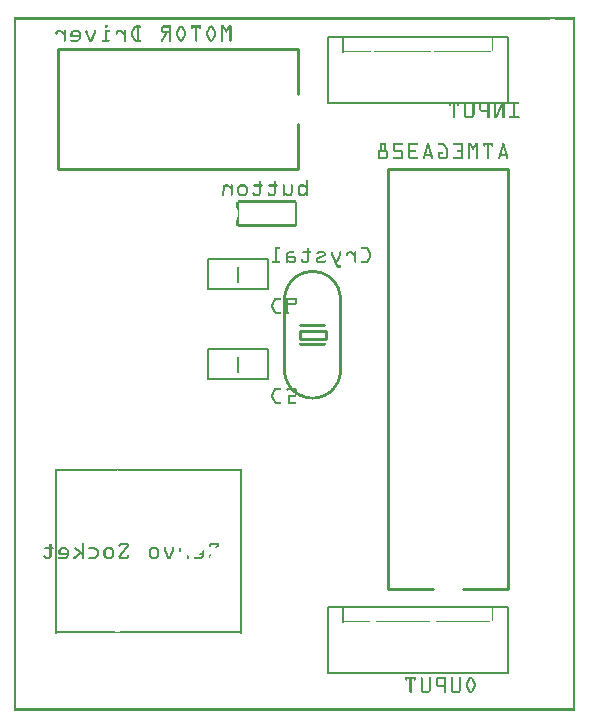
<source format=gbo>
G04 MADE WITH FRITZING*
G04 WWW.FRITZING.ORG*
G04 DOUBLE SIDED*
G04 HOLES PLATED*
G04 CONTOUR ON CENTER OF CONTOUR VECTOR*
%ASAXBY*%
%FSLAX23Y23*%
%MOIN*%
%OFA0B0*%
%SFA1.0B1.0*%
%ADD10R,0.096457X0.038714X0.076772X0.019029*%
%ADD11C,0.009843*%
%ADD12C,0.010000*%
%ADD13C,0.008000*%
%ADD14C,0.005000*%
%ADD15R,0.001000X0.001000*%
%LNSILK0*%
G90*
G70*
G54D11*
X952Y1268D02*
X1038Y1268D01*
X1038Y1239D01*
X952Y1239D01*
X952Y1268D01*
D02*
G54D12*
X945Y1807D02*
X145Y1807D01*
D02*
X145Y1807D02*
X145Y2207D01*
D02*
X145Y2207D02*
X945Y2207D01*
D02*
X945Y1807D02*
X945Y1957D01*
D02*
X945Y2057D02*
X945Y2207D01*
G54D13*
D02*
X755Y802D02*
X755Y262D01*
D02*
X140Y802D02*
X140Y262D01*
G54D14*
D02*
X1045Y127D02*
X1045Y347D01*
D02*
X1645Y127D02*
X1645Y347D01*
D02*
X1645Y127D02*
X1045Y127D01*
D02*
X1645Y347D02*
X1595Y347D01*
D02*
X1595Y347D02*
X1095Y347D01*
D02*
X1095Y347D02*
X1045Y347D01*
D02*
X1095Y347D02*
X1095Y297D01*
G54D12*
D02*
X1245Y407D02*
X1245Y1807D01*
D02*
X1245Y1807D02*
X1645Y1807D01*
D02*
X1645Y1807D02*
X1645Y407D01*
D02*
X1245Y407D02*
X1395Y407D01*
D02*
X1495Y407D02*
X1645Y407D01*
G54D14*
D02*
X1045Y2027D02*
X1045Y2247D01*
D02*
X1645Y2027D02*
X1645Y2247D01*
D02*
X1645Y2027D02*
X1045Y2027D01*
D02*
X1645Y2247D02*
X1595Y2247D01*
D02*
X1595Y2247D02*
X1095Y2247D01*
D02*
X1095Y2247D02*
X1045Y2247D01*
D02*
X1095Y2247D02*
X1095Y2197D01*
G54D13*
D02*
X745Y1182D02*
X745Y1132D01*
D02*
X845Y1207D02*
X645Y1207D01*
D02*
X645Y1207D02*
X645Y1107D01*
D02*
X645Y1107D02*
X845Y1107D01*
D02*
X845Y1107D02*
X845Y1207D01*
D02*
X745Y1482D02*
X745Y1432D01*
D02*
X845Y1507D02*
X645Y1507D01*
D02*
X645Y1507D02*
X645Y1407D01*
D02*
X645Y1407D02*
X845Y1407D01*
D02*
X845Y1407D02*
X845Y1507D01*
G54D15*
X0Y2312D02*
X1869Y2312D01*
X0Y2311D02*
X1869Y2311D01*
X0Y2310D02*
X1869Y2310D01*
X0Y2309D02*
X1869Y2309D01*
X0Y2308D02*
X1869Y2308D01*
X0Y2307D02*
X1869Y2307D01*
X0Y2306D02*
X1869Y2306D01*
X0Y2305D02*
X1786Y2305D01*
X1803Y2305D02*
X1869Y2305D01*
X0Y2304D02*
X7Y2304D01*
X1862Y2304D02*
X1869Y2304D01*
X0Y2303D02*
X7Y2303D01*
X1862Y2303D02*
X1869Y2303D01*
X0Y2302D02*
X7Y2302D01*
X1862Y2302D02*
X1869Y2302D01*
X0Y2301D02*
X7Y2301D01*
X1862Y2301D02*
X1869Y2301D01*
X0Y2300D02*
X7Y2300D01*
X1862Y2300D02*
X1869Y2300D01*
X0Y2299D02*
X7Y2299D01*
X1862Y2299D02*
X1869Y2299D01*
X0Y2298D02*
X7Y2298D01*
X1862Y2298D02*
X1869Y2298D01*
X0Y2297D02*
X7Y2297D01*
X1862Y2297D02*
X1869Y2297D01*
X0Y2296D02*
X7Y2296D01*
X1862Y2296D02*
X1869Y2296D01*
X0Y2295D02*
X7Y2295D01*
X1862Y2295D02*
X1869Y2295D01*
X0Y2294D02*
X7Y2294D01*
X1862Y2294D02*
X1869Y2294D01*
X0Y2293D02*
X7Y2293D01*
X1862Y2293D02*
X1869Y2293D01*
X0Y2292D02*
X7Y2292D01*
X1862Y2292D02*
X1869Y2292D01*
X0Y2291D02*
X7Y2291D01*
X1862Y2291D02*
X1869Y2291D01*
X0Y2290D02*
X7Y2290D01*
X1862Y2290D02*
X1869Y2290D01*
X0Y2289D02*
X7Y2289D01*
X1862Y2289D02*
X1869Y2289D01*
X0Y2288D02*
X7Y2288D01*
X305Y2288D02*
X309Y2288D01*
X1862Y2288D02*
X1869Y2288D01*
X0Y2287D02*
X7Y2287D01*
X303Y2287D02*
X311Y2287D01*
X1862Y2287D02*
X1869Y2287D01*
X0Y2286D02*
X7Y2286D01*
X302Y2286D02*
X311Y2286D01*
X1862Y2286D02*
X1869Y2286D01*
X0Y2285D02*
X7Y2285D01*
X302Y2285D02*
X312Y2285D01*
X405Y2285D02*
X420Y2285D01*
X497Y2285D02*
X523Y2285D01*
X555Y2285D02*
X557Y2285D01*
X590Y2285D02*
X623Y2285D01*
X655Y2285D02*
X658Y2285D01*
X690Y2285D02*
X698Y2285D01*
X716Y2285D02*
X723Y2285D01*
X1862Y2285D02*
X1869Y2285D01*
X0Y2284D02*
X7Y2284D01*
X302Y2284D02*
X312Y2284D01*
X402Y2284D02*
X421Y2284D01*
X495Y2284D02*
X523Y2284D01*
X552Y2284D02*
X560Y2284D01*
X590Y2284D02*
X623Y2284D01*
X653Y2284D02*
X661Y2284D01*
X690Y2284D02*
X699Y2284D01*
X715Y2284D02*
X724Y2284D01*
X1862Y2284D02*
X1869Y2284D01*
X0Y2283D02*
X7Y2283D01*
X302Y2283D02*
X312Y2283D01*
X401Y2283D02*
X422Y2283D01*
X493Y2283D02*
X523Y2283D01*
X551Y2283D02*
X561Y2283D01*
X590Y2283D02*
X623Y2283D01*
X651Y2283D02*
X662Y2283D01*
X690Y2283D02*
X699Y2283D01*
X714Y2283D02*
X724Y2283D01*
X1862Y2283D02*
X1869Y2283D01*
X0Y2282D02*
X7Y2282D01*
X302Y2282D02*
X312Y2282D01*
X399Y2282D02*
X422Y2282D01*
X492Y2282D02*
X523Y2282D01*
X550Y2282D02*
X563Y2282D01*
X590Y2282D02*
X623Y2282D01*
X650Y2282D02*
X663Y2282D01*
X690Y2282D02*
X700Y2282D01*
X713Y2282D02*
X724Y2282D01*
X1862Y2282D02*
X1869Y2282D01*
X0Y2281D02*
X7Y2281D01*
X302Y2281D02*
X311Y2281D01*
X399Y2281D02*
X422Y2281D01*
X491Y2281D02*
X523Y2281D01*
X549Y2281D02*
X563Y2281D01*
X590Y2281D02*
X623Y2281D01*
X649Y2281D02*
X664Y2281D01*
X690Y2281D02*
X701Y2281D01*
X713Y2281D02*
X724Y2281D01*
X1862Y2281D02*
X1869Y2281D01*
X0Y2280D02*
X7Y2280D01*
X303Y2280D02*
X311Y2280D01*
X398Y2280D02*
X422Y2280D01*
X491Y2280D02*
X523Y2280D01*
X548Y2280D02*
X564Y2280D01*
X590Y2280D02*
X623Y2280D01*
X649Y2280D02*
X664Y2280D01*
X690Y2280D02*
X701Y2280D01*
X712Y2280D02*
X724Y2280D01*
X1862Y2280D02*
X1869Y2280D01*
X0Y2279D02*
X7Y2279D01*
X304Y2279D02*
X310Y2279D01*
X397Y2279D02*
X421Y2279D01*
X490Y2279D02*
X523Y2279D01*
X548Y2279D02*
X564Y2279D01*
X590Y2279D02*
X623Y2279D01*
X648Y2279D02*
X665Y2279D01*
X690Y2279D02*
X702Y2279D01*
X711Y2279D02*
X724Y2279D01*
X1862Y2279D02*
X1869Y2279D01*
X0Y2278D02*
X7Y2278D01*
X397Y2278D02*
X405Y2278D01*
X409Y2278D02*
X416Y2278D01*
X490Y2278D02*
X498Y2278D01*
X517Y2278D02*
X523Y2278D01*
X547Y2278D02*
X555Y2278D01*
X557Y2278D02*
X565Y2278D01*
X590Y2278D02*
X596Y2278D01*
X603Y2278D02*
X610Y2278D01*
X617Y2278D02*
X623Y2278D01*
X648Y2278D02*
X655Y2278D01*
X658Y2278D02*
X665Y2278D01*
X690Y2278D02*
X703Y2278D01*
X711Y2278D02*
X724Y2278D01*
X1862Y2278D02*
X1869Y2278D01*
X0Y2277D02*
X7Y2277D01*
X396Y2277D02*
X403Y2277D01*
X409Y2277D02*
X415Y2277D01*
X489Y2277D02*
X496Y2277D01*
X517Y2277D02*
X523Y2277D01*
X547Y2277D02*
X554Y2277D01*
X558Y2277D02*
X565Y2277D01*
X590Y2277D02*
X596Y2277D01*
X603Y2277D02*
X609Y2277D01*
X617Y2277D02*
X623Y2277D01*
X647Y2277D02*
X654Y2277D01*
X659Y2277D02*
X666Y2277D01*
X690Y2277D02*
X704Y2277D01*
X710Y2277D02*
X724Y2277D01*
X1862Y2277D02*
X1869Y2277D01*
X0Y2276D02*
X7Y2276D01*
X396Y2276D02*
X403Y2276D01*
X409Y2276D02*
X415Y2276D01*
X489Y2276D02*
X495Y2276D01*
X517Y2276D02*
X523Y2276D01*
X546Y2276D02*
X553Y2276D01*
X559Y2276D02*
X566Y2276D01*
X590Y2276D02*
X596Y2276D01*
X603Y2276D02*
X609Y2276D01*
X617Y2276D02*
X623Y2276D01*
X647Y2276D02*
X654Y2276D01*
X659Y2276D02*
X666Y2276D01*
X690Y2276D02*
X704Y2276D01*
X709Y2276D02*
X724Y2276D01*
X1862Y2276D02*
X1869Y2276D01*
X0Y2275D02*
X7Y2275D01*
X395Y2275D02*
X402Y2275D01*
X409Y2275D02*
X415Y2275D01*
X489Y2275D02*
X495Y2275D01*
X517Y2275D02*
X523Y2275D01*
X546Y2275D02*
X553Y2275D01*
X559Y2275D02*
X566Y2275D01*
X590Y2275D02*
X595Y2275D01*
X603Y2275D02*
X609Y2275D01*
X617Y2275D02*
X623Y2275D01*
X646Y2275D02*
X653Y2275D01*
X660Y2275D02*
X667Y2275D01*
X690Y2275D02*
X705Y2275D01*
X709Y2275D02*
X724Y2275D01*
X1862Y2275D02*
X1869Y2275D01*
X0Y2274D02*
X7Y2274D01*
X395Y2274D02*
X402Y2274D01*
X409Y2274D02*
X415Y2274D01*
X489Y2274D02*
X495Y2274D01*
X517Y2274D02*
X523Y2274D01*
X545Y2274D02*
X552Y2274D01*
X560Y2274D02*
X567Y2274D01*
X590Y2274D02*
X595Y2274D01*
X603Y2274D02*
X609Y2274D01*
X618Y2274D02*
X623Y2274D01*
X646Y2274D02*
X653Y2274D01*
X660Y2274D02*
X667Y2274D01*
X690Y2274D02*
X696Y2274D01*
X698Y2274D02*
X706Y2274D01*
X708Y2274D02*
X715Y2274D01*
X717Y2274D02*
X724Y2274D01*
X1862Y2274D02*
X1869Y2274D01*
X0Y2273D02*
X7Y2273D01*
X394Y2273D02*
X401Y2273D01*
X409Y2273D02*
X415Y2273D01*
X489Y2273D02*
X495Y2273D01*
X517Y2273D02*
X523Y2273D01*
X545Y2273D02*
X552Y2273D01*
X561Y2273D02*
X567Y2273D01*
X591Y2273D02*
X594Y2273D01*
X603Y2273D02*
X609Y2273D01*
X619Y2273D02*
X622Y2273D01*
X645Y2273D02*
X652Y2273D01*
X661Y2273D02*
X668Y2273D01*
X690Y2273D02*
X696Y2273D01*
X699Y2273D02*
X715Y2273D01*
X717Y2273D02*
X724Y2273D01*
X1862Y2273D02*
X1869Y2273D01*
X0Y2272D02*
X7Y2272D01*
X394Y2272D02*
X401Y2272D01*
X409Y2272D02*
X415Y2272D01*
X489Y2272D02*
X495Y2272D01*
X517Y2272D02*
X523Y2272D01*
X544Y2272D02*
X551Y2272D01*
X561Y2272D02*
X568Y2272D01*
X603Y2272D02*
X609Y2272D01*
X645Y2272D02*
X652Y2272D01*
X661Y2272D02*
X668Y2272D01*
X690Y2272D02*
X696Y2272D01*
X699Y2272D02*
X714Y2272D01*
X717Y2272D02*
X724Y2272D01*
X1862Y2272D02*
X1869Y2272D01*
X0Y2271D02*
X7Y2271D01*
X393Y2271D02*
X400Y2271D01*
X409Y2271D02*
X415Y2271D01*
X489Y2271D02*
X495Y2271D01*
X517Y2271D02*
X523Y2271D01*
X544Y2271D02*
X551Y2271D01*
X562Y2271D02*
X568Y2271D01*
X603Y2271D02*
X609Y2271D01*
X644Y2271D02*
X651Y2271D01*
X662Y2271D02*
X669Y2271D01*
X690Y2271D02*
X696Y2271D01*
X700Y2271D02*
X713Y2271D01*
X717Y2271D02*
X724Y2271D01*
X1862Y2271D02*
X1869Y2271D01*
X0Y2270D02*
X7Y2270D01*
X145Y2270D02*
X156Y2270D01*
X167Y2270D02*
X170Y2270D01*
X198Y2270D02*
X212Y2270D01*
X240Y2270D02*
X242Y2270D01*
X267Y2270D02*
X270Y2270D01*
X304Y2270D02*
X317Y2270D01*
X346Y2270D02*
X357Y2270D01*
X368Y2270D02*
X370Y2270D01*
X393Y2270D02*
X400Y2270D01*
X409Y2270D02*
X415Y2270D01*
X489Y2270D02*
X495Y2270D01*
X517Y2270D02*
X523Y2270D01*
X543Y2270D02*
X550Y2270D01*
X562Y2270D02*
X569Y2270D01*
X603Y2270D02*
X609Y2270D01*
X644Y2270D02*
X651Y2270D01*
X662Y2270D02*
X669Y2270D01*
X690Y2270D02*
X696Y2270D01*
X701Y2270D02*
X713Y2270D01*
X717Y2270D02*
X724Y2270D01*
X1862Y2270D02*
X1869Y2270D01*
X0Y2269D02*
X7Y2269D01*
X143Y2269D02*
X157Y2269D01*
X166Y2269D02*
X171Y2269D01*
X195Y2269D02*
X214Y2269D01*
X239Y2269D02*
X243Y2269D01*
X266Y2269D02*
X271Y2269D01*
X303Y2269D02*
X318Y2269D01*
X344Y2269D02*
X358Y2269D01*
X367Y2269D02*
X371Y2269D01*
X392Y2269D02*
X399Y2269D01*
X409Y2269D02*
X415Y2269D01*
X489Y2269D02*
X496Y2269D01*
X517Y2269D02*
X523Y2269D01*
X543Y2269D02*
X550Y2269D01*
X563Y2269D02*
X569Y2269D01*
X603Y2269D02*
X609Y2269D01*
X643Y2269D02*
X650Y2269D01*
X663Y2269D02*
X670Y2269D01*
X690Y2269D02*
X696Y2269D01*
X702Y2269D02*
X712Y2269D01*
X717Y2269D02*
X724Y2269D01*
X1862Y2269D02*
X1869Y2269D01*
X0Y2268D02*
X7Y2268D01*
X141Y2268D02*
X158Y2268D01*
X165Y2268D02*
X171Y2268D01*
X194Y2268D02*
X215Y2268D01*
X238Y2268D02*
X244Y2268D01*
X266Y2268D02*
X271Y2268D01*
X302Y2268D02*
X318Y2268D01*
X342Y2268D02*
X359Y2268D01*
X366Y2268D02*
X372Y2268D01*
X392Y2268D02*
X399Y2268D01*
X409Y2268D02*
X415Y2268D01*
X490Y2268D02*
X497Y2268D01*
X517Y2268D02*
X523Y2268D01*
X542Y2268D02*
X549Y2268D01*
X563Y2268D02*
X570Y2268D01*
X603Y2268D02*
X609Y2268D01*
X643Y2268D02*
X650Y2268D01*
X663Y2268D02*
X670Y2268D01*
X690Y2268D02*
X696Y2268D01*
X702Y2268D02*
X711Y2268D01*
X717Y2268D02*
X724Y2268D01*
X1862Y2268D02*
X1869Y2268D01*
X0Y2267D02*
X7Y2267D01*
X140Y2267D02*
X159Y2267D01*
X165Y2267D02*
X171Y2267D01*
X193Y2267D02*
X217Y2267D01*
X238Y2267D02*
X244Y2267D01*
X266Y2267D02*
X272Y2267D01*
X302Y2267D02*
X318Y2267D01*
X341Y2267D02*
X360Y2267D01*
X366Y2267D02*
X372Y2267D01*
X391Y2267D02*
X398Y2267D01*
X409Y2267D02*
X415Y2267D01*
X490Y2267D02*
X523Y2267D01*
X542Y2267D02*
X549Y2267D01*
X564Y2267D02*
X570Y2267D01*
X603Y2267D02*
X609Y2267D01*
X642Y2267D02*
X649Y2267D01*
X664Y2267D02*
X671Y2267D01*
X690Y2267D02*
X696Y2267D01*
X703Y2267D02*
X711Y2267D01*
X717Y2267D02*
X724Y2267D01*
X1862Y2267D02*
X1869Y2267D01*
X0Y2266D02*
X7Y2266D01*
X140Y2266D02*
X161Y2266D01*
X165Y2266D02*
X171Y2266D01*
X192Y2266D02*
X218Y2266D01*
X238Y2266D02*
X244Y2266D01*
X266Y2266D02*
X272Y2266D01*
X302Y2266D02*
X318Y2266D01*
X340Y2266D02*
X361Y2266D01*
X366Y2266D02*
X372Y2266D01*
X391Y2266D02*
X398Y2266D01*
X409Y2266D02*
X415Y2266D01*
X491Y2266D02*
X523Y2266D01*
X541Y2266D02*
X548Y2266D01*
X564Y2266D02*
X571Y2266D01*
X603Y2266D02*
X609Y2266D01*
X642Y2266D02*
X649Y2266D01*
X664Y2266D02*
X671Y2266D01*
X690Y2266D02*
X696Y2266D01*
X704Y2266D02*
X710Y2266D01*
X717Y2266D02*
X724Y2266D01*
X1862Y2266D02*
X1869Y2266D01*
X0Y2265D02*
X7Y2265D01*
X139Y2265D02*
X162Y2265D01*
X165Y2265D02*
X171Y2265D01*
X191Y2265D02*
X219Y2265D01*
X238Y2265D02*
X244Y2265D01*
X266Y2265D02*
X272Y2265D01*
X302Y2265D02*
X318Y2265D01*
X340Y2265D02*
X363Y2265D01*
X366Y2265D02*
X372Y2265D01*
X390Y2265D02*
X397Y2265D01*
X409Y2265D02*
X415Y2265D01*
X491Y2265D02*
X523Y2265D01*
X541Y2265D02*
X548Y2265D01*
X565Y2265D02*
X571Y2265D01*
X603Y2265D02*
X609Y2265D01*
X641Y2265D02*
X648Y2265D01*
X665Y2265D02*
X672Y2265D01*
X690Y2265D02*
X696Y2265D01*
X704Y2265D02*
X710Y2265D01*
X717Y2265D02*
X724Y2265D01*
X1862Y2265D02*
X1869Y2265D01*
X0Y2264D02*
X7Y2264D01*
X138Y2264D02*
X163Y2264D01*
X165Y2264D02*
X171Y2264D01*
X190Y2264D02*
X219Y2264D01*
X238Y2264D02*
X244Y2264D01*
X266Y2264D02*
X272Y2264D01*
X302Y2264D02*
X317Y2264D01*
X339Y2264D02*
X364Y2264D01*
X366Y2264D02*
X372Y2264D01*
X390Y2264D02*
X397Y2264D01*
X409Y2264D02*
X415Y2264D01*
X492Y2264D02*
X523Y2264D01*
X541Y2264D02*
X547Y2264D01*
X565Y2264D02*
X572Y2264D01*
X603Y2264D02*
X609Y2264D01*
X641Y2264D02*
X648Y2264D01*
X665Y2264D02*
X672Y2264D01*
X690Y2264D02*
X696Y2264D01*
X704Y2264D02*
X710Y2264D01*
X717Y2264D02*
X724Y2264D01*
X1862Y2264D02*
X1869Y2264D01*
X0Y2263D02*
X7Y2263D01*
X138Y2263D02*
X145Y2263D01*
X154Y2263D02*
X171Y2263D01*
X189Y2263D02*
X198Y2263D01*
X211Y2263D02*
X220Y2263D01*
X238Y2263D02*
X244Y2263D01*
X266Y2263D02*
X272Y2263D01*
X302Y2263D02*
X308Y2263D01*
X339Y2263D02*
X346Y2263D01*
X355Y2263D02*
X372Y2263D01*
X390Y2263D02*
X396Y2263D01*
X409Y2263D02*
X415Y2263D01*
X493Y2263D02*
X523Y2263D01*
X540Y2263D02*
X547Y2263D01*
X566Y2263D02*
X572Y2263D01*
X603Y2263D02*
X609Y2263D01*
X641Y2263D02*
X647Y2263D01*
X666Y2263D02*
X672Y2263D01*
X690Y2263D02*
X696Y2263D01*
X704Y2263D02*
X710Y2263D01*
X717Y2263D02*
X724Y2263D01*
X1862Y2263D02*
X1869Y2263D01*
X0Y2262D02*
X7Y2262D01*
X138Y2262D02*
X144Y2262D01*
X156Y2262D02*
X171Y2262D01*
X189Y2262D02*
X196Y2262D01*
X213Y2262D02*
X221Y2262D01*
X238Y2262D02*
X244Y2262D01*
X266Y2262D02*
X272Y2262D01*
X302Y2262D02*
X308Y2262D01*
X339Y2262D02*
X345Y2262D01*
X356Y2262D02*
X372Y2262D01*
X389Y2262D02*
X396Y2262D01*
X409Y2262D02*
X415Y2262D01*
X494Y2262D02*
X523Y2262D01*
X540Y2262D02*
X546Y2262D01*
X566Y2262D02*
X572Y2262D01*
X603Y2262D02*
X609Y2262D01*
X640Y2262D02*
X647Y2262D01*
X666Y2262D02*
X673Y2262D01*
X690Y2262D02*
X696Y2262D01*
X705Y2262D02*
X709Y2262D01*
X717Y2262D02*
X724Y2262D01*
X1862Y2262D02*
X1869Y2262D01*
X0Y2261D02*
X7Y2261D01*
X138Y2261D02*
X144Y2261D01*
X157Y2261D02*
X171Y2261D01*
X188Y2261D02*
X195Y2261D01*
X214Y2261D02*
X221Y2261D01*
X238Y2261D02*
X245Y2261D01*
X265Y2261D02*
X272Y2261D01*
X302Y2261D02*
X308Y2261D01*
X339Y2261D02*
X345Y2261D01*
X357Y2261D02*
X372Y2261D01*
X389Y2261D02*
X395Y2261D01*
X409Y2261D02*
X415Y2261D01*
X497Y2261D02*
X523Y2261D01*
X540Y2261D02*
X546Y2261D01*
X566Y2261D02*
X573Y2261D01*
X603Y2261D02*
X609Y2261D01*
X640Y2261D02*
X646Y2261D01*
X667Y2261D02*
X673Y2261D01*
X690Y2261D02*
X696Y2261D01*
X706Y2261D02*
X708Y2261D01*
X717Y2261D02*
X724Y2261D01*
X1862Y2261D02*
X1869Y2261D01*
X0Y2260D02*
X7Y2260D01*
X138Y2260D02*
X144Y2260D01*
X158Y2260D02*
X171Y2260D01*
X188Y2260D02*
X195Y2260D01*
X215Y2260D02*
X221Y2260D01*
X238Y2260D02*
X245Y2260D01*
X265Y2260D02*
X271Y2260D01*
X302Y2260D02*
X308Y2260D01*
X339Y2260D02*
X345Y2260D01*
X359Y2260D02*
X372Y2260D01*
X389Y2260D02*
X395Y2260D01*
X409Y2260D02*
X415Y2260D01*
X503Y2260D02*
X511Y2260D01*
X517Y2260D02*
X523Y2260D01*
X539Y2260D02*
X546Y2260D01*
X567Y2260D02*
X573Y2260D01*
X603Y2260D02*
X609Y2260D01*
X640Y2260D02*
X646Y2260D01*
X667Y2260D02*
X673Y2260D01*
X690Y2260D02*
X696Y2260D01*
X717Y2260D02*
X724Y2260D01*
X1862Y2260D02*
X1869Y2260D01*
X0Y2259D02*
X7Y2259D01*
X138Y2259D02*
X144Y2259D01*
X159Y2259D02*
X171Y2259D01*
X188Y2259D02*
X194Y2259D01*
X215Y2259D02*
X221Y2259D01*
X239Y2259D02*
X245Y2259D01*
X264Y2259D02*
X271Y2259D01*
X302Y2259D02*
X308Y2259D01*
X339Y2259D02*
X345Y2259D01*
X360Y2259D02*
X372Y2259D01*
X389Y2259D02*
X395Y2259D01*
X409Y2259D02*
X415Y2259D01*
X503Y2259D02*
X510Y2259D01*
X517Y2259D02*
X523Y2259D01*
X539Y2259D02*
X545Y2259D01*
X567Y2259D02*
X573Y2259D01*
X603Y2259D02*
X609Y2259D01*
X640Y2259D02*
X646Y2259D01*
X667Y2259D02*
X673Y2259D01*
X690Y2259D02*
X696Y2259D01*
X717Y2259D02*
X724Y2259D01*
X1862Y2259D02*
X1869Y2259D01*
X0Y2258D02*
X7Y2258D01*
X138Y2258D02*
X144Y2258D01*
X160Y2258D02*
X171Y2258D01*
X188Y2258D02*
X194Y2258D01*
X215Y2258D02*
X221Y2258D01*
X239Y2258D02*
X246Y2258D01*
X264Y2258D02*
X271Y2258D01*
X302Y2258D02*
X308Y2258D01*
X339Y2258D02*
X344Y2258D01*
X361Y2258D02*
X372Y2258D01*
X389Y2258D02*
X395Y2258D01*
X409Y2258D02*
X415Y2258D01*
X502Y2258D02*
X509Y2258D01*
X517Y2258D02*
X523Y2258D01*
X539Y2258D02*
X545Y2258D01*
X567Y2258D02*
X573Y2258D01*
X603Y2258D02*
X609Y2258D01*
X640Y2258D02*
X646Y2258D01*
X667Y2258D02*
X673Y2258D01*
X690Y2258D02*
X696Y2258D01*
X717Y2258D02*
X724Y2258D01*
X1862Y2258D02*
X1869Y2258D01*
X0Y2257D02*
X7Y2257D01*
X138Y2257D02*
X143Y2257D01*
X161Y2257D02*
X171Y2257D01*
X188Y2257D02*
X194Y2257D01*
X215Y2257D02*
X221Y2257D01*
X240Y2257D02*
X246Y2257D01*
X264Y2257D02*
X270Y2257D01*
X302Y2257D02*
X308Y2257D01*
X339Y2257D02*
X344Y2257D01*
X362Y2257D02*
X372Y2257D01*
X389Y2257D02*
X395Y2257D01*
X409Y2257D02*
X415Y2257D01*
X502Y2257D02*
X509Y2257D01*
X517Y2257D02*
X523Y2257D01*
X539Y2257D02*
X545Y2257D01*
X567Y2257D02*
X573Y2257D01*
X603Y2257D02*
X609Y2257D01*
X640Y2257D02*
X646Y2257D01*
X667Y2257D02*
X673Y2257D01*
X690Y2257D02*
X696Y2257D01*
X717Y2257D02*
X724Y2257D01*
X1862Y2257D02*
X1869Y2257D01*
X0Y2256D02*
X7Y2256D01*
X139Y2256D02*
X143Y2256D01*
X162Y2256D02*
X171Y2256D01*
X188Y2256D02*
X194Y2256D01*
X215Y2256D02*
X221Y2256D01*
X240Y2256D02*
X247Y2256D01*
X263Y2256D02*
X270Y2256D01*
X302Y2256D02*
X308Y2256D01*
X339Y2256D02*
X344Y2256D01*
X363Y2256D02*
X372Y2256D01*
X389Y2256D02*
X395Y2256D01*
X409Y2256D02*
X415Y2256D01*
X501Y2256D02*
X508Y2256D01*
X517Y2256D02*
X523Y2256D01*
X540Y2256D02*
X546Y2256D01*
X567Y2256D02*
X573Y2256D01*
X603Y2256D02*
X609Y2256D01*
X640Y2256D02*
X646Y2256D01*
X667Y2256D02*
X673Y2256D01*
X690Y2256D02*
X696Y2256D01*
X717Y2256D02*
X724Y2256D01*
X1862Y2256D02*
X1869Y2256D01*
X0Y2255D02*
X7Y2255D01*
X140Y2255D02*
X142Y2255D01*
X164Y2255D02*
X171Y2255D01*
X188Y2255D02*
X194Y2255D01*
X215Y2255D02*
X221Y2255D01*
X241Y2255D02*
X247Y2255D01*
X263Y2255D02*
X269Y2255D01*
X302Y2255D02*
X308Y2255D01*
X341Y2255D02*
X342Y2255D01*
X364Y2255D02*
X372Y2255D01*
X389Y2255D02*
X395Y2255D01*
X409Y2255D02*
X415Y2255D01*
X500Y2255D02*
X508Y2255D01*
X517Y2255D02*
X523Y2255D01*
X540Y2255D02*
X546Y2255D01*
X566Y2255D02*
X573Y2255D01*
X603Y2255D02*
X609Y2255D01*
X640Y2255D02*
X646Y2255D01*
X667Y2255D02*
X673Y2255D01*
X690Y2255D02*
X696Y2255D01*
X717Y2255D02*
X724Y2255D01*
X1862Y2255D02*
X1869Y2255D01*
X0Y2254D02*
X7Y2254D01*
X165Y2254D02*
X171Y2254D01*
X188Y2254D02*
X194Y2254D01*
X215Y2254D02*
X221Y2254D01*
X241Y2254D02*
X248Y2254D01*
X262Y2254D02*
X269Y2254D01*
X302Y2254D02*
X308Y2254D01*
X366Y2254D02*
X372Y2254D01*
X389Y2254D02*
X396Y2254D01*
X409Y2254D02*
X415Y2254D01*
X500Y2254D02*
X507Y2254D01*
X517Y2254D02*
X523Y2254D01*
X540Y2254D02*
X546Y2254D01*
X566Y2254D02*
X572Y2254D01*
X603Y2254D02*
X609Y2254D01*
X640Y2254D02*
X647Y2254D01*
X666Y2254D02*
X673Y2254D01*
X690Y2254D02*
X696Y2254D01*
X717Y2254D02*
X724Y2254D01*
X1862Y2254D02*
X1869Y2254D01*
X0Y2253D02*
X7Y2253D01*
X165Y2253D02*
X171Y2253D01*
X188Y2253D02*
X194Y2253D01*
X215Y2253D02*
X221Y2253D01*
X241Y2253D02*
X248Y2253D01*
X262Y2253D02*
X268Y2253D01*
X302Y2253D02*
X308Y2253D01*
X366Y2253D02*
X372Y2253D01*
X390Y2253D02*
X396Y2253D01*
X409Y2253D02*
X415Y2253D01*
X499Y2253D02*
X506Y2253D01*
X517Y2253D02*
X523Y2253D01*
X540Y2253D02*
X547Y2253D01*
X565Y2253D02*
X572Y2253D01*
X603Y2253D02*
X609Y2253D01*
X641Y2253D02*
X647Y2253D01*
X666Y2253D02*
X672Y2253D01*
X690Y2253D02*
X696Y2253D01*
X717Y2253D02*
X724Y2253D01*
X1862Y2253D02*
X1869Y2253D01*
X0Y2252D02*
X7Y2252D01*
X165Y2252D02*
X171Y2252D01*
X188Y2252D02*
X221Y2252D01*
X242Y2252D02*
X248Y2252D01*
X261Y2252D02*
X268Y2252D01*
X302Y2252D02*
X308Y2252D01*
X366Y2252D02*
X372Y2252D01*
X390Y2252D02*
X397Y2252D01*
X409Y2252D02*
X415Y2252D01*
X499Y2252D02*
X506Y2252D01*
X517Y2252D02*
X523Y2252D01*
X541Y2252D02*
X547Y2252D01*
X565Y2252D02*
X572Y2252D01*
X603Y2252D02*
X609Y2252D01*
X641Y2252D02*
X648Y2252D01*
X665Y2252D02*
X672Y2252D01*
X690Y2252D02*
X696Y2252D01*
X717Y2252D02*
X724Y2252D01*
X1862Y2252D02*
X1869Y2252D01*
X0Y2251D02*
X7Y2251D01*
X165Y2251D02*
X171Y2251D01*
X188Y2251D02*
X221Y2251D01*
X242Y2251D02*
X249Y2251D01*
X261Y2251D02*
X268Y2251D01*
X302Y2251D02*
X308Y2251D01*
X366Y2251D02*
X372Y2251D01*
X390Y2251D02*
X397Y2251D01*
X409Y2251D02*
X415Y2251D01*
X498Y2251D02*
X505Y2251D01*
X517Y2251D02*
X523Y2251D01*
X541Y2251D02*
X548Y2251D01*
X564Y2251D02*
X571Y2251D01*
X603Y2251D02*
X609Y2251D01*
X641Y2251D02*
X648Y2251D01*
X665Y2251D02*
X672Y2251D01*
X690Y2251D02*
X696Y2251D01*
X717Y2251D02*
X724Y2251D01*
X1862Y2251D02*
X1869Y2251D01*
X0Y2250D02*
X7Y2250D01*
X165Y2250D02*
X171Y2250D01*
X188Y2250D02*
X221Y2250D01*
X243Y2250D02*
X249Y2250D01*
X261Y2250D02*
X267Y2250D01*
X302Y2250D02*
X308Y2250D01*
X366Y2250D02*
X372Y2250D01*
X391Y2250D02*
X398Y2250D01*
X409Y2250D02*
X415Y2250D01*
X498Y2250D02*
X505Y2250D01*
X517Y2250D02*
X523Y2250D01*
X542Y2250D02*
X548Y2250D01*
X564Y2250D02*
X571Y2250D01*
X603Y2250D02*
X609Y2250D01*
X642Y2250D02*
X649Y2250D01*
X664Y2250D02*
X671Y2250D01*
X690Y2250D02*
X696Y2250D01*
X717Y2250D02*
X724Y2250D01*
X1862Y2250D02*
X1869Y2250D01*
X0Y2249D02*
X7Y2249D01*
X165Y2249D02*
X171Y2249D01*
X188Y2249D02*
X221Y2249D01*
X243Y2249D02*
X250Y2249D01*
X260Y2249D02*
X267Y2249D01*
X302Y2249D02*
X308Y2249D01*
X366Y2249D02*
X372Y2249D01*
X391Y2249D02*
X398Y2249D01*
X409Y2249D02*
X415Y2249D01*
X497Y2249D02*
X504Y2249D01*
X517Y2249D02*
X523Y2249D01*
X542Y2249D02*
X549Y2249D01*
X563Y2249D02*
X570Y2249D01*
X603Y2249D02*
X609Y2249D01*
X642Y2249D02*
X649Y2249D01*
X664Y2249D02*
X671Y2249D01*
X690Y2249D02*
X696Y2249D01*
X717Y2249D02*
X724Y2249D01*
X1593Y2249D02*
X1596Y2249D01*
X1862Y2249D02*
X1869Y2249D01*
X0Y2248D02*
X7Y2248D01*
X165Y2248D02*
X171Y2248D01*
X188Y2248D02*
X221Y2248D01*
X244Y2248D02*
X250Y2248D01*
X260Y2248D02*
X266Y2248D01*
X302Y2248D02*
X308Y2248D01*
X366Y2248D02*
X372Y2248D01*
X392Y2248D02*
X399Y2248D01*
X409Y2248D02*
X415Y2248D01*
X496Y2248D02*
X504Y2248D01*
X517Y2248D02*
X523Y2248D01*
X543Y2248D02*
X549Y2248D01*
X563Y2248D02*
X570Y2248D01*
X603Y2248D02*
X609Y2248D01*
X643Y2248D02*
X650Y2248D01*
X663Y2248D02*
X670Y2248D01*
X690Y2248D02*
X696Y2248D01*
X717Y2248D02*
X724Y2248D01*
X1593Y2248D02*
X1596Y2248D01*
X1862Y2248D02*
X1869Y2248D01*
X0Y2247D02*
X7Y2247D01*
X165Y2247D02*
X171Y2247D01*
X189Y2247D02*
X221Y2247D01*
X244Y2247D02*
X251Y2247D01*
X259Y2247D02*
X266Y2247D01*
X302Y2247D02*
X308Y2247D01*
X366Y2247D02*
X372Y2247D01*
X392Y2247D02*
X399Y2247D01*
X409Y2247D02*
X415Y2247D01*
X496Y2247D02*
X503Y2247D01*
X517Y2247D02*
X523Y2247D01*
X543Y2247D02*
X550Y2247D01*
X562Y2247D02*
X569Y2247D01*
X603Y2247D02*
X609Y2247D01*
X643Y2247D02*
X650Y2247D01*
X663Y2247D02*
X670Y2247D01*
X690Y2247D02*
X696Y2247D01*
X717Y2247D02*
X724Y2247D01*
X1592Y2247D02*
X1597Y2247D01*
X1862Y2247D02*
X1869Y2247D01*
X0Y2246D02*
X7Y2246D01*
X165Y2246D02*
X171Y2246D01*
X191Y2246D02*
X221Y2246D01*
X244Y2246D02*
X251Y2246D01*
X259Y2246D02*
X265Y2246D01*
X302Y2246D02*
X308Y2246D01*
X366Y2246D02*
X372Y2246D01*
X393Y2246D02*
X400Y2246D01*
X409Y2246D02*
X415Y2246D01*
X495Y2246D02*
X502Y2246D01*
X517Y2246D02*
X523Y2246D01*
X544Y2246D02*
X550Y2246D01*
X562Y2246D02*
X569Y2246D01*
X603Y2246D02*
X609Y2246D01*
X644Y2246D02*
X651Y2246D01*
X662Y2246D02*
X669Y2246D01*
X690Y2246D02*
X696Y2246D01*
X717Y2246D02*
X724Y2246D01*
X1592Y2246D02*
X1597Y2246D01*
X1862Y2246D02*
X1869Y2246D01*
X0Y2245D02*
X7Y2245D01*
X165Y2245D02*
X171Y2245D01*
X215Y2245D02*
X221Y2245D01*
X245Y2245D02*
X252Y2245D01*
X258Y2245D02*
X265Y2245D01*
X302Y2245D02*
X308Y2245D01*
X366Y2245D02*
X372Y2245D01*
X393Y2245D02*
X400Y2245D01*
X409Y2245D02*
X415Y2245D01*
X495Y2245D02*
X502Y2245D01*
X517Y2245D02*
X523Y2245D01*
X544Y2245D02*
X551Y2245D01*
X561Y2245D02*
X568Y2245D01*
X603Y2245D02*
X609Y2245D01*
X644Y2245D02*
X651Y2245D01*
X662Y2245D02*
X669Y2245D01*
X690Y2245D02*
X696Y2245D01*
X717Y2245D02*
X724Y2245D01*
X1592Y2245D02*
X1597Y2245D01*
X1862Y2245D02*
X1869Y2245D01*
X0Y2244D02*
X7Y2244D01*
X165Y2244D02*
X171Y2244D01*
X215Y2244D02*
X221Y2244D01*
X245Y2244D02*
X252Y2244D01*
X258Y2244D02*
X265Y2244D01*
X302Y2244D02*
X308Y2244D01*
X366Y2244D02*
X372Y2244D01*
X394Y2244D02*
X401Y2244D01*
X409Y2244D02*
X415Y2244D01*
X494Y2244D02*
X501Y2244D01*
X517Y2244D02*
X523Y2244D01*
X545Y2244D02*
X551Y2244D01*
X561Y2244D02*
X568Y2244D01*
X603Y2244D02*
X609Y2244D01*
X645Y2244D02*
X652Y2244D01*
X661Y2244D02*
X668Y2244D01*
X690Y2244D02*
X696Y2244D01*
X717Y2244D02*
X724Y2244D01*
X1592Y2244D02*
X1597Y2244D01*
X1862Y2244D02*
X1869Y2244D01*
X0Y2243D02*
X7Y2243D01*
X165Y2243D02*
X171Y2243D01*
X215Y2243D02*
X221Y2243D01*
X246Y2243D02*
X252Y2243D01*
X257Y2243D02*
X264Y2243D01*
X302Y2243D02*
X308Y2243D01*
X366Y2243D02*
X372Y2243D01*
X394Y2243D02*
X401Y2243D01*
X409Y2243D02*
X415Y2243D01*
X493Y2243D02*
X501Y2243D01*
X517Y2243D02*
X523Y2243D01*
X545Y2243D02*
X552Y2243D01*
X560Y2243D02*
X567Y2243D01*
X603Y2243D02*
X609Y2243D01*
X645Y2243D02*
X652Y2243D01*
X661Y2243D02*
X668Y2243D01*
X690Y2243D02*
X696Y2243D01*
X717Y2243D02*
X724Y2243D01*
X1592Y2243D02*
X1597Y2243D01*
X1862Y2243D02*
X1869Y2243D01*
X0Y2242D02*
X7Y2242D01*
X165Y2242D02*
X171Y2242D01*
X215Y2242D02*
X221Y2242D01*
X246Y2242D02*
X253Y2242D01*
X257Y2242D02*
X264Y2242D01*
X302Y2242D02*
X308Y2242D01*
X366Y2242D02*
X372Y2242D01*
X395Y2242D02*
X402Y2242D01*
X409Y2242D02*
X415Y2242D01*
X493Y2242D02*
X500Y2242D01*
X517Y2242D02*
X523Y2242D01*
X546Y2242D02*
X552Y2242D01*
X560Y2242D02*
X567Y2242D01*
X603Y2242D02*
X609Y2242D01*
X646Y2242D02*
X653Y2242D01*
X660Y2242D02*
X667Y2242D01*
X690Y2242D02*
X696Y2242D01*
X717Y2242D02*
X724Y2242D01*
X1592Y2242D02*
X1597Y2242D01*
X1862Y2242D02*
X1869Y2242D01*
X0Y2241D02*
X7Y2241D01*
X165Y2241D02*
X171Y2241D01*
X214Y2241D02*
X221Y2241D01*
X247Y2241D02*
X253Y2241D01*
X257Y2241D02*
X263Y2241D01*
X302Y2241D02*
X308Y2241D01*
X366Y2241D02*
X372Y2241D01*
X395Y2241D02*
X402Y2241D01*
X409Y2241D02*
X415Y2241D01*
X492Y2241D02*
X499Y2241D01*
X517Y2241D02*
X523Y2241D01*
X546Y2241D02*
X553Y2241D01*
X559Y2241D02*
X566Y2241D01*
X603Y2241D02*
X609Y2241D01*
X646Y2241D02*
X653Y2241D01*
X660Y2241D02*
X667Y2241D01*
X690Y2241D02*
X696Y2241D01*
X717Y2241D02*
X724Y2241D01*
X1592Y2241D02*
X1597Y2241D01*
X1862Y2241D02*
X1869Y2241D01*
X0Y2240D02*
X7Y2240D01*
X165Y2240D02*
X171Y2240D01*
X213Y2240D02*
X221Y2240D01*
X247Y2240D02*
X254Y2240D01*
X256Y2240D02*
X263Y2240D01*
X302Y2240D02*
X308Y2240D01*
X366Y2240D02*
X372Y2240D01*
X396Y2240D02*
X403Y2240D01*
X409Y2240D02*
X415Y2240D01*
X492Y2240D02*
X499Y2240D01*
X517Y2240D02*
X523Y2240D01*
X547Y2240D02*
X553Y2240D01*
X559Y2240D02*
X566Y2240D01*
X603Y2240D02*
X609Y2240D01*
X647Y2240D02*
X654Y2240D01*
X659Y2240D02*
X666Y2240D01*
X690Y2240D02*
X696Y2240D01*
X717Y2240D02*
X724Y2240D01*
X1592Y2240D02*
X1597Y2240D01*
X1862Y2240D02*
X1869Y2240D01*
X0Y2239D02*
X7Y2239D01*
X165Y2239D02*
X171Y2239D01*
X212Y2239D02*
X220Y2239D01*
X248Y2239D02*
X254Y2239D01*
X256Y2239D02*
X262Y2239D01*
X302Y2239D02*
X308Y2239D01*
X366Y2239D02*
X372Y2239D01*
X396Y2239D02*
X404Y2239D01*
X409Y2239D02*
X415Y2239D01*
X491Y2239D02*
X498Y2239D01*
X517Y2239D02*
X523Y2239D01*
X547Y2239D02*
X554Y2239D01*
X558Y2239D02*
X565Y2239D01*
X603Y2239D02*
X609Y2239D01*
X647Y2239D02*
X654Y2239D01*
X659Y2239D02*
X666Y2239D01*
X690Y2239D02*
X696Y2239D01*
X717Y2239D02*
X724Y2239D01*
X1592Y2239D02*
X1597Y2239D01*
X1862Y2239D02*
X1869Y2239D01*
X0Y2238D02*
X7Y2238D01*
X165Y2238D02*
X171Y2238D01*
X191Y2238D02*
X220Y2238D01*
X248Y2238D02*
X262Y2238D01*
X295Y2238D02*
X316Y2238D01*
X366Y2238D02*
X372Y2238D01*
X397Y2238D02*
X419Y2238D01*
X491Y2238D02*
X498Y2238D01*
X517Y2238D02*
X523Y2238D01*
X548Y2238D02*
X565Y2238D01*
X603Y2238D02*
X609Y2238D01*
X648Y2238D02*
X665Y2238D01*
X690Y2238D02*
X696Y2238D01*
X717Y2238D02*
X724Y2238D01*
X1592Y2238D02*
X1597Y2238D01*
X1862Y2238D02*
X1869Y2238D01*
X0Y2237D02*
X7Y2237D01*
X165Y2237D02*
X171Y2237D01*
X189Y2237D02*
X219Y2237D01*
X248Y2237D02*
X261Y2237D01*
X293Y2237D02*
X317Y2237D01*
X366Y2237D02*
X372Y2237D01*
X397Y2237D02*
X421Y2237D01*
X490Y2237D02*
X497Y2237D01*
X517Y2237D02*
X523Y2237D01*
X548Y2237D02*
X564Y2237D01*
X603Y2237D02*
X609Y2237D01*
X648Y2237D02*
X665Y2237D01*
X690Y2237D02*
X696Y2237D01*
X717Y2237D02*
X724Y2237D01*
X1592Y2237D02*
X1597Y2237D01*
X1862Y2237D02*
X1869Y2237D01*
X0Y2236D02*
X7Y2236D01*
X165Y2236D02*
X171Y2236D01*
X188Y2236D02*
X218Y2236D01*
X249Y2236D02*
X261Y2236D01*
X292Y2236D02*
X318Y2236D01*
X366Y2236D02*
X372Y2236D01*
X398Y2236D02*
X422Y2236D01*
X490Y2236D02*
X497Y2236D01*
X517Y2236D02*
X523Y2236D01*
X549Y2236D02*
X564Y2236D01*
X603Y2236D02*
X609Y2236D01*
X649Y2236D02*
X664Y2236D01*
X690Y2236D02*
X696Y2236D01*
X717Y2236D02*
X724Y2236D01*
X1592Y2236D02*
X1597Y2236D01*
X1862Y2236D02*
X1869Y2236D01*
X0Y2235D02*
X7Y2235D01*
X165Y2235D02*
X171Y2235D01*
X188Y2235D02*
X217Y2235D01*
X249Y2235D02*
X261Y2235D01*
X292Y2235D02*
X318Y2235D01*
X366Y2235D02*
X372Y2235D01*
X399Y2235D02*
X422Y2235D01*
X489Y2235D02*
X496Y2235D01*
X517Y2235D02*
X523Y2235D01*
X549Y2235D02*
X563Y2235D01*
X603Y2235D02*
X609Y2235D01*
X650Y2235D02*
X663Y2235D01*
X690Y2235D02*
X696Y2235D01*
X718Y2235D02*
X724Y2235D01*
X1592Y2235D02*
X1597Y2235D01*
X1862Y2235D02*
X1869Y2235D01*
X0Y2234D02*
X7Y2234D01*
X165Y2234D02*
X171Y2234D01*
X188Y2234D02*
X216Y2234D01*
X250Y2234D02*
X260Y2234D01*
X292Y2234D02*
X318Y2234D01*
X366Y2234D02*
X372Y2234D01*
X400Y2234D02*
X422Y2234D01*
X489Y2234D02*
X495Y2234D01*
X517Y2234D02*
X523Y2234D01*
X550Y2234D02*
X562Y2234D01*
X603Y2234D02*
X609Y2234D01*
X650Y2234D02*
X663Y2234D01*
X690Y2234D02*
X696Y2234D01*
X718Y2234D02*
X723Y2234D01*
X1592Y2234D02*
X1597Y2234D01*
X1862Y2234D02*
X1869Y2234D01*
X0Y2233D02*
X7Y2233D01*
X166Y2233D02*
X171Y2233D01*
X188Y2233D02*
X215Y2233D01*
X250Y2233D02*
X260Y2233D01*
X292Y2233D02*
X318Y2233D01*
X367Y2233D02*
X372Y2233D01*
X401Y2233D02*
X422Y2233D01*
X490Y2233D02*
X495Y2233D01*
X517Y2233D02*
X522Y2233D01*
X551Y2233D02*
X561Y2233D01*
X604Y2233D02*
X609Y2233D01*
X652Y2233D02*
X661Y2233D01*
X690Y2233D02*
X695Y2233D01*
X718Y2233D02*
X723Y2233D01*
X1592Y2233D02*
X1597Y2233D01*
X1862Y2233D02*
X1869Y2233D01*
X0Y2232D02*
X7Y2232D01*
X167Y2232D02*
X170Y2232D01*
X189Y2232D02*
X213Y2232D01*
X251Y2232D02*
X259Y2232D01*
X293Y2232D02*
X317Y2232D01*
X367Y2232D02*
X371Y2232D01*
X403Y2232D02*
X421Y2232D01*
X490Y2232D02*
X494Y2232D01*
X518Y2232D02*
X521Y2232D01*
X553Y2232D02*
X559Y2232D01*
X605Y2232D02*
X608Y2232D01*
X653Y2232D02*
X660Y2232D01*
X691Y2232D02*
X695Y2232D01*
X719Y2232D02*
X722Y2232D01*
X1592Y2232D02*
X1597Y2232D01*
X1862Y2232D02*
X1869Y2232D01*
X0Y2231D02*
X7Y2231D01*
X1592Y2231D02*
X1597Y2231D01*
X1862Y2231D02*
X1869Y2231D01*
X0Y2230D02*
X7Y2230D01*
X1592Y2230D02*
X1597Y2230D01*
X1862Y2230D02*
X1869Y2230D01*
X0Y2229D02*
X7Y2229D01*
X1592Y2229D02*
X1597Y2229D01*
X1862Y2229D02*
X1869Y2229D01*
X0Y2228D02*
X7Y2228D01*
X1592Y2228D02*
X1597Y2228D01*
X1862Y2228D02*
X1869Y2228D01*
X0Y2227D02*
X7Y2227D01*
X1592Y2227D02*
X1597Y2227D01*
X1862Y2227D02*
X1869Y2227D01*
X0Y2226D02*
X7Y2226D01*
X1592Y2226D02*
X1597Y2226D01*
X1862Y2226D02*
X1869Y2226D01*
X0Y2225D02*
X7Y2225D01*
X1592Y2225D02*
X1597Y2225D01*
X1862Y2225D02*
X1869Y2225D01*
X0Y2224D02*
X7Y2224D01*
X1592Y2224D02*
X1597Y2224D01*
X1862Y2224D02*
X1869Y2224D01*
X0Y2223D02*
X7Y2223D01*
X1592Y2223D02*
X1597Y2223D01*
X1862Y2223D02*
X1869Y2223D01*
X0Y2222D02*
X7Y2222D01*
X1592Y2222D02*
X1597Y2222D01*
X1862Y2222D02*
X1869Y2222D01*
X0Y2221D02*
X7Y2221D01*
X1592Y2221D02*
X1597Y2221D01*
X1862Y2221D02*
X1869Y2221D01*
X0Y2220D02*
X7Y2220D01*
X1592Y2220D02*
X1597Y2220D01*
X1862Y2220D02*
X1869Y2220D01*
X0Y2219D02*
X7Y2219D01*
X1592Y2219D02*
X1597Y2219D01*
X1862Y2219D02*
X1869Y2219D01*
X0Y2218D02*
X7Y2218D01*
X1592Y2218D02*
X1597Y2218D01*
X1862Y2218D02*
X1869Y2218D01*
X0Y2217D02*
X7Y2217D01*
X1592Y2217D02*
X1597Y2217D01*
X1862Y2217D02*
X1869Y2217D01*
X0Y2216D02*
X7Y2216D01*
X1592Y2216D02*
X1597Y2216D01*
X1862Y2216D02*
X1869Y2216D01*
X0Y2215D02*
X7Y2215D01*
X1592Y2215D02*
X1597Y2215D01*
X1862Y2215D02*
X1869Y2215D01*
X0Y2214D02*
X7Y2214D01*
X1592Y2214D02*
X1597Y2214D01*
X1862Y2214D02*
X1869Y2214D01*
X0Y2213D02*
X7Y2213D01*
X1592Y2213D02*
X1597Y2213D01*
X1862Y2213D02*
X1869Y2213D01*
X0Y2212D02*
X7Y2212D01*
X1592Y2212D02*
X1597Y2212D01*
X1862Y2212D02*
X1869Y2212D01*
X0Y2211D02*
X7Y2211D01*
X1592Y2211D02*
X1597Y2211D01*
X1862Y2211D02*
X1869Y2211D01*
X0Y2210D02*
X7Y2210D01*
X1592Y2210D02*
X1597Y2210D01*
X1862Y2210D02*
X1869Y2210D01*
X0Y2209D02*
X7Y2209D01*
X1592Y2209D02*
X1597Y2209D01*
X1862Y2209D02*
X1869Y2209D01*
X0Y2208D02*
X7Y2208D01*
X1592Y2208D02*
X1597Y2208D01*
X1862Y2208D02*
X1869Y2208D01*
X0Y2207D02*
X7Y2207D01*
X1592Y2207D02*
X1597Y2207D01*
X1862Y2207D02*
X1869Y2207D01*
X0Y2206D02*
X7Y2206D01*
X1592Y2206D02*
X1597Y2206D01*
X1862Y2206D02*
X1869Y2206D01*
X0Y2205D02*
X7Y2205D01*
X1592Y2205D02*
X1597Y2205D01*
X1862Y2205D02*
X1869Y2205D01*
X0Y2204D02*
X7Y2204D01*
X1592Y2204D02*
X1597Y2204D01*
X1862Y2204D02*
X1869Y2204D01*
X0Y2203D02*
X7Y2203D01*
X1592Y2203D02*
X1597Y2203D01*
X1862Y2203D02*
X1869Y2203D01*
X0Y2202D02*
X7Y2202D01*
X1592Y2202D02*
X1597Y2202D01*
X1862Y2202D02*
X1869Y2202D01*
X0Y2201D02*
X7Y2201D01*
X1592Y2201D02*
X1597Y2201D01*
X1862Y2201D02*
X1869Y2201D01*
X0Y2200D02*
X7Y2200D01*
X1095Y2200D02*
X1597Y2200D01*
X1862Y2200D02*
X1869Y2200D01*
X0Y2199D02*
X7Y2199D01*
X1093Y2199D02*
X1188Y2199D01*
X1201Y2199D02*
X1388Y2199D01*
X1401Y2199D02*
X1588Y2199D01*
X1862Y2199D02*
X1869Y2199D01*
X0Y2198D02*
X7Y2198D01*
X1093Y2198D02*
X1183Y2198D01*
X1206Y2198D02*
X1383Y2198D01*
X1406Y2198D02*
X1583Y2198D01*
X1862Y2198D02*
X1869Y2198D01*
X0Y2197D02*
X7Y2197D01*
X1093Y2197D02*
X1180Y2197D01*
X1209Y2197D02*
X1380Y2197D01*
X1409Y2197D02*
X1580Y2197D01*
X1862Y2197D02*
X1869Y2197D01*
X0Y2196D02*
X7Y2196D01*
X1093Y2196D02*
X1177Y2196D01*
X1212Y2196D02*
X1377Y2196D01*
X1412Y2196D02*
X1577Y2196D01*
X1862Y2196D02*
X1869Y2196D01*
X0Y2195D02*
X7Y2195D01*
X1862Y2195D02*
X1869Y2195D01*
X0Y2194D02*
X7Y2194D01*
X1862Y2194D02*
X1869Y2194D01*
X0Y2193D02*
X7Y2193D01*
X1862Y2193D02*
X1869Y2193D01*
X0Y2192D02*
X7Y2192D01*
X1862Y2192D02*
X1869Y2192D01*
X0Y2191D02*
X7Y2191D01*
X1862Y2191D02*
X1869Y2191D01*
X0Y2190D02*
X7Y2190D01*
X1862Y2190D02*
X1869Y2190D01*
X0Y2189D02*
X7Y2189D01*
X1862Y2189D02*
X1869Y2189D01*
X0Y2188D02*
X7Y2188D01*
X1862Y2188D02*
X1869Y2188D01*
X0Y2187D02*
X7Y2187D01*
X1862Y2187D02*
X1869Y2187D01*
X0Y2186D02*
X7Y2186D01*
X1862Y2186D02*
X1869Y2186D01*
X0Y2185D02*
X7Y2185D01*
X1862Y2185D02*
X1869Y2185D01*
X0Y2184D02*
X7Y2184D01*
X1862Y2184D02*
X1869Y2184D01*
X0Y2183D02*
X7Y2183D01*
X1862Y2183D02*
X1869Y2183D01*
X0Y2182D02*
X7Y2182D01*
X1862Y2182D02*
X1869Y2182D01*
X0Y2181D02*
X7Y2181D01*
X1862Y2181D02*
X1869Y2181D01*
X0Y2180D02*
X7Y2180D01*
X1862Y2180D02*
X1869Y2180D01*
X0Y2179D02*
X7Y2179D01*
X1862Y2179D02*
X1869Y2179D01*
X0Y2178D02*
X7Y2178D01*
X1862Y2178D02*
X1869Y2178D01*
X0Y2177D02*
X7Y2177D01*
X1862Y2177D02*
X1869Y2177D01*
X0Y2176D02*
X7Y2176D01*
X1862Y2176D02*
X1869Y2176D01*
X0Y2175D02*
X7Y2175D01*
X1862Y2175D02*
X1869Y2175D01*
X0Y2174D02*
X7Y2174D01*
X1862Y2174D02*
X1869Y2174D01*
X0Y2173D02*
X7Y2173D01*
X1862Y2173D02*
X1869Y2173D01*
X0Y2172D02*
X7Y2172D01*
X1862Y2172D02*
X1869Y2172D01*
X0Y2171D02*
X7Y2171D01*
X1862Y2171D02*
X1869Y2171D01*
X0Y2170D02*
X7Y2170D01*
X1862Y2170D02*
X1869Y2170D01*
X0Y2169D02*
X7Y2169D01*
X1862Y2169D02*
X1869Y2169D01*
X0Y2168D02*
X7Y2168D01*
X1862Y2168D02*
X1869Y2168D01*
X0Y2167D02*
X7Y2167D01*
X1862Y2167D02*
X1869Y2167D01*
X0Y2166D02*
X7Y2166D01*
X1862Y2166D02*
X1869Y2166D01*
X0Y2165D02*
X7Y2165D01*
X1862Y2165D02*
X1869Y2165D01*
X0Y2164D02*
X7Y2164D01*
X1862Y2164D02*
X1869Y2164D01*
X0Y2163D02*
X7Y2163D01*
X1862Y2163D02*
X1869Y2163D01*
X0Y2162D02*
X7Y2162D01*
X1862Y2162D02*
X1869Y2162D01*
X0Y2161D02*
X7Y2161D01*
X1862Y2161D02*
X1869Y2161D01*
X0Y2160D02*
X7Y2160D01*
X1862Y2160D02*
X1869Y2160D01*
X0Y2159D02*
X7Y2159D01*
X1862Y2159D02*
X1869Y2159D01*
X0Y2158D02*
X7Y2158D01*
X1862Y2158D02*
X1869Y2158D01*
X0Y2157D02*
X7Y2157D01*
X1862Y2157D02*
X1869Y2157D01*
X0Y2156D02*
X7Y2156D01*
X1862Y2156D02*
X1869Y2156D01*
X0Y2155D02*
X7Y2155D01*
X1862Y2155D02*
X1869Y2155D01*
X0Y2154D02*
X7Y2154D01*
X1862Y2154D02*
X1869Y2154D01*
X0Y2153D02*
X7Y2153D01*
X1862Y2153D02*
X1869Y2153D01*
X0Y2152D02*
X7Y2152D01*
X1862Y2152D02*
X1869Y2152D01*
X0Y2151D02*
X7Y2151D01*
X1862Y2151D02*
X1869Y2151D01*
X0Y2150D02*
X7Y2150D01*
X1862Y2150D02*
X1869Y2150D01*
X0Y2149D02*
X7Y2149D01*
X1862Y2149D02*
X1869Y2149D01*
X0Y2148D02*
X7Y2148D01*
X1862Y2148D02*
X1869Y2148D01*
X0Y2147D02*
X7Y2147D01*
X1862Y2147D02*
X1869Y2147D01*
X0Y2146D02*
X7Y2146D01*
X1862Y2146D02*
X1869Y2146D01*
X0Y2145D02*
X7Y2145D01*
X1862Y2145D02*
X1869Y2145D01*
X0Y2144D02*
X7Y2144D01*
X1862Y2144D02*
X1869Y2144D01*
X0Y2143D02*
X7Y2143D01*
X1862Y2143D02*
X1869Y2143D01*
X0Y2142D02*
X7Y2142D01*
X1862Y2142D02*
X1869Y2142D01*
X0Y2141D02*
X7Y2141D01*
X1862Y2141D02*
X1869Y2141D01*
X0Y2140D02*
X7Y2140D01*
X1862Y2140D02*
X1869Y2140D01*
X0Y2139D02*
X7Y2139D01*
X1862Y2139D02*
X1869Y2139D01*
X0Y2138D02*
X7Y2138D01*
X1862Y2138D02*
X1869Y2138D01*
X0Y2137D02*
X7Y2137D01*
X1862Y2137D02*
X1869Y2137D01*
X0Y2136D02*
X7Y2136D01*
X1862Y2136D02*
X1869Y2136D01*
X0Y2135D02*
X7Y2135D01*
X1862Y2135D02*
X1869Y2135D01*
X0Y2134D02*
X7Y2134D01*
X1862Y2134D02*
X1869Y2134D01*
X0Y2133D02*
X7Y2133D01*
X1862Y2133D02*
X1869Y2133D01*
X0Y2132D02*
X7Y2132D01*
X1862Y2132D02*
X1869Y2132D01*
X0Y2131D02*
X7Y2131D01*
X1862Y2131D02*
X1869Y2131D01*
X0Y2130D02*
X7Y2130D01*
X1862Y2130D02*
X1869Y2130D01*
X0Y2129D02*
X7Y2129D01*
X1862Y2129D02*
X1869Y2129D01*
X0Y2128D02*
X7Y2128D01*
X1862Y2128D02*
X1869Y2128D01*
X0Y2127D02*
X7Y2127D01*
X1862Y2127D02*
X1869Y2127D01*
X0Y2126D02*
X7Y2126D01*
X1862Y2126D02*
X1869Y2126D01*
X0Y2125D02*
X7Y2125D01*
X1862Y2125D02*
X1869Y2125D01*
X0Y2124D02*
X7Y2124D01*
X1862Y2124D02*
X1869Y2124D01*
X0Y2123D02*
X7Y2123D01*
X1862Y2123D02*
X1869Y2123D01*
X0Y2122D02*
X7Y2122D01*
X1862Y2122D02*
X1869Y2122D01*
X0Y2121D02*
X7Y2121D01*
X1862Y2121D02*
X1869Y2121D01*
X0Y2120D02*
X7Y2120D01*
X1862Y2120D02*
X1869Y2120D01*
X0Y2119D02*
X7Y2119D01*
X1862Y2119D02*
X1869Y2119D01*
X0Y2118D02*
X7Y2118D01*
X1862Y2118D02*
X1869Y2118D01*
X0Y2117D02*
X7Y2117D01*
X1862Y2117D02*
X1869Y2117D01*
X0Y2116D02*
X7Y2116D01*
X1862Y2116D02*
X1869Y2116D01*
X0Y2115D02*
X7Y2115D01*
X1862Y2115D02*
X1869Y2115D01*
X0Y2114D02*
X7Y2114D01*
X1862Y2114D02*
X1869Y2114D01*
X0Y2113D02*
X7Y2113D01*
X1862Y2113D02*
X1869Y2113D01*
X0Y2112D02*
X7Y2112D01*
X1862Y2112D02*
X1869Y2112D01*
X0Y2111D02*
X7Y2111D01*
X1862Y2111D02*
X1869Y2111D01*
X0Y2110D02*
X7Y2110D01*
X1862Y2110D02*
X1869Y2110D01*
X0Y2109D02*
X7Y2109D01*
X1862Y2109D02*
X1869Y2109D01*
X0Y2108D02*
X7Y2108D01*
X1862Y2108D02*
X1869Y2108D01*
X0Y2107D02*
X7Y2107D01*
X1862Y2107D02*
X1869Y2107D01*
X0Y2106D02*
X7Y2106D01*
X1862Y2106D02*
X1869Y2106D01*
X0Y2105D02*
X7Y2105D01*
X1862Y2105D02*
X1869Y2105D01*
X0Y2104D02*
X7Y2104D01*
X1862Y2104D02*
X1869Y2104D01*
X0Y2103D02*
X7Y2103D01*
X1862Y2103D02*
X1869Y2103D01*
X0Y2102D02*
X7Y2102D01*
X1862Y2102D02*
X1869Y2102D01*
X0Y2101D02*
X7Y2101D01*
X1862Y2101D02*
X1869Y2101D01*
X0Y2100D02*
X7Y2100D01*
X1862Y2100D02*
X1869Y2100D01*
X0Y2099D02*
X7Y2099D01*
X1862Y2099D02*
X1869Y2099D01*
X0Y2098D02*
X7Y2098D01*
X1862Y2098D02*
X1869Y2098D01*
X0Y2097D02*
X7Y2097D01*
X1862Y2097D02*
X1869Y2097D01*
X0Y2096D02*
X7Y2096D01*
X1862Y2096D02*
X1869Y2096D01*
X0Y2095D02*
X7Y2095D01*
X1862Y2095D02*
X1869Y2095D01*
X0Y2094D02*
X7Y2094D01*
X1862Y2094D02*
X1869Y2094D01*
X0Y2093D02*
X7Y2093D01*
X1862Y2093D02*
X1869Y2093D01*
X0Y2092D02*
X7Y2092D01*
X1862Y2092D02*
X1869Y2092D01*
X0Y2091D02*
X7Y2091D01*
X1862Y2091D02*
X1869Y2091D01*
X0Y2090D02*
X7Y2090D01*
X1862Y2090D02*
X1869Y2090D01*
X0Y2089D02*
X7Y2089D01*
X1862Y2089D02*
X1869Y2089D01*
X0Y2088D02*
X7Y2088D01*
X1862Y2088D02*
X1869Y2088D01*
X0Y2087D02*
X7Y2087D01*
X1862Y2087D02*
X1869Y2087D01*
X0Y2086D02*
X7Y2086D01*
X1862Y2086D02*
X1869Y2086D01*
X0Y2085D02*
X7Y2085D01*
X1862Y2085D02*
X1869Y2085D01*
X0Y2084D02*
X7Y2084D01*
X1862Y2084D02*
X1869Y2084D01*
X0Y2083D02*
X7Y2083D01*
X1862Y2083D02*
X1869Y2083D01*
X0Y2082D02*
X7Y2082D01*
X1862Y2082D02*
X1869Y2082D01*
X0Y2081D02*
X7Y2081D01*
X1862Y2081D02*
X1869Y2081D01*
X0Y2080D02*
X7Y2080D01*
X1862Y2080D02*
X1869Y2080D01*
X0Y2079D02*
X7Y2079D01*
X1862Y2079D02*
X1869Y2079D01*
X0Y2078D02*
X7Y2078D01*
X1862Y2078D02*
X1869Y2078D01*
X0Y2077D02*
X7Y2077D01*
X1862Y2077D02*
X1869Y2077D01*
X0Y2076D02*
X7Y2076D01*
X1862Y2076D02*
X1869Y2076D01*
X0Y2075D02*
X7Y2075D01*
X1862Y2075D02*
X1869Y2075D01*
X0Y2074D02*
X7Y2074D01*
X1862Y2074D02*
X1869Y2074D01*
X0Y2073D02*
X7Y2073D01*
X1862Y2073D02*
X1869Y2073D01*
X0Y2072D02*
X7Y2072D01*
X1862Y2072D02*
X1869Y2072D01*
X0Y2071D02*
X7Y2071D01*
X1862Y2071D02*
X1869Y2071D01*
X0Y2070D02*
X7Y2070D01*
X1862Y2070D02*
X1869Y2070D01*
X0Y2069D02*
X7Y2069D01*
X1862Y2069D02*
X1869Y2069D01*
X0Y2068D02*
X7Y2068D01*
X1862Y2068D02*
X1869Y2068D01*
X0Y2067D02*
X7Y2067D01*
X1862Y2067D02*
X1869Y2067D01*
X0Y2066D02*
X7Y2066D01*
X1862Y2066D02*
X1869Y2066D01*
X0Y2065D02*
X7Y2065D01*
X1862Y2065D02*
X1869Y2065D01*
X0Y2064D02*
X7Y2064D01*
X1862Y2064D02*
X1869Y2064D01*
X0Y2063D02*
X7Y2063D01*
X1862Y2063D02*
X1869Y2063D01*
X0Y2062D02*
X7Y2062D01*
X1862Y2062D02*
X1869Y2062D01*
X0Y2061D02*
X7Y2061D01*
X1862Y2061D02*
X1869Y2061D01*
X0Y2060D02*
X7Y2060D01*
X1862Y2060D02*
X1869Y2060D01*
X0Y2059D02*
X7Y2059D01*
X1862Y2059D02*
X1869Y2059D01*
X0Y2058D02*
X7Y2058D01*
X1862Y2058D02*
X1869Y2058D01*
X0Y2057D02*
X7Y2057D01*
X1862Y2057D02*
X1869Y2057D01*
X0Y2056D02*
X7Y2056D01*
X1862Y2056D02*
X1869Y2056D01*
X0Y2055D02*
X7Y2055D01*
X1862Y2055D02*
X1869Y2055D01*
X0Y2054D02*
X7Y2054D01*
X1862Y2054D02*
X1869Y2054D01*
X0Y2053D02*
X7Y2053D01*
X1862Y2053D02*
X1869Y2053D01*
X0Y2052D02*
X7Y2052D01*
X1862Y2052D02*
X1869Y2052D01*
X0Y2051D02*
X7Y2051D01*
X1862Y2051D02*
X1869Y2051D01*
X0Y2050D02*
X7Y2050D01*
X1862Y2050D02*
X1869Y2050D01*
X0Y2049D02*
X7Y2049D01*
X1862Y2049D02*
X1869Y2049D01*
X0Y2048D02*
X7Y2048D01*
X1862Y2048D02*
X1869Y2048D01*
X0Y2047D02*
X7Y2047D01*
X1862Y2047D02*
X1869Y2047D01*
X0Y2046D02*
X7Y2046D01*
X1862Y2046D02*
X1869Y2046D01*
X0Y2045D02*
X7Y2045D01*
X1862Y2045D02*
X1869Y2045D01*
X0Y2044D02*
X7Y2044D01*
X1862Y2044D02*
X1869Y2044D01*
X0Y2043D02*
X7Y2043D01*
X1862Y2043D02*
X1869Y2043D01*
X0Y2042D02*
X7Y2042D01*
X1862Y2042D02*
X1869Y2042D01*
X0Y2041D02*
X7Y2041D01*
X1862Y2041D02*
X1869Y2041D01*
X0Y2040D02*
X7Y2040D01*
X1862Y2040D02*
X1869Y2040D01*
X0Y2039D02*
X7Y2039D01*
X1862Y2039D02*
X1869Y2039D01*
X0Y2038D02*
X7Y2038D01*
X1862Y2038D02*
X1869Y2038D01*
X0Y2037D02*
X7Y2037D01*
X1862Y2037D02*
X1869Y2037D01*
X0Y2036D02*
X7Y2036D01*
X1862Y2036D02*
X1869Y2036D01*
X0Y2035D02*
X7Y2035D01*
X1862Y2035D02*
X1869Y2035D01*
X0Y2034D02*
X7Y2034D01*
X1862Y2034D02*
X1869Y2034D01*
X0Y2033D02*
X7Y2033D01*
X1862Y2033D02*
X1869Y2033D01*
X0Y2032D02*
X7Y2032D01*
X1862Y2032D02*
X1869Y2032D01*
X0Y2031D02*
X7Y2031D01*
X1862Y2031D02*
X1869Y2031D01*
X0Y2030D02*
X7Y2030D01*
X1450Y2030D02*
X1483Y2030D01*
X1502Y2030D02*
X1504Y2030D01*
X1529Y2030D02*
X1532Y2030D01*
X1557Y2030D02*
X1584Y2030D01*
X1602Y2030D02*
X1605Y2030D01*
X1625Y2030D02*
X1634Y2030D01*
X1652Y2030D02*
X1682Y2030D01*
X1862Y2030D02*
X1869Y2030D01*
X0Y2029D02*
X7Y2029D01*
X1450Y2029D02*
X1483Y2029D01*
X1501Y2029D02*
X1505Y2029D01*
X1528Y2029D02*
X1533Y2029D01*
X1555Y2029D02*
X1584Y2029D01*
X1601Y2029D02*
X1606Y2029D01*
X1625Y2029D02*
X1634Y2029D01*
X1651Y2029D02*
X1683Y2029D01*
X1862Y2029D02*
X1869Y2029D01*
X0Y2028D02*
X7Y2028D01*
X1450Y2028D02*
X1483Y2028D01*
X1500Y2028D02*
X1506Y2028D01*
X1528Y2028D02*
X1533Y2028D01*
X1554Y2028D02*
X1584Y2028D01*
X1601Y2028D02*
X1606Y2028D01*
X1625Y2028D02*
X1634Y2028D01*
X1651Y2028D02*
X1684Y2028D01*
X1862Y2028D02*
X1869Y2028D01*
X0Y2027D02*
X7Y2027D01*
X1450Y2027D02*
X1483Y2027D01*
X1500Y2027D02*
X1506Y2027D01*
X1527Y2027D02*
X1533Y2027D01*
X1553Y2027D02*
X1584Y2027D01*
X1600Y2027D02*
X1606Y2027D01*
X1624Y2027D02*
X1634Y2027D01*
X1651Y2027D02*
X1684Y2027D01*
X1862Y2027D02*
X1869Y2027D01*
X0Y2026D02*
X7Y2026D01*
X1450Y2026D02*
X1483Y2026D01*
X1500Y2026D02*
X1506Y2026D01*
X1527Y2026D02*
X1534Y2026D01*
X1552Y2026D02*
X1584Y2026D01*
X1600Y2026D02*
X1606Y2026D01*
X1624Y2026D02*
X1634Y2026D01*
X1651Y2026D02*
X1684Y2026D01*
X1862Y2026D02*
X1869Y2026D01*
X0Y2025D02*
X7Y2025D01*
X1450Y2025D02*
X1483Y2025D01*
X1500Y2025D02*
X1506Y2025D01*
X1527Y2025D02*
X1534Y2025D01*
X1551Y2025D02*
X1584Y2025D01*
X1600Y2025D02*
X1606Y2025D01*
X1623Y2025D02*
X1634Y2025D01*
X1651Y2025D02*
X1683Y2025D01*
X1862Y2025D02*
X1869Y2025D01*
X0Y2024D02*
X7Y2024D01*
X1450Y2024D02*
X1483Y2024D01*
X1500Y2024D02*
X1506Y2024D01*
X1527Y2024D02*
X1534Y2024D01*
X1551Y2024D02*
X1584Y2024D01*
X1600Y2024D02*
X1606Y2024D01*
X1623Y2024D02*
X1634Y2024D01*
X1652Y2024D02*
X1682Y2024D01*
X1862Y2024D02*
X1869Y2024D01*
X0Y2023D02*
X7Y2023D01*
X1450Y2023D02*
X1456Y2023D01*
X1464Y2023D02*
X1470Y2023D01*
X1477Y2023D02*
X1483Y2023D01*
X1500Y2023D02*
X1506Y2023D01*
X1527Y2023D02*
X1534Y2023D01*
X1551Y2023D02*
X1558Y2023D01*
X1578Y2023D02*
X1584Y2023D01*
X1600Y2023D02*
X1606Y2023D01*
X1622Y2023D02*
X1634Y2023D01*
X1664Y2023D02*
X1670Y2023D01*
X1862Y2023D02*
X1869Y2023D01*
X0Y2022D02*
X7Y2022D01*
X1450Y2022D02*
X1456Y2022D01*
X1464Y2022D02*
X1470Y2022D01*
X1477Y2022D02*
X1483Y2022D01*
X1500Y2022D02*
X1506Y2022D01*
X1527Y2022D02*
X1534Y2022D01*
X1550Y2022D02*
X1557Y2022D01*
X1578Y2022D02*
X1584Y2022D01*
X1600Y2022D02*
X1606Y2022D01*
X1622Y2022D02*
X1634Y2022D01*
X1664Y2022D02*
X1670Y2022D01*
X1862Y2022D02*
X1869Y2022D01*
X0Y2021D02*
X7Y2021D01*
X1450Y2021D02*
X1456Y2021D01*
X1464Y2021D02*
X1470Y2021D01*
X1477Y2021D02*
X1483Y2021D01*
X1500Y2021D02*
X1506Y2021D01*
X1527Y2021D02*
X1534Y2021D01*
X1550Y2021D02*
X1556Y2021D01*
X1578Y2021D02*
X1584Y2021D01*
X1600Y2021D02*
X1606Y2021D01*
X1621Y2021D02*
X1634Y2021D01*
X1664Y2021D02*
X1670Y2021D01*
X1862Y2021D02*
X1869Y2021D01*
X0Y2020D02*
X7Y2020D01*
X1450Y2020D02*
X1455Y2020D01*
X1464Y2020D02*
X1470Y2020D01*
X1478Y2020D02*
X1483Y2020D01*
X1500Y2020D02*
X1506Y2020D01*
X1527Y2020D02*
X1534Y2020D01*
X1550Y2020D02*
X1556Y2020D01*
X1578Y2020D02*
X1584Y2020D01*
X1600Y2020D02*
X1606Y2020D01*
X1621Y2020D02*
X1634Y2020D01*
X1664Y2020D02*
X1670Y2020D01*
X1862Y2020D02*
X1869Y2020D01*
X0Y2019D02*
X7Y2019D01*
X1451Y2019D02*
X1455Y2019D01*
X1464Y2019D02*
X1470Y2019D01*
X1478Y2019D02*
X1482Y2019D01*
X1500Y2019D02*
X1506Y2019D01*
X1527Y2019D02*
X1534Y2019D01*
X1550Y2019D02*
X1556Y2019D01*
X1578Y2019D02*
X1584Y2019D01*
X1600Y2019D02*
X1606Y2019D01*
X1621Y2019D02*
X1634Y2019D01*
X1664Y2019D02*
X1670Y2019D01*
X1862Y2019D02*
X1869Y2019D01*
X0Y2018D02*
X7Y2018D01*
X1452Y2018D02*
X1454Y2018D01*
X1464Y2018D02*
X1470Y2018D01*
X1479Y2018D02*
X1481Y2018D01*
X1500Y2018D02*
X1506Y2018D01*
X1527Y2018D02*
X1534Y2018D01*
X1550Y2018D02*
X1556Y2018D01*
X1578Y2018D02*
X1584Y2018D01*
X1600Y2018D02*
X1606Y2018D01*
X1620Y2018D02*
X1634Y2018D01*
X1664Y2018D02*
X1670Y2018D01*
X1862Y2018D02*
X1869Y2018D01*
X0Y2017D02*
X7Y2017D01*
X1464Y2017D02*
X1470Y2017D01*
X1500Y2017D02*
X1506Y2017D01*
X1527Y2017D02*
X1534Y2017D01*
X1550Y2017D02*
X1556Y2017D01*
X1578Y2017D02*
X1584Y2017D01*
X1600Y2017D02*
X1606Y2017D01*
X1620Y2017D02*
X1634Y2017D01*
X1664Y2017D02*
X1670Y2017D01*
X1862Y2017D02*
X1869Y2017D01*
X0Y2016D02*
X7Y2016D01*
X1464Y2016D02*
X1470Y2016D01*
X1500Y2016D02*
X1506Y2016D01*
X1527Y2016D02*
X1534Y2016D01*
X1550Y2016D02*
X1556Y2016D01*
X1578Y2016D02*
X1584Y2016D01*
X1600Y2016D02*
X1606Y2016D01*
X1619Y2016D02*
X1626Y2016D01*
X1628Y2016D02*
X1634Y2016D01*
X1664Y2016D02*
X1670Y2016D01*
X1862Y2016D02*
X1869Y2016D01*
X0Y2015D02*
X7Y2015D01*
X1464Y2015D02*
X1470Y2015D01*
X1500Y2015D02*
X1506Y2015D01*
X1527Y2015D02*
X1534Y2015D01*
X1550Y2015D02*
X1556Y2015D01*
X1578Y2015D02*
X1584Y2015D01*
X1600Y2015D02*
X1606Y2015D01*
X1619Y2015D02*
X1626Y2015D01*
X1628Y2015D02*
X1634Y2015D01*
X1664Y2015D02*
X1670Y2015D01*
X1862Y2015D02*
X1869Y2015D01*
X0Y2014D02*
X7Y2014D01*
X1464Y2014D02*
X1470Y2014D01*
X1500Y2014D02*
X1506Y2014D01*
X1527Y2014D02*
X1534Y2014D01*
X1550Y2014D02*
X1556Y2014D01*
X1578Y2014D02*
X1584Y2014D01*
X1600Y2014D02*
X1606Y2014D01*
X1618Y2014D02*
X1625Y2014D01*
X1628Y2014D02*
X1634Y2014D01*
X1664Y2014D02*
X1670Y2014D01*
X1862Y2014D02*
X1869Y2014D01*
X0Y2013D02*
X7Y2013D01*
X1464Y2013D02*
X1470Y2013D01*
X1500Y2013D02*
X1506Y2013D01*
X1527Y2013D02*
X1534Y2013D01*
X1550Y2013D02*
X1556Y2013D01*
X1578Y2013D02*
X1584Y2013D01*
X1600Y2013D02*
X1606Y2013D01*
X1618Y2013D02*
X1625Y2013D01*
X1628Y2013D02*
X1634Y2013D01*
X1664Y2013D02*
X1670Y2013D01*
X1862Y2013D02*
X1869Y2013D01*
X0Y2012D02*
X7Y2012D01*
X1464Y2012D02*
X1470Y2012D01*
X1500Y2012D02*
X1506Y2012D01*
X1527Y2012D02*
X1534Y2012D01*
X1550Y2012D02*
X1556Y2012D01*
X1578Y2012D02*
X1584Y2012D01*
X1600Y2012D02*
X1606Y2012D01*
X1618Y2012D02*
X1624Y2012D01*
X1628Y2012D02*
X1634Y2012D01*
X1664Y2012D02*
X1670Y2012D01*
X1862Y2012D02*
X1869Y2012D01*
X0Y2011D02*
X7Y2011D01*
X1464Y2011D02*
X1470Y2011D01*
X1500Y2011D02*
X1506Y2011D01*
X1527Y2011D02*
X1534Y2011D01*
X1550Y2011D02*
X1556Y2011D01*
X1578Y2011D02*
X1584Y2011D01*
X1600Y2011D02*
X1606Y2011D01*
X1617Y2011D02*
X1624Y2011D01*
X1628Y2011D02*
X1634Y2011D01*
X1664Y2011D02*
X1670Y2011D01*
X1862Y2011D02*
X1869Y2011D01*
X0Y2010D02*
X7Y2010D01*
X1464Y2010D02*
X1470Y2010D01*
X1500Y2010D02*
X1506Y2010D01*
X1527Y2010D02*
X1534Y2010D01*
X1550Y2010D02*
X1556Y2010D01*
X1578Y2010D02*
X1584Y2010D01*
X1600Y2010D02*
X1606Y2010D01*
X1617Y2010D02*
X1623Y2010D01*
X1628Y2010D02*
X1634Y2010D01*
X1664Y2010D02*
X1670Y2010D01*
X1862Y2010D02*
X1869Y2010D01*
X0Y2009D02*
X7Y2009D01*
X1464Y2009D02*
X1470Y2009D01*
X1500Y2009D02*
X1506Y2009D01*
X1527Y2009D02*
X1534Y2009D01*
X1550Y2009D02*
X1556Y2009D01*
X1578Y2009D02*
X1584Y2009D01*
X1600Y2009D02*
X1606Y2009D01*
X1616Y2009D02*
X1623Y2009D01*
X1628Y2009D02*
X1634Y2009D01*
X1664Y2009D02*
X1670Y2009D01*
X1862Y2009D02*
X1869Y2009D01*
X0Y2008D02*
X7Y2008D01*
X1464Y2008D02*
X1470Y2008D01*
X1500Y2008D02*
X1506Y2008D01*
X1527Y2008D02*
X1534Y2008D01*
X1550Y2008D02*
X1556Y2008D01*
X1578Y2008D02*
X1584Y2008D01*
X1600Y2008D02*
X1606Y2008D01*
X1616Y2008D02*
X1622Y2008D01*
X1628Y2008D02*
X1634Y2008D01*
X1664Y2008D02*
X1670Y2008D01*
X1862Y2008D02*
X1869Y2008D01*
X0Y2007D02*
X7Y2007D01*
X1464Y2007D02*
X1470Y2007D01*
X1500Y2007D02*
X1506Y2007D01*
X1527Y2007D02*
X1534Y2007D01*
X1550Y2007D02*
X1556Y2007D01*
X1578Y2007D02*
X1584Y2007D01*
X1600Y2007D02*
X1606Y2007D01*
X1615Y2007D02*
X1622Y2007D01*
X1628Y2007D02*
X1634Y2007D01*
X1664Y2007D02*
X1670Y2007D01*
X1862Y2007D02*
X1869Y2007D01*
X0Y2006D02*
X7Y2006D01*
X1464Y2006D02*
X1470Y2006D01*
X1500Y2006D02*
X1506Y2006D01*
X1527Y2006D02*
X1534Y2006D01*
X1550Y2006D02*
X1557Y2006D01*
X1578Y2006D02*
X1584Y2006D01*
X1600Y2006D02*
X1606Y2006D01*
X1615Y2006D02*
X1622Y2006D01*
X1628Y2006D02*
X1634Y2006D01*
X1664Y2006D02*
X1670Y2006D01*
X1862Y2006D02*
X1869Y2006D01*
X0Y2005D02*
X7Y2005D01*
X1464Y2005D02*
X1470Y2005D01*
X1500Y2005D02*
X1506Y2005D01*
X1527Y2005D02*
X1534Y2005D01*
X1550Y2005D02*
X1557Y2005D01*
X1578Y2005D02*
X1584Y2005D01*
X1600Y2005D02*
X1606Y2005D01*
X1614Y2005D02*
X1621Y2005D01*
X1628Y2005D02*
X1634Y2005D01*
X1664Y2005D02*
X1670Y2005D01*
X1862Y2005D02*
X1869Y2005D01*
X0Y2004D02*
X7Y2004D01*
X1464Y2004D02*
X1470Y2004D01*
X1500Y2004D02*
X1506Y2004D01*
X1527Y2004D02*
X1534Y2004D01*
X1551Y2004D02*
X1584Y2004D01*
X1600Y2004D02*
X1606Y2004D01*
X1614Y2004D02*
X1621Y2004D01*
X1628Y2004D02*
X1634Y2004D01*
X1664Y2004D02*
X1670Y2004D01*
X1862Y2004D02*
X1869Y2004D01*
X0Y2003D02*
X7Y2003D01*
X1464Y2003D02*
X1470Y2003D01*
X1500Y2003D02*
X1506Y2003D01*
X1527Y2003D02*
X1534Y2003D01*
X1551Y2003D02*
X1584Y2003D01*
X1600Y2003D02*
X1606Y2003D01*
X1614Y2003D02*
X1620Y2003D01*
X1628Y2003D02*
X1634Y2003D01*
X1664Y2003D02*
X1670Y2003D01*
X1862Y2003D02*
X1869Y2003D01*
X0Y2002D02*
X7Y2002D01*
X1464Y2002D02*
X1470Y2002D01*
X1500Y2002D02*
X1506Y2002D01*
X1527Y2002D02*
X1534Y2002D01*
X1552Y2002D02*
X1584Y2002D01*
X1600Y2002D02*
X1606Y2002D01*
X1613Y2002D02*
X1620Y2002D01*
X1628Y2002D02*
X1634Y2002D01*
X1664Y2002D02*
X1670Y2002D01*
X1862Y2002D02*
X1869Y2002D01*
X0Y2001D02*
X7Y2001D01*
X1464Y2001D02*
X1470Y2001D01*
X1500Y2001D02*
X1506Y2001D01*
X1527Y2001D02*
X1534Y2001D01*
X1553Y2001D02*
X1584Y2001D01*
X1600Y2001D02*
X1606Y2001D01*
X1613Y2001D02*
X1619Y2001D01*
X1628Y2001D02*
X1634Y2001D01*
X1664Y2001D02*
X1670Y2001D01*
X1862Y2001D02*
X1869Y2001D01*
X0Y2000D02*
X7Y2000D01*
X1464Y2000D02*
X1470Y2000D01*
X1500Y2000D02*
X1506Y2000D01*
X1527Y2000D02*
X1534Y2000D01*
X1553Y2000D02*
X1584Y2000D01*
X1600Y2000D02*
X1606Y2000D01*
X1612Y2000D02*
X1619Y2000D01*
X1628Y2000D02*
X1634Y2000D01*
X1664Y2000D02*
X1670Y2000D01*
X1862Y2000D02*
X1869Y2000D01*
X0Y1999D02*
X7Y1999D01*
X1464Y1999D02*
X1470Y1999D01*
X1500Y1999D02*
X1506Y1999D01*
X1527Y1999D02*
X1534Y1999D01*
X1555Y1999D02*
X1584Y1999D01*
X1600Y1999D02*
X1606Y1999D01*
X1612Y1999D02*
X1619Y1999D01*
X1628Y1999D02*
X1634Y1999D01*
X1664Y1999D02*
X1670Y1999D01*
X1862Y1999D02*
X1869Y1999D01*
X0Y1998D02*
X7Y1998D01*
X1464Y1998D02*
X1470Y1998D01*
X1500Y1998D02*
X1506Y1998D01*
X1527Y1998D02*
X1534Y1998D01*
X1556Y1998D02*
X1584Y1998D01*
X1600Y1998D02*
X1606Y1998D01*
X1611Y1998D02*
X1618Y1998D01*
X1628Y1998D02*
X1634Y1998D01*
X1664Y1998D02*
X1670Y1998D01*
X1862Y1998D02*
X1869Y1998D01*
X0Y1997D02*
X7Y1997D01*
X1464Y1997D02*
X1470Y1997D01*
X1500Y1997D02*
X1506Y1997D01*
X1527Y1997D02*
X1534Y1997D01*
X1577Y1997D02*
X1584Y1997D01*
X1600Y1997D02*
X1606Y1997D01*
X1611Y1997D02*
X1618Y1997D01*
X1628Y1997D02*
X1634Y1997D01*
X1664Y1997D02*
X1670Y1997D01*
X1862Y1997D02*
X1869Y1997D01*
X0Y1996D02*
X7Y1996D01*
X1464Y1996D02*
X1470Y1996D01*
X1500Y1996D02*
X1506Y1996D01*
X1527Y1996D02*
X1534Y1996D01*
X1578Y1996D02*
X1584Y1996D01*
X1600Y1996D02*
X1606Y1996D01*
X1610Y1996D02*
X1617Y1996D01*
X1628Y1996D02*
X1634Y1996D01*
X1664Y1996D02*
X1670Y1996D01*
X1862Y1996D02*
X1869Y1996D01*
X0Y1995D02*
X7Y1995D01*
X1464Y1995D02*
X1470Y1995D01*
X1500Y1995D02*
X1506Y1995D01*
X1527Y1995D02*
X1534Y1995D01*
X1578Y1995D02*
X1584Y1995D01*
X1600Y1995D02*
X1606Y1995D01*
X1610Y1995D02*
X1617Y1995D01*
X1628Y1995D02*
X1634Y1995D01*
X1664Y1995D02*
X1670Y1995D01*
X1862Y1995D02*
X1869Y1995D01*
X0Y1994D02*
X7Y1994D01*
X1464Y1994D02*
X1470Y1994D01*
X1500Y1994D02*
X1506Y1994D01*
X1527Y1994D02*
X1534Y1994D01*
X1578Y1994D02*
X1584Y1994D01*
X1600Y1994D02*
X1606Y1994D01*
X1610Y1994D02*
X1616Y1994D01*
X1628Y1994D02*
X1634Y1994D01*
X1664Y1994D02*
X1670Y1994D01*
X1862Y1994D02*
X1869Y1994D01*
X0Y1993D02*
X7Y1993D01*
X1464Y1993D02*
X1470Y1993D01*
X1500Y1993D02*
X1506Y1993D01*
X1527Y1993D02*
X1534Y1993D01*
X1578Y1993D02*
X1584Y1993D01*
X1600Y1993D02*
X1606Y1993D01*
X1609Y1993D02*
X1616Y1993D01*
X1628Y1993D02*
X1634Y1993D01*
X1664Y1993D02*
X1670Y1993D01*
X1862Y1993D02*
X1869Y1993D01*
X0Y1992D02*
X7Y1992D01*
X1464Y1992D02*
X1470Y1992D01*
X1500Y1992D02*
X1506Y1992D01*
X1527Y1992D02*
X1534Y1992D01*
X1578Y1992D02*
X1584Y1992D01*
X1600Y1992D02*
X1606Y1992D01*
X1609Y1992D02*
X1615Y1992D01*
X1628Y1992D02*
X1634Y1992D01*
X1664Y1992D02*
X1670Y1992D01*
X1862Y1992D02*
X1869Y1992D01*
X0Y1991D02*
X7Y1991D01*
X1464Y1991D02*
X1470Y1991D01*
X1500Y1991D02*
X1506Y1991D01*
X1527Y1991D02*
X1534Y1991D01*
X1578Y1991D02*
X1584Y1991D01*
X1600Y1991D02*
X1606Y1991D01*
X1608Y1991D02*
X1615Y1991D01*
X1628Y1991D02*
X1634Y1991D01*
X1664Y1991D02*
X1670Y1991D01*
X1862Y1991D02*
X1869Y1991D01*
X0Y1990D02*
X7Y1990D01*
X1464Y1990D02*
X1470Y1990D01*
X1500Y1990D02*
X1506Y1990D01*
X1527Y1990D02*
X1534Y1990D01*
X1578Y1990D02*
X1584Y1990D01*
X1600Y1990D02*
X1606Y1990D01*
X1608Y1990D02*
X1615Y1990D01*
X1628Y1990D02*
X1634Y1990D01*
X1664Y1990D02*
X1670Y1990D01*
X1862Y1990D02*
X1869Y1990D01*
X0Y1989D02*
X7Y1989D01*
X1464Y1989D02*
X1470Y1989D01*
X1500Y1989D02*
X1506Y1989D01*
X1527Y1989D02*
X1534Y1989D01*
X1578Y1989D02*
X1584Y1989D01*
X1600Y1989D02*
X1614Y1989D01*
X1628Y1989D02*
X1634Y1989D01*
X1664Y1989D02*
X1670Y1989D01*
X1862Y1989D02*
X1869Y1989D01*
X0Y1988D02*
X7Y1988D01*
X1464Y1988D02*
X1470Y1988D01*
X1500Y1988D02*
X1506Y1988D01*
X1527Y1988D02*
X1534Y1988D01*
X1578Y1988D02*
X1584Y1988D01*
X1600Y1988D02*
X1614Y1988D01*
X1628Y1988D02*
X1634Y1988D01*
X1664Y1988D02*
X1670Y1988D01*
X1862Y1988D02*
X1869Y1988D01*
X0Y1987D02*
X7Y1987D01*
X1464Y1987D02*
X1470Y1987D01*
X1500Y1987D02*
X1506Y1987D01*
X1527Y1987D02*
X1533Y1987D01*
X1578Y1987D02*
X1584Y1987D01*
X1600Y1987D02*
X1613Y1987D01*
X1628Y1987D02*
X1634Y1987D01*
X1664Y1987D02*
X1670Y1987D01*
X1862Y1987D02*
X1869Y1987D01*
X0Y1986D02*
X7Y1986D01*
X1464Y1986D02*
X1470Y1986D01*
X1500Y1986D02*
X1506Y1986D01*
X1527Y1986D02*
X1533Y1986D01*
X1578Y1986D02*
X1584Y1986D01*
X1600Y1986D02*
X1613Y1986D01*
X1628Y1986D02*
X1634Y1986D01*
X1664Y1986D02*
X1670Y1986D01*
X1862Y1986D02*
X1869Y1986D01*
X0Y1985D02*
X7Y1985D01*
X1464Y1985D02*
X1470Y1985D01*
X1500Y1985D02*
X1507Y1985D01*
X1527Y1985D02*
X1533Y1985D01*
X1578Y1985D02*
X1584Y1985D01*
X1600Y1985D02*
X1612Y1985D01*
X1628Y1985D02*
X1634Y1985D01*
X1664Y1985D02*
X1670Y1985D01*
X1862Y1985D02*
X1869Y1985D01*
X0Y1984D02*
X7Y1984D01*
X1464Y1984D02*
X1470Y1984D01*
X1500Y1984D02*
X1508Y1984D01*
X1526Y1984D02*
X1533Y1984D01*
X1578Y1984D02*
X1584Y1984D01*
X1600Y1984D02*
X1612Y1984D01*
X1628Y1984D02*
X1634Y1984D01*
X1664Y1984D02*
X1670Y1984D01*
X1862Y1984D02*
X1869Y1984D01*
X0Y1983D02*
X7Y1983D01*
X1464Y1983D02*
X1470Y1983D01*
X1501Y1983D02*
X1533Y1983D01*
X1578Y1983D02*
X1584Y1983D01*
X1600Y1983D02*
X1612Y1983D01*
X1628Y1983D02*
X1634Y1983D01*
X1652Y1983D02*
X1682Y1983D01*
X1862Y1983D02*
X1869Y1983D01*
X0Y1982D02*
X7Y1982D01*
X1464Y1982D02*
X1470Y1982D01*
X1501Y1982D02*
X1532Y1982D01*
X1578Y1982D02*
X1584Y1982D01*
X1600Y1982D02*
X1611Y1982D01*
X1628Y1982D02*
X1634Y1982D01*
X1651Y1982D02*
X1683Y1982D01*
X1862Y1982D02*
X1869Y1982D01*
X0Y1981D02*
X7Y1981D01*
X1464Y1981D02*
X1470Y1981D01*
X1502Y1981D02*
X1532Y1981D01*
X1578Y1981D02*
X1584Y1981D01*
X1600Y1981D02*
X1611Y1981D01*
X1628Y1981D02*
X1634Y1981D01*
X1651Y1981D02*
X1684Y1981D01*
X1862Y1981D02*
X1869Y1981D01*
X0Y1980D02*
X7Y1980D01*
X1464Y1980D02*
X1470Y1980D01*
X1503Y1980D02*
X1531Y1980D01*
X1578Y1980D02*
X1584Y1980D01*
X1600Y1980D02*
X1610Y1980D01*
X1628Y1980D02*
X1634Y1980D01*
X1651Y1980D02*
X1684Y1980D01*
X1862Y1980D02*
X1869Y1980D01*
X0Y1979D02*
X7Y1979D01*
X1464Y1979D02*
X1469Y1979D01*
X1504Y1979D02*
X1530Y1979D01*
X1578Y1979D02*
X1584Y1979D01*
X1600Y1979D02*
X1610Y1979D01*
X1628Y1979D02*
X1634Y1979D01*
X1651Y1979D02*
X1684Y1979D01*
X1862Y1979D02*
X1869Y1979D01*
X0Y1978D02*
X7Y1978D01*
X1464Y1978D02*
X1469Y1978D01*
X1505Y1978D02*
X1528Y1978D01*
X1578Y1978D02*
X1583Y1978D01*
X1600Y1978D02*
X1609Y1978D01*
X1629Y1978D02*
X1633Y1978D01*
X1651Y1978D02*
X1683Y1978D01*
X1862Y1978D02*
X1869Y1978D01*
X0Y1977D02*
X7Y1977D01*
X1465Y1977D02*
X1468Y1977D01*
X1507Y1977D02*
X1526Y1977D01*
X1579Y1977D02*
X1582Y1977D01*
X1600Y1977D02*
X1609Y1977D01*
X1630Y1977D02*
X1632Y1977D01*
X1652Y1977D02*
X1682Y1977D01*
X1862Y1977D02*
X1869Y1977D01*
X0Y1976D02*
X7Y1976D01*
X1862Y1976D02*
X1869Y1976D01*
X0Y1975D02*
X7Y1975D01*
X1862Y1975D02*
X1869Y1975D01*
X0Y1974D02*
X7Y1974D01*
X1862Y1974D02*
X1869Y1974D01*
X0Y1973D02*
X7Y1973D01*
X1862Y1973D02*
X1869Y1973D01*
X0Y1972D02*
X7Y1972D01*
X1862Y1972D02*
X1869Y1972D01*
X0Y1971D02*
X7Y1971D01*
X1862Y1971D02*
X1869Y1971D01*
X0Y1970D02*
X7Y1970D01*
X1862Y1970D02*
X1869Y1970D01*
X0Y1969D02*
X7Y1969D01*
X1862Y1969D02*
X1869Y1969D01*
X0Y1968D02*
X7Y1968D01*
X1862Y1968D02*
X1869Y1968D01*
X0Y1967D02*
X7Y1967D01*
X1862Y1967D02*
X1869Y1967D01*
X0Y1966D02*
X7Y1966D01*
X1862Y1966D02*
X1869Y1966D01*
X0Y1965D02*
X7Y1965D01*
X1862Y1965D02*
X1869Y1965D01*
X0Y1964D02*
X7Y1964D01*
X1862Y1964D02*
X1869Y1964D01*
X0Y1963D02*
X7Y1963D01*
X1862Y1963D02*
X1869Y1963D01*
X0Y1962D02*
X7Y1962D01*
X1862Y1962D02*
X1869Y1962D01*
X0Y1961D02*
X7Y1961D01*
X1862Y1961D02*
X1869Y1961D01*
X0Y1960D02*
X7Y1960D01*
X1862Y1960D02*
X1869Y1960D01*
X0Y1959D02*
X7Y1959D01*
X1862Y1959D02*
X1869Y1959D01*
X0Y1958D02*
X7Y1958D01*
X1862Y1958D02*
X1869Y1958D01*
X0Y1957D02*
X7Y1957D01*
X1862Y1957D02*
X1869Y1957D01*
X0Y1956D02*
X7Y1956D01*
X1862Y1956D02*
X1869Y1956D01*
X0Y1955D02*
X7Y1955D01*
X1862Y1955D02*
X1869Y1955D01*
X0Y1954D02*
X7Y1954D01*
X1862Y1954D02*
X1869Y1954D01*
X0Y1953D02*
X7Y1953D01*
X1862Y1953D02*
X1869Y1953D01*
X0Y1952D02*
X7Y1952D01*
X1862Y1952D02*
X1869Y1952D01*
X0Y1951D02*
X7Y1951D01*
X1862Y1951D02*
X1869Y1951D01*
X0Y1950D02*
X7Y1950D01*
X1862Y1950D02*
X1869Y1950D01*
X0Y1949D02*
X7Y1949D01*
X1862Y1949D02*
X1869Y1949D01*
X0Y1948D02*
X7Y1948D01*
X1862Y1948D02*
X1869Y1948D01*
X0Y1947D02*
X7Y1947D01*
X1862Y1947D02*
X1869Y1947D01*
X0Y1946D02*
X7Y1946D01*
X1862Y1946D02*
X1869Y1946D01*
X0Y1945D02*
X7Y1945D01*
X1862Y1945D02*
X1869Y1945D01*
X0Y1944D02*
X7Y1944D01*
X1862Y1944D02*
X1869Y1944D01*
X0Y1943D02*
X7Y1943D01*
X1862Y1943D02*
X1869Y1943D01*
X0Y1942D02*
X7Y1942D01*
X1862Y1942D02*
X1869Y1942D01*
X0Y1941D02*
X7Y1941D01*
X1862Y1941D02*
X1869Y1941D01*
X0Y1940D02*
X7Y1940D01*
X1862Y1940D02*
X1869Y1940D01*
X0Y1939D02*
X7Y1939D01*
X1862Y1939D02*
X1869Y1939D01*
X0Y1938D02*
X7Y1938D01*
X1862Y1938D02*
X1869Y1938D01*
X0Y1937D02*
X7Y1937D01*
X1862Y1937D02*
X1869Y1937D01*
X0Y1936D02*
X7Y1936D01*
X1862Y1936D02*
X1869Y1936D01*
X0Y1935D02*
X7Y1935D01*
X1862Y1935D02*
X1869Y1935D01*
X0Y1934D02*
X7Y1934D01*
X1862Y1934D02*
X1869Y1934D01*
X0Y1933D02*
X7Y1933D01*
X1862Y1933D02*
X1869Y1933D01*
X0Y1932D02*
X7Y1932D01*
X1862Y1932D02*
X1869Y1932D01*
X0Y1931D02*
X7Y1931D01*
X1862Y1931D02*
X1869Y1931D01*
X0Y1930D02*
X7Y1930D01*
X1862Y1930D02*
X1869Y1930D01*
X0Y1929D02*
X7Y1929D01*
X1862Y1929D02*
X1869Y1929D01*
X0Y1928D02*
X7Y1928D01*
X1862Y1928D02*
X1869Y1928D01*
X0Y1927D02*
X7Y1927D01*
X1862Y1927D02*
X1869Y1927D01*
X0Y1926D02*
X7Y1926D01*
X1862Y1926D02*
X1869Y1926D01*
X0Y1925D02*
X7Y1925D01*
X1862Y1925D02*
X1869Y1925D01*
X0Y1924D02*
X7Y1924D01*
X1862Y1924D02*
X1869Y1924D01*
X0Y1923D02*
X7Y1923D01*
X1862Y1923D02*
X1869Y1923D01*
X0Y1922D02*
X7Y1922D01*
X1862Y1922D02*
X1869Y1922D01*
X0Y1921D02*
X7Y1921D01*
X1862Y1921D02*
X1869Y1921D01*
X0Y1920D02*
X7Y1920D01*
X1862Y1920D02*
X1869Y1920D01*
X0Y1919D02*
X7Y1919D01*
X1862Y1919D02*
X1869Y1919D01*
X0Y1918D02*
X7Y1918D01*
X1862Y1918D02*
X1869Y1918D01*
X0Y1917D02*
X7Y1917D01*
X1862Y1917D02*
X1869Y1917D01*
X0Y1916D02*
X7Y1916D01*
X1862Y1916D02*
X1869Y1916D01*
X0Y1915D02*
X7Y1915D01*
X1862Y1915D02*
X1869Y1915D01*
X0Y1914D02*
X7Y1914D01*
X1862Y1914D02*
X1869Y1914D01*
X0Y1913D02*
X7Y1913D01*
X1862Y1913D02*
X1869Y1913D01*
X0Y1912D02*
X7Y1912D01*
X1862Y1912D02*
X1869Y1912D01*
X0Y1911D02*
X7Y1911D01*
X1862Y1911D02*
X1869Y1911D01*
X0Y1910D02*
X7Y1910D01*
X1862Y1910D02*
X1869Y1910D01*
X0Y1909D02*
X7Y1909D01*
X1862Y1909D02*
X1869Y1909D01*
X0Y1908D02*
X7Y1908D01*
X1862Y1908D02*
X1869Y1908D01*
X0Y1907D02*
X7Y1907D01*
X1862Y1907D02*
X1869Y1907D01*
X0Y1906D02*
X7Y1906D01*
X1862Y1906D02*
X1869Y1906D01*
X0Y1905D02*
X7Y1905D01*
X1862Y1905D02*
X1869Y1905D01*
X0Y1904D02*
X7Y1904D01*
X1862Y1904D02*
X1869Y1904D01*
X0Y1903D02*
X7Y1903D01*
X1862Y1903D02*
X1869Y1903D01*
X0Y1902D02*
X7Y1902D01*
X1862Y1902D02*
X1869Y1902D01*
X0Y1901D02*
X7Y1901D01*
X1862Y1901D02*
X1869Y1901D01*
X0Y1900D02*
X7Y1900D01*
X1862Y1900D02*
X1869Y1900D01*
X0Y1899D02*
X7Y1899D01*
X1862Y1899D02*
X1869Y1899D01*
X0Y1898D02*
X7Y1898D01*
X1862Y1898D02*
X1869Y1898D01*
X0Y1897D02*
X7Y1897D01*
X1862Y1897D02*
X1869Y1897D01*
X0Y1896D02*
X7Y1896D01*
X1862Y1896D02*
X1869Y1896D01*
X0Y1895D02*
X7Y1895D01*
X1862Y1895D02*
X1869Y1895D01*
X0Y1894D02*
X7Y1894D01*
X1221Y1894D02*
X1236Y1894D01*
X1268Y1894D02*
X1293Y1894D01*
X1318Y1894D02*
X1343Y1894D01*
X1379Y1894D02*
X1380Y1894D01*
X1415Y1894D02*
X1427Y1894D01*
X1465Y1894D02*
X1496Y1894D01*
X1513Y1894D02*
X1521Y1894D01*
X1539Y1894D02*
X1546Y1894D01*
X1563Y1894D02*
X1597Y1894D01*
X1630Y1894D02*
X1631Y1894D01*
X1862Y1894D02*
X1869Y1894D01*
X0Y1893D02*
X7Y1893D01*
X1220Y1893D02*
X1238Y1893D01*
X1265Y1893D02*
X1295Y1893D01*
X1315Y1893D02*
X1345Y1893D01*
X1377Y1893D02*
X1381Y1893D01*
X1414Y1893D02*
X1430Y1893D01*
X1464Y1893D02*
X1496Y1893D01*
X1513Y1893D02*
X1522Y1893D01*
X1538Y1893D02*
X1547Y1893D01*
X1563Y1893D02*
X1597Y1893D01*
X1628Y1893D02*
X1632Y1893D01*
X1862Y1893D02*
X1869Y1893D01*
X0Y1892D02*
X7Y1892D01*
X1219Y1892D02*
X1238Y1892D01*
X1264Y1892D02*
X1295Y1892D01*
X1314Y1892D02*
X1346Y1892D01*
X1377Y1892D02*
X1382Y1892D01*
X1413Y1892D02*
X1432Y1892D01*
X1463Y1892D02*
X1496Y1892D01*
X1513Y1892D02*
X1522Y1892D01*
X1537Y1892D02*
X1547Y1892D01*
X1563Y1892D02*
X1597Y1892D01*
X1628Y1892D02*
X1633Y1892D01*
X1862Y1892D02*
X1869Y1892D01*
X0Y1891D02*
X7Y1891D01*
X1219Y1891D02*
X1238Y1891D01*
X1263Y1891D02*
X1296Y1891D01*
X1313Y1891D02*
X1346Y1891D01*
X1376Y1891D02*
X1382Y1891D01*
X1413Y1891D02*
X1433Y1891D01*
X1463Y1891D02*
X1496Y1891D01*
X1513Y1891D02*
X1523Y1891D01*
X1537Y1891D02*
X1547Y1891D01*
X1563Y1891D02*
X1597Y1891D01*
X1627Y1891D02*
X1633Y1891D01*
X1862Y1891D02*
X1869Y1891D01*
X0Y1890D02*
X7Y1890D01*
X1219Y1890D02*
X1238Y1890D01*
X1263Y1890D02*
X1295Y1890D01*
X1313Y1890D02*
X1346Y1890D01*
X1376Y1890D02*
X1383Y1890D01*
X1413Y1890D02*
X1434Y1890D01*
X1463Y1890D02*
X1496Y1890D01*
X1513Y1890D02*
X1524Y1890D01*
X1536Y1890D02*
X1547Y1890D01*
X1563Y1890D02*
X1597Y1890D01*
X1627Y1890D02*
X1634Y1890D01*
X1862Y1890D02*
X1869Y1890D01*
X0Y1889D02*
X7Y1889D01*
X1219Y1889D02*
X1238Y1889D01*
X1262Y1889D02*
X1295Y1889D01*
X1313Y1889D02*
X1345Y1889D01*
X1376Y1889D02*
X1383Y1889D01*
X1413Y1889D02*
X1435Y1889D01*
X1463Y1889D02*
X1496Y1889D01*
X1513Y1889D02*
X1524Y1889D01*
X1535Y1889D02*
X1547Y1889D01*
X1563Y1889D02*
X1597Y1889D01*
X1627Y1889D02*
X1634Y1889D01*
X1862Y1889D02*
X1869Y1889D01*
X0Y1888D02*
X7Y1888D01*
X1219Y1888D02*
X1238Y1888D01*
X1262Y1888D02*
X1294Y1888D01*
X1312Y1888D02*
X1344Y1888D01*
X1375Y1888D02*
X1383Y1888D01*
X1414Y1888D02*
X1436Y1888D01*
X1464Y1888D02*
X1496Y1888D01*
X1513Y1888D02*
X1525Y1888D01*
X1535Y1888D02*
X1547Y1888D01*
X1563Y1888D02*
X1597Y1888D01*
X1626Y1888D02*
X1634Y1888D01*
X1862Y1888D02*
X1869Y1888D01*
X0Y1887D02*
X7Y1887D01*
X1219Y1887D02*
X1225Y1887D01*
X1232Y1887D02*
X1238Y1887D01*
X1262Y1887D02*
X1268Y1887D01*
X1312Y1887D02*
X1318Y1887D01*
X1375Y1887D02*
X1383Y1887D01*
X1427Y1887D02*
X1436Y1887D01*
X1490Y1887D02*
X1496Y1887D01*
X1513Y1887D02*
X1526Y1887D01*
X1534Y1887D02*
X1547Y1887D01*
X1563Y1887D02*
X1570Y1887D01*
X1577Y1887D02*
X1583Y1887D01*
X1591Y1887D02*
X1597Y1887D01*
X1626Y1887D02*
X1635Y1887D01*
X1862Y1887D02*
X1869Y1887D01*
X0Y1886D02*
X7Y1886D01*
X1219Y1886D02*
X1225Y1886D01*
X1233Y1886D02*
X1238Y1886D01*
X1262Y1886D02*
X1268Y1886D01*
X1312Y1886D02*
X1318Y1886D01*
X1375Y1886D02*
X1384Y1886D01*
X1429Y1886D02*
X1437Y1886D01*
X1490Y1886D02*
X1496Y1886D01*
X1513Y1886D02*
X1527Y1886D01*
X1533Y1886D02*
X1547Y1886D01*
X1563Y1886D02*
X1569Y1886D01*
X1577Y1886D02*
X1583Y1886D01*
X1591Y1886D02*
X1597Y1886D01*
X1626Y1886D02*
X1635Y1886D01*
X1862Y1886D02*
X1869Y1886D01*
X0Y1885D02*
X7Y1885D01*
X1219Y1885D02*
X1225Y1885D01*
X1233Y1885D02*
X1238Y1885D01*
X1262Y1885D02*
X1268Y1885D01*
X1312Y1885D02*
X1318Y1885D01*
X1374Y1885D02*
X1384Y1885D01*
X1430Y1885D02*
X1438Y1885D01*
X1490Y1885D02*
X1496Y1885D01*
X1513Y1885D02*
X1527Y1885D01*
X1532Y1885D02*
X1547Y1885D01*
X1563Y1885D02*
X1569Y1885D01*
X1577Y1885D02*
X1583Y1885D01*
X1591Y1885D02*
X1597Y1885D01*
X1625Y1885D02*
X1635Y1885D01*
X1862Y1885D02*
X1869Y1885D01*
X0Y1884D02*
X7Y1884D01*
X1219Y1884D02*
X1225Y1884D01*
X1233Y1884D02*
X1238Y1884D01*
X1262Y1884D02*
X1268Y1884D01*
X1312Y1884D02*
X1318Y1884D01*
X1374Y1884D02*
X1384Y1884D01*
X1431Y1884D02*
X1439Y1884D01*
X1490Y1884D02*
X1496Y1884D01*
X1513Y1884D02*
X1528Y1884D01*
X1532Y1884D02*
X1547Y1884D01*
X1563Y1884D02*
X1569Y1884D01*
X1577Y1884D02*
X1583Y1884D01*
X1591Y1884D02*
X1597Y1884D01*
X1625Y1884D02*
X1635Y1884D01*
X1862Y1884D02*
X1869Y1884D01*
X0Y1883D02*
X7Y1883D01*
X1219Y1883D02*
X1225Y1883D01*
X1233Y1883D02*
X1238Y1883D01*
X1262Y1883D02*
X1268Y1883D01*
X1312Y1883D02*
X1318Y1883D01*
X1374Y1883D02*
X1385Y1883D01*
X1431Y1883D02*
X1439Y1883D01*
X1490Y1883D02*
X1496Y1883D01*
X1513Y1883D02*
X1519Y1883D01*
X1521Y1883D02*
X1529Y1883D01*
X1531Y1883D02*
X1539Y1883D01*
X1541Y1883D02*
X1547Y1883D01*
X1564Y1883D02*
X1569Y1883D01*
X1577Y1883D02*
X1583Y1883D01*
X1591Y1883D02*
X1596Y1883D01*
X1625Y1883D02*
X1636Y1883D01*
X1862Y1883D02*
X1869Y1883D01*
X0Y1882D02*
X7Y1882D01*
X1219Y1882D02*
X1225Y1882D01*
X1233Y1882D02*
X1238Y1882D01*
X1262Y1882D02*
X1268Y1882D01*
X1312Y1882D02*
X1318Y1882D01*
X1374Y1882D02*
X1385Y1882D01*
X1432Y1882D02*
X1440Y1882D01*
X1490Y1882D02*
X1496Y1882D01*
X1513Y1882D02*
X1519Y1882D01*
X1522Y1882D02*
X1538Y1882D01*
X1541Y1882D02*
X1547Y1882D01*
X1565Y1882D02*
X1568Y1882D01*
X1577Y1882D02*
X1583Y1882D01*
X1592Y1882D02*
X1595Y1882D01*
X1625Y1882D02*
X1636Y1882D01*
X1862Y1882D02*
X1869Y1882D01*
X0Y1881D02*
X7Y1881D01*
X1219Y1881D02*
X1225Y1881D01*
X1233Y1881D02*
X1238Y1881D01*
X1262Y1881D02*
X1268Y1881D01*
X1312Y1881D02*
X1318Y1881D01*
X1373Y1881D02*
X1385Y1881D01*
X1433Y1881D02*
X1441Y1881D01*
X1490Y1881D02*
X1496Y1881D01*
X1513Y1881D02*
X1519Y1881D01*
X1523Y1881D02*
X1537Y1881D01*
X1541Y1881D02*
X1547Y1881D01*
X1577Y1881D02*
X1583Y1881D01*
X1624Y1881D02*
X1636Y1881D01*
X1862Y1881D02*
X1869Y1881D01*
X0Y1880D02*
X7Y1880D01*
X1219Y1880D02*
X1225Y1880D01*
X1233Y1880D02*
X1238Y1880D01*
X1262Y1880D02*
X1268Y1880D01*
X1312Y1880D02*
X1318Y1880D01*
X1373Y1880D02*
X1386Y1880D01*
X1434Y1880D02*
X1442Y1880D01*
X1490Y1880D02*
X1496Y1880D01*
X1513Y1880D02*
X1519Y1880D01*
X1523Y1880D02*
X1537Y1880D01*
X1541Y1880D02*
X1547Y1880D01*
X1577Y1880D02*
X1583Y1880D01*
X1624Y1880D02*
X1637Y1880D01*
X1862Y1880D02*
X1869Y1880D01*
X0Y1879D02*
X7Y1879D01*
X1219Y1879D02*
X1225Y1879D01*
X1233Y1879D02*
X1238Y1879D01*
X1262Y1879D02*
X1268Y1879D01*
X1312Y1879D02*
X1318Y1879D01*
X1373Y1879D02*
X1386Y1879D01*
X1435Y1879D02*
X1442Y1879D01*
X1490Y1879D02*
X1496Y1879D01*
X1513Y1879D02*
X1519Y1879D01*
X1524Y1879D02*
X1536Y1879D01*
X1541Y1879D02*
X1547Y1879D01*
X1577Y1879D02*
X1583Y1879D01*
X1624Y1879D02*
X1637Y1879D01*
X1862Y1879D02*
X1869Y1879D01*
X0Y1878D02*
X7Y1878D01*
X1219Y1878D02*
X1225Y1878D01*
X1233Y1878D02*
X1238Y1878D01*
X1262Y1878D02*
X1268Y1878D01*
X1312Y1878D02*
X1318Y1878D01*
X1372Y1878D02*
X1386Y1878D01*
X1435Y1878D02*
X1443Y1878D01*
X1490Y1878D02*
X1496Y1878D01*
X1513Y1878D02*
X1519Y1878D01*
X1525Y1878D02*
X1535Y1878D01*
X1541Y1878D02*
X1547Y1878D01*
X1577Y1878D02*
X1583Y1878D01*
X1623Y1878D02*
X1637Y1878D01*
X1862Y1878D02*
X1869Y1878D01*
X0Y1877D02*
X7Y1877D01*
X1219Y1877D02*
X1225Y1877D01*
X1233Y1877D02*
X1238Y1877D01*
X1262Y1877D02*
X1268Y1877D01*
X1312Y1877D02*
X1318Y1877D01*
X1372Y1877D02*
X1378Y1877D01*
X1380Y1877D02*
X1386Y1877D01*
X1436Y1877D02*
X1444Y1877D01*
X1490Y1877D02*
X1496Y1877D01*
X1513Y1877D02*
X1519Y1877D01*
X1525Y1877D02*
X1534Y1877D01*
X1541Y1877D02*
X1547Y1877D01*
X1577Y1877D02*
X1583Y1877D01*
X1623Y1877D02*
X1629Y1877D01*
X1631Y1877D02*
X1637Y1877D01*
X1862Y1877D02*
X1869Y1877D01*
X0Y1876D02*
X7Y1876D01*
X1219Y1876D02*
X1225Y1876D01*
X1233Y1876D02*
X1238Y1876D01*
X1262Y1876D02*
X1268Y1876D01*
X1312Y1876D02*
X1318Y1876D01*
X1372Y1876D02*
X1378Y1876D01*
X1380Y1876D02*
X1387Y1876D01*
X1437Y1876D02*
X1445Y1876D01*
X1490Y1876D02*
X1496Y1876D01*
X1513Y1876D02*
X1519Y1876D01*
X1526Y1876D02*
X1534Y1876D01*
X1541Y1876D02*
X1547Y1876D01*
X1577Y1876D02*
X1583Y1876D01*
X1623Y1876D02*
X1629Y1876D01*
X1631Y1876D02*
X1638Y1876D01*
X1862Y1876D02*
X1869Y1876D01*
X0Y1875D02*
X7Y1875D01*
X1219Y1875D02*
X1225Y1875D01*
X1233Y1875D02*
X1238Y1875D01*
X1262Y1875D02*
X1268Y1875D01*
X1312Y1875D02*
X1318Y1875D01*
X1372Y1875D02*
X1378Y1875D01*
X1381Y1875D02*
X1387Y1875D01*
X1438Y1875D02*
X1445Y1875D01*
X1490Y1875D02*
X1496Y1875D01*
X1513Y1875D02*
X1519Y1875D01*
X1527Y1875D02*
X1533Y1875D01*
X1541Y1875D02*
X1547Y1875D01*
X1577Y1875D02*
X1583Y1875D01*
X1623Y1875D02*
X1629Y1875D01*
X1632Y1875D02*
X1638Y1875D01*
X1862Y1875D02*
X1869Y1875D01*
X0Y1874D02*
X7Y1874D01*
X1219Y1874D02*
X1225Y1874D01*
X1233Y1874D02*
X1238Y1874D01*
X1262Y1874D02*
X1268Y1874D01*
X1312Y1874D02*
X1318Y1874D01*
X1371Y1874D02*
X1378Y1874D01*
X1381Y1874D02*
X1387Y1874D01*
X1439Y1874D02*
X1445Y1874D01*
X1490Y1874D02*
X1496Y1874D01*
X1513Y1874D02*
X1519Y1874D01*
X1527Y1874D02*
X1533Y1874D01*
X1541Y1874D02*
X1547Y1874D01*
X1577Y1874D02*
X1583Y1874D01*
X1622Y1874D02*
X1629Y1874D01*
X1632Y1874D02*
X1638Y1874D01*
X1862Y1874D02*
X1869Y1874D01*
X0Y1873D02*
X7Y1873D01*
X1219Y1873D02*
X1225Y1873D01*
X1233Y1873D02*
X1238Y1873D01*
X1262Y1873D02*
X1268Y1873D01*
X1312Y1873D02*
X1318Y1873D01*
X1371Y1873D02*
X1377Y1873D01*
X1381Y1873D02*
X1388Y1873D01*
X1439Y1873D02*
X1446Y1873D01*
X1490Y1873D02*
X1496Y1873D01*
X1513Y1873D02*
X1519Y1873D01*
X1527Y1873D02*
X1533Y1873D01*
X1541Y1873D02*
X1547Y1873D01*
X1577Y1873D02*
X1583Y1873D01*
X1622Y1873D02*
X1628Y1873D01*
X1632Y1873D02*
X1639Y1873D01*
X1862Y1873D02*
X1869Y1873D01*
X0Y1872D02*
X7Y1872D01*
X1219Y1872D02*
X1225Y1872D01*
X1233Y1872D02*
X1238Y1872D01*
X1262Y1872D02*
X1268Y1872D01*
X1312Y1872D02*
X1319Y1872D01*
X1371Y1872D02*
X1377Y1872D01*
X1382Y1872D02*
X1388Y1872D01*
X1440Y1872D02*
X1446Y1872D01*
X1490Y1872D02*
X1496Y1872D01*
X1513Y1872D02*
X1519Y1872D01*
X1527Y1872D02*
X1533Y1872D01*
X1541Y1872D02*
X1547Y1872D01*
X1577Y1872D02*
X1583Y1872D01*
X1622Y1872D02*
X1628Y1872D01*
X1633Y1872D02*
X1639Y1872D01*
X1862Y1872D02*
X1869Y1872D01*
X0Y1871D02*
X7Y1871D01*
X1219Y1871D02*
X1225Y1871D01*
X1232Y1871D02*
X1239Y1871D01*
X1262Y1871D02*
X1268Y1871D01*
X1313Y1871D02*
X1320Y1871D01*
X1370Y1871D02*
X1377Y1871D01*
X1382Y1871D02*
X1388Y1871D01*
X1440Y1871D02*
X1446Y1871D01*
X1490Y1871D02*
X1496Y1871D01*
X1513Y1871D02*
X1519Y1871D01*
X1528Y1871D02*
X1532Y1871D01*
X1541Y1871D02*
X1547Y1871D01*
X1577Y1871D02*
X1583Y1871D01*
X1621Y1871D02*
X1628Y1871D01*
X1633Y1871D02*
X1639Y1871D01*
X1862Y1871D02*
X1869Y1871D01*
X0Y1870D02*
X7Y1870D01*
X1216Y1870D02*
X1241Y1870D01*
X1262Y1870D02*
X1291Y1870D01*
X1313Y1870D02*
X1337Y1870D01*
X1370Y1870D02*
X1376Y1870D01*
X1382Y1870D02*
X1388Y1870D01*
X1440Y1870D02*
X1446Y1870D01*
X1478Y1870D02*
X1496Y1870D01*
X1513Y1870D02*
X1519Y1870D01*
X1529Y1870D02*
X1531Y1870D01*
X1541Y1870D02*
X1547Y1870D01*
X1577Y1870D02*
X1583Y1870D01*
X1621Y1870D02*
X1627Y1870D01*
X1633Y1870D02*
X1639Y1870D01*
X1862Y1870D02*
X1869Y1870D01*
X0Y1869D02*
X7Y1869D01*
X1214Y1869D02*
X1243Y1869D01*
X1262Y1869D02*
X1293Y1869D01*
X1314Y1869D02*
X1338Y1869D01*
X1370Y1869D02*
X1376Y1869D01*
X1382Y1869D02*
X1389Y1869D01*
X1440Y1869D02*
X1446Y1869D01*
X1477Y1869D02*
X1496Y1869D01*
X1513Y1869D02*
X1519Y1869D01*
X1541Y1869D02*
X1547Y1869D01*
X1577Y1869D02*
X1583Y1869D01*
X1621Y1869D02*
X1627Y1869D01*
X1633Y1869D02*
X1640Y1869D01*
X1862Y1869D02*
X1869Y1869D01*
X0Y1868D02*
X7Y1868D01*
X1213Y1868D02*
X1244Y1868D01*
X1263Y1868D02*
X1294Y1868D01*
X1314Y1868D02*
X1339Y1868D01*
X1369Y1868D02*
X1376Y1868D01*
X1383Y1868D02*
X1389Y1868D01*
X1440Y1868D02*
X1446Y1868D01*
X1477Y1868D02*
X1496Y1868D01*
X1513Y1868D02*
X1519Y1868D01*
X1541Y1868D02*
X1547Y1868D01*
X1577Y1868D02*
X1583Y1868D01*
X1620Y1868D02*
X1627Y1868D01*
X1634Y1868D02*
X1640Y1868D01*
X1862Y1868D02*
X1869Y1868D01*
X0Y1867D02*
X7Y1867D01*
X1213Y1867D02*
X1245Y1867D01*
X1263Y1867D02*
X1295Y1867D01*
X1315Y1867D02*
X1339Y1867D01*
X1369Y1867D02*
X1376Y1867D01*
X1383Y1867D02*
X1389Y1867D01*
X1440Y1867D02*
X1446Y1867D01*
X1477Y1867D02*
X1496Y1867D01*
X1513Y1867D02*
X1519Y1867D01*
X1541Y1867D02*
X1547Y1867D01*
X1577Y1867D02*
X1583Y1867D01*
X1620Y1867D02*
X1627Y1867D01*
X1634Y1867D02*
X1640Y1867D01*
X1862Y1867D02*
X1869Y1867D01*
X0Y1866D02*
X7Y1866D01*
X1212Y1866D02*
X1245Y1866D01*
X1264Y1866D02*
X1295Y1866D01*
X1314Y1866D02*
X1339Y1866D01*
X1369Y1866D02*
X1375Y1866D01*
X1383Y1866D02*
X1390Y1866D01*
X1440Y1866D02*
X1446Y1866D01*
X1477Y1866D02*
X1496Y1866D01*
X1513Y1866D02*
X1519Y1866D01*
X1541Y1866D02*
X1547Y1866D01*
X1577Y1866D02*
X1583Y1866D01*
X1620Y1866D02*
X1626Y1866D01*
X1634Y1866D02*
X1641Y1866D01*
X1862Y1866D02*
X1869Y1866D01*
X0Y1865D02*
X7Y1865D01*
X1212Y1865D02*
X1245Y1865D01*
X1265Y1865D02*
X1295Y1865D01*
X1314Y1865D02*
X1338Y1865D01*
X1369Y1865D02*
X1375Y1865D01*
X1384Y1865D02*
X1390Y1865D01*
X1440Y1865D02*
X1446Y1865D01*
X1477Y1865D02*
X1496Y1865D01*
X1513Y1865D02*
X1519Y1865D01*
X1541Y1865D02*
X1547Y1865D01*
X1577Y1865D02*
X1583Y1865D01*
X1620Y1865D02*
X1626Y1865D01*
X1635Y1865D02*
X1641Y1865D01*
X1862Y1865D02*
X1869Y1865D01*
X0Y1864D02*
X7Y1864D01*
X1212Y1864D02*
X1245Y1864D01*
X1267Y1864D02*
X1296Y1864D01*
X1313Y1864D02*
X1337Y1864D01*
X1368Y1864D02*
X1375Y1864D01*
X1384Y1864D02*
X1390Y1864D01*
X1413Y1864D02*
X1428Y1864D01*
X1440Y1864D02*
X1446Y1864D01*
X1479Y1864D02*
X1496Y1864D01*
X1513Y1864D02*
X1519Y1864D01*
X1541Y1864D02*
X1547Y1864D01*
X1577Y1864D02*
X1583Y1864D01*
X1619Y1864D02*
X1626Y1864D01*
X1635Y1864D02*
X1641Y1864D01*
X1862Y1864D02*
X1869Y1864D01*
X0Y1863D02*
X7Y1863D01*
X1212Y1863D02*
X1218Y1863D01*
X1239Y1863D02*
X1245Y1863D01*
X1290Y1863D02*
X1296Y1863D01*
X1313Y1863D02*
X1320Y1863D01*
X1368Y1863D02*
X1374Y1863D01*
X1384Y1863D02*
X1391Y1863D01*
X1413Y1863D02*
X1428Y1863D01*
X1440Y1863D02*
X1446Y1863D01*
X1490Y1863D02*
X1496Y1863D01*
X1513Y1863D02*
X1519Y1863D01*
X1541Y1863D02*
X1547Y1863D01*
X1577Y1863D02*
X1583Y1863D01*
X1619Y1863D02*
X1625Y1863D01*
X1635Y1863D02*
X1642Y1863D01*
X1862Y1863D02*
X1869Y1863D01*
X0Y1862D02*
X7Y1862D01*
X1212Y1862D02*
X1218Y1862D01*
X1239Y1862D02*
X1245Y1862D01*
X1290Y1862D02*
X1296Y1862D01*
X1312Y1862D02*
X1319Y1862D01*
X1368Y1862D02*
X1374Y1862D01*
X1384Y1862D02*
X1391Y1862D01*
X1413Y1862D02*
X1429Y1862D01*
X1440Y1862D02*
X1446Y1862D01*
X1490Y1862D02*
X1496Y1862D01*
X1513Y1862D02*
X1519Y1862D01*
X1541Y1862D02*
X1547Y1862D01*
X1577Y1862D02*
X1583Y1862D01*
X1619Y1862D02*
X1625Y1862D01*
X1636Y1862D02*
X1642Y1862D01*
X1862Y1862D02*
X1869Y1862D01*
X0Y1861D02*
X7Y1861D01*
X1212Y1861D02*
X1218Y1861D01*
X1239Y1861D02*
X1245Y1861D01*
X1290Y1861D02*
X1296Y1861D01*
X1312Y1861D02*
X1318Y1861D01*
X1367Y1861D02*
X1374Y1861D01*
X1385Y1861D02*
X1391Y1861D01*
X1413Y1861D02*
X1429Y1861D01*
X1440Y1861D02*
X1446Y1861D01*
X1490Y1861D02*
X1496Y1861D01*
X1513Y1861D02*
X1519Y1861D01*
X1541Y1861D02*
X1547Y1861D01*
X1577Y1861D02*
X1583Y1861D01*
X1618Y1861D02*
X1625Y1861D01*
X1636Y1861D02*
X1642Y1861D01*
X1862Y1861D02*
X1869Y1861D01*
X0Y1860D02*
X7Y1860D01*
X1212Y1860D02*
X1218Y1860D01*
X1239Y1860D02*
X1245Y1860D01*
X1290Y1860D02*
X1296Y1860D01*
X1312Y1860D02*
X1318Y1860D01*
X1367Y1860D02*
X1373Y1860D01*
X1385Y1860D02*
X1391Y1860D01*
X1413Y1860D02*
X1429Y1860D01*
X1440Y1860D02*
X1446Y1860D01*
X1490Y1860D02*
X1496Y1860D01*
X1513Y1860D02*
X1519Y1860D01*
X1541Y1860D02*
X1547Y1860D01*
X1577Y1860D02*
X1583Y1860D01*
X1618Y1860D02*
X1624Y1860D01*
X1636Y1860D02*
X1642Y1860D01*
X1862Y1860D02*
X1869Y1860D01*
X0Y1859D02*
X7Y1859D01*
X1212Y1859D02*
X1218Y1859D01*
X1239Y1859D02*
X1245Y1859D01*
X1290Y1859D02*
X1296Y1859D01*
X1312Y1859D02*
X1318Y1859D01*
X1367Y1859D02*
X1373Y1859D01*
X1385Y1859D02*
X1392Y1859D01*
X1413Y1859D02*
X1428Y1859D01*
X1440Y1859D02*
X1446Y1859D01*
X1490Y1859D02*
X1496Y1859D01*
X1513Y1859D02*
X1519Y1859D01*
X1541Y1859D02*
X1547Y1859D01*
X1577Y1859D02*
X1583Y1859D01*
X1618Y1859D02*
X1624Y1859D01*
X1636Y1859D02*
X1643Y1859D01*
X1862Y1859D02*
X1869Y1859D01*
X0Y1858D02*
X7Y1858D01*
X1212Y1858D02*
X1218Y1858D01*
X1239Y1858D02*
X1245Y1858D01*
X1290Y1858D02*
X1296Y1858D01*
X1312Y1858D02*
X1318Y1858D01*
X1367Y1858D02*
X1392Y1858D01*
X1413Y1858D02*
X1427Y1858D01*
X1440Y1858D02*
X1446Y1858D01*
X1490Y1858D02*
X1496Y1858D01*
X1513Y1858D02*
X1519Y1858D01*
X1541Y1858D02*
X1547Y1858D01*
X1577Y1858D02*
X1583Y1858D01*
X1618Y1858D02*
X1643Y1858D01*
X1862Y1858D02*
X1869Y1858D01*
X0Y1857D02*
X7Y1857D01*
X1212Y1857D02*
X1218Y1857D01*
X1239Y1857D02*
X1245Y1857D01*
X1290Y1857D02*
X1296Y1857D01*
X1312Y1857D02*
X1318Y1857D01*
X1366Y1857D02*
X1392Y1857D01*
X1413Y1857D02*
X1419Y1857D01*
X1440Y1857D02*
X1446Y1857D01*
X1490Y1857D02*
X1496Y1857D01*
X1513Y1857D02*
X1519Y1857D01*
X1541Y1857D02*
X1547Y1857D01*
X1577Y1857D02*
X1583Y1857D01*
X1617Y1857D02*
X1643Y1857D01*
X1862Y1857D02*
X1869Y1857D01*
X0Y1856D02*
X7Y1856D01*
X1212Y1856D02*
X1218Y1856D01*
X1239Y1856D02*
X1245Y1856D01*
X1290Y1856D02*
X1296Y1856D01*
X1312Y1856D02*
X1318Y1856D01*
X1366Y1856D02*
X1393Y1856D01*
X1413Y1856D02*
X1419Y1856D01*
X1440Y1856D02*
X1446Y1856D01*
X1490Y1856D02*
X1496Y1856D01*
X1513Y1856D02*
X1519Y1856D01*
X1541Y1856D02*
X1547Y1856D01*
X1577Y1856D02*
X1583Y1856D01*
X1617Y1856D02*
X1644Y1856D01*
X1862Y1856D02*
X1869Y1856D01*
X0Y1855D02*
X7Y1855D01*
X1212Y1855D02*
X1218Y1855D01*
X1239Y1855D02*
X1245Y1855D01*
X1290Y1855D02*
X1296Y1855D01*
X1312Y1855D02*
X1318Y1855D01*
X1366Y1855D02*
X1393Y1855D01*
X1413Y1855D02*
X1419Y1855D01*
X1440Y1855D02*
X1446Y1855D01*
X1490Y1855D02*
X1496Y1855D01*
X1513Y1855D02*
X1519Y1855D01*
X1541Y1855D02*
X1547Y1855D01*
X1577Y1855D02*
X1583Y1855D01*
X1617Y1855D02*
X1644Y1855D01*
X1862Y1855D02*
X1869Y1855D01*
X0Y1854D02*
X7Y1854D01*
X1212Y1854D02*
X1218Y1854D01*
X1239Y1854D02*
X1245Y1854D01*
X1290Y1854D02*
X1296Y1854D01*
X1312Y1854D02*
X1318Y1854D01*
X1365Y1854D02*
X1393Y1854D01*
X1413Y1854D02*
X1419Y1854D01*
X1440Y1854D02*
X1446Y1854D01*
X1490Y1854D02*
X1496Y1854D01*
X1513Y1854D02*
X1519Y1854D01*
X1541Y1854D02*
X1547Y1854D01*
X1577Y1854D02*
X1583Y1854D01*
X1616Y1854D02*
X1644Y1854D01*
X1862Y1854D02*
X1869Y1854D01*
X0Y1853D02*
X7Y1853D01*
X1212Y1853D02*
X1218Y1853D01*
X1239Y1853D02*
X1245Y1853D01*
X1290Y1853D02*
X1296Y1853D01*
X1312Y1853D02*
X1318Y1853D01*
X1365Y1853D02*
X1393Y1853D01*
X1413Y1853D02*
X1419Y1853D01*
X1440Y1853D02*
X1446Y1853D01*
X1490Y1853D02*
X1496Y1853D01*
X1513Y1853D02*
X1519Y1853D01*
X1541Y1853D02*
X1547Y1853D01*
X1577Y1853D02*
X1583Y1853D01*
X1616Y1853D02*
X1644Y1853D01*
X1862Y1853D02*
X1869Y1853D01*
X0Y1852D02*
X7Y1852D01*
X1212Y1852D02*
X1218Y1852D01*
X1239Y1852D02*
X1245Y1852D01*
X1290Y1852D02*
X1296Y1852D01*
X1312Y1852D02*
X1318Y1852D01*
X1365Y1852D02*
X1394Y1852D01*
X1413Y1852D02*
X1419Y1852D01*
X1440Y1852D02*
X1446Y1852D01*
X1490Y1852D02*
X1496Y1852D01*
X1513Y1852D02*
X1519Y1852D01*
X1541Y1852D02*
X1547Y1852D01*
X1577Y1852D02*
X1583Y1852D01*
X1616Y1852D02*
X1645Y1852D01*
X1862Y1852D02*
X1869Y1852D01*
X0Y1851D02*
X7Y1851D01*
X1212Y1851D02*
X1218Y1851D01*
X1239Y1851D02*
X1245Y1851D01*
X1290Y1851D02*
X1296Y1851D01*
X1312Y1851D02*
X1318Y1851D01*
X1365Y1851D02*
X1371Y1851D01*
X1388Y1851D02*
X1394Y1851D01*
X1413Y1851D02*
X1419Y1851D01*
X1440Y1851D02*
X1446Y1851D01*
X1490Y1851D02*
X1496Y1851D01*
X1513Y1851D02*
X1519Y1851D01*
X1541Y1851D02*
X1547Y1851D01*
X1577Y1851D02*
X1583Y1851D01*
X1616Y1851D02*
X1622Y1851D01*
X1639Y1851D02*
X1645Y1851D01*
X1862Y1851D02*
X1869Y1851D01*
X0Y1850D02*
X7Y1850D01*
X1212Y1850D02*
X1218Y1850D01*
X1239Y1850D02*
X1245Y1850D01*
X1290Y1850D02*
X1296Y1850D01*
X1312Y1850D02*
X1318Y1850D01*
X1364Y1850D02*
X1370Y1850D01*
X1388Y1850D02*
X1394Y1850D01*
X1413Y1850D02*
X1419Y1850D01*
X1440Y1850D02*
X1446Y1850D01*
X1490Y1850D02*
X1496Y1850D01*
X1513Y1850D02*
X1519Y1850D01*
X1541Y1850D02*
X1547Y1850D01*
X1577Y1850D02*
X1583Y1850D01*
X1615Y1850D02*
X1621Y1850D01*
X1639Y1850D02*
X1645Y1850D01*
X1862Y1850D02*
X1869Y1850D01*
X0Y1849D02*
X7Y1849D01*
X1212Y1849D02*
X1218Y1849D01*
X1239Y1849D02*
X1245Y1849D01*
X1290Y1849D02*
X1296Y1849D01*
X1312Y1849D02*
X1318Y1849D01*
X1364Y1849D02*
X1370Y1849D01*
X1388Y1849D02*
X1395Y1849D01*
X1413Y1849D02*
X1419Y1849D01*
X1440Y1849D02*
X1446Y1849D01*
X1490Y1849D02*
X1496Y1849D01*
X1513Y1849D02*
X1519Y1849D01*
X1541Y1849D02*
X1547Y1849D01*
X1577Y1849D02*
X1583Y1849D01*
X1615Y1849D02*
X1621Y1849D01*
X1639Y1849D02*
X1646Y1849D01*
X1862Y1849D02*
X1869Y1849D01*
X0Y1848D02*
X7Y1848D01*
X1212Y1848D02*
X1218Y1848D01*
X1239Y1848D02*
X1245Y1848D01*
X1290Y1848D02*
X1296Y1848D01*
X1312Y1848D02*
X1318Y1848D01*
X1364Y1848D02*
X1370Y1848D01*
X1389Y1848D02*
X1395Y1848D01*
X1413Y1848D02*
X1420Y1848D01*
X1439Y1848D02*
X1446Y1848D01*
X1490Y1848D02*
X1496Y1848D01*
X1513Y1848D02*
X1519Y1848D01*
X1541Y1848D02*
X1547Y1848D01*
X1577Y1848D02*
X1583Y1848D01*
X1615Y1848D02*
X1621Y1848D01*
X1640Y1848D02*
X1646Y1848D01*
X1862Y1848D02*
X1869Y1848D01*
X0Y1847D02*
X7Y1847D01*
X1212Y1847D02*
X1245Y1847D01*
X1265Y1847D02*
X1296Y1847D01*
X1312Y1847D02*
X1343Y1847D01*
X1363Y1847D02*
X1370Y1847D01*
X1389Y1847D02*
X1395Y1847D01*
X1413Y1847D02*
X1446Y1847D01*
X1466Y1847D02*
X1496Y1847D01*
X1513Y1847D02*
X1519Y1847D01*
X1541Y1847D02*
X1547Y1847D01*
X1577Y1847D02*
X1583Y1847D01*
X1614Y1847D02*
X1621Y1847D01*
X1640Y1847D02*
X1646Y1847D01*
X1862Y1847D02*
X1869Y1847D01*
X0Y1846D02*
X7Y1846D01*
X1212Y1846D02*
X1245Y1846D01*
X1263Y1846D02*
X1296Y1846D01*
X1312Y1846D02*
X1345Y1846D01*
X1363Y1846D02*
X1369Y1846D01*
X1389Y1846D02*
X1396Y1846D01*
X1414Y1846D02*
X1445Y1846D01*
X1464Y1846D02*
X1496Y1846D01*
X1513Y1846D02*
X1519Y1846D01*
X1541Y1846D02*
X1547Y1846D01*
X1577Y1846D02*
X1583Y1846D01*
X1614Y1846D02*
X1620Y1846D01*
X1640Y1846D02*
X1647Y1846D01*
X1862Y1846D02*
X1869Y1846D01*
X0Y1845D02*
X7Y1845D01*
X1212Y1845D02*
X1245Y1845D01*
X1262Y1845D02*
X1296Y1845D01*
X1313Y1845D02*
X1345Y1845D01*
X1363Y1845D02*
X1369Y1845D01*
X1389Y1845D02*
X1396Y1845D01*
X1414Y1845D02*
X1445Y1845D01*
X1463Y1845D02*
X1496Y1845D01*
X1513Y1845D02*
X1519Y1845D01*
X1541Y1845D02*
X1547Y1845D01*
X1577Y1845D02*
X1583Y1845D01*
X1614Y1845D02*
X1620Y1845D01*
X1640Y1845D02*
X1647Y1845D01*
X1862Y1845D02*
X1869Y1845D01*
X0Y1844D02*
X7Y1844D01*
X1213Y1844D02*
X1245Y1844D01*
X1262Y1844D02*
X1296Y1844D01*
X1313Y1844D02*
X1346Y1844D01*
X1362Y1844D02*
X1369Y1844D01*
X1390Y1844D02*
X1396Y1844D01*
X1415Y1844D02*
X1444Y1844D01*
X1463Y1844D02*
X1496Y1844D01*
X1513Y1844D02*
X1519Y1844D01*
X1541Y1844D02*
X1547Y1844D01*
X1577Y1844D02*
X1583Y1844D01*
X1614Y1844D02*
X1620Y1844D01*
X1641Y1844D02*
X1647Y1844D01*
X1862Y1844D02*
X1869Y1844D01*
X0Y1843D02*
X7Y1843D01*
X1213Y1843D02*
X1244Y1843D01*
X1262Y1843D02*
X1296Y1843D01*
X1314Y1843D02*
X1346Y1843D01*
X1362Y1843D02*
X1368Y1843D01*
X1390Y1843D02*
X1396Y1843D01*
X1416Y1843D02*
X1443Y1843D01*
X1463Y1843D02*
X1496Y1843D01*
X1513Y1843D02*
X1519Y1843D01*
X1541Y1843D02*
X1547Y1843D01*
X1577Y1843D02*
X1583Y1843D01*
X1613Y1843D02*
X1619Y1843D01*
X1641Y1843D02*
X1647Y1843D01*
X1862Y1843D02*
X1869Y1843D01*
X0Y1842D02*
X7Y1842D01*
X1214Y1842D02*
X1243Y1842D01*
X1262Y1842D02*
X1296Y1842D01*
X1315Y1842D02*
X1345Y1842D01*
X1363Y1842D02*
X1368Y1842D01*
X1390Y1842D02*
X1396Y1842D01*
X1417Y1842D02*
X1442Y1842D01*
X1463Y1842D02*
X1496Y1842D01*
X1513Y1842D02*
X1519Y1842D01*
X1541Y1842D02*
X1546Y1842D01*
X1577Y1842D02*
X1583Y1842D01*
X1614Y1842D02*
X1619Y1842D01*
X1641Y1842D02*
X1647Y1842D01*
X1862Y1842D02*
X1869Y1842D01*
X0Y1841D02*
X7Y1841D01*
X1215Y1841D02*
X1242Y1841D01*
X1263Y1841D02*
X1296Y1841D01*
X1316Y1841D02*
X1345Y1841D01*
X1364Y1841D02*
X1367Y1841D01*
X1391Y1841D02*
X1395Y1841D01*
X1419Y1841D02*
X1440Y1841D01*
X1464Y1841D02*
X1496Y1841D01*
X1514Y1841D02*
X1518Y1841D01*
X1542Y1841D02*
X1545Y1841D01*
X1578Y1841D02*
X1582Y1841D01*
X1615Y1841D02*
X1618Y1841D01*
X1642Y1841D02*
X1646Y1841D01*
X1862Y1841D02*
X1869Y1841D01*
X0Y1840D02*
X7Y1840D01*
X1862Y1840D02*
X1869Y1840D01*
X0Y1839D02*
X7Y1839D01*
X1862Y1839D02*
X1869Y1839D01*
X0Y1838D02*
X7Y1838D01*
X1862Y1838D02*
X1869Y1838D01*
X0Y1837D02*
X7Y1837D01*
X1862Y1837D02*
X1869Y1837D01*
X0Y1836D02*
X7Y1836D01*
X1862Y1836D02*
X1869Y1836D01*
X0Y1835D02*
X7Y1835D01*
X1862Y1835D02*
X1869Y1835D01*
X0Y1834D02*
X7Y1834D01*
X1862Y1834D02*
X1869Y1834D01*
X0Y1833D02*
X7Y1833D01*
X1862Y1833D02*
X1869Y1833D01*
X0Y1832D02*
X7Y1832D01*
X1862Y1832D02*
X1869Y1832D01*
X0Y1831D02*
X7Y1831D01*
X1862Y1831D02*
X1869Y1831D01*
X0Y1830D02*
X7Y1830D01*
X1862Y1830D02*
X1869Y1830D01*
X0Y1829D02*
X7Y1829D01*
X1862Y1829D02*
X1869Y1829D01*
X0Y1828D02*
X7Y1828D01*
X1862Y1828D02*
X1869Y1828D01*
X0Y1827D02*
X7Y1827D01*
X1862Y1827D02*
X1869Y1827D01*
X0Y1826D02*
X7Y1826D01*
X1862Y1826D02*
X1869Y1826D01*
X0Y1825D02*
X7Y1825D01*
X1862Y1825D02*
X1869Y1825D01*
X0Y1824D02*
X7Y1824D01*
X1862Y1824D02*
X1869Y1824D01*
X0Y1823D02*
X7Y1823D01*
X1862Y1823D02*
X1869Y1823D01*
X0Y1822D02*
X7Y1822D01*
X1862Y1822D02*
X1869Y1822D01*
X0Y1821D02*
X7Y1821D01*
X1862Y1821D02*
X1869Y1821D01*
X0Y1820D02*
X7Y1820D01*
X1862Y1820D02*
X1869Y1820D01*
X0Y1819D02*
X7Y1819D01*
X1862Y1819D02*
X1869Y1819D01*
X0Y1818D02*
X7Y1818D01*
X1862Y1818D02*
X1869Y1818D01*
X0Y1817D02*
X7Y1817D01*
X1862Y1817D02*
X1869Y1817D01*
X0Y1816D02*
X7Y1816D01*
X1862Y1816D02*
X1869Y1816D01*
X0Y1815D02*
X7Y1815D01*
X1862Y1815D02*
X1869Y1815D01*
X0Y1814D02*
X7Y1814D01*
X1862Y1814D02*
X1869Y1814D01*
X0Y1813D02*
X7Y1813D01*
X1862Y1813D02*
X1869Y1813D01*
X0Y1812D02*
X7Y1812D01*
X1862Y1812D02*
X1869Y1812D01*
X0Y1811D02*
X7Y1811D01*
X1862Y1811D02*
X1869Y1811D01*
X0Y1810D02*
X7Y1810D01*
X1862Y1810D02*
X1869Y1810D01*
X0Y1809D02*
X7Y1809D01*
X1862Y1809D02*
X1869Y1809D01*
X0Y1808D02*
X7Y1808D01*
X1862Y1808D02*
X1869Y1808D01*
X0Y1807D02*
X7Y1807D01*
X1862Y1807D02*
X1869Y1807D01*
X0Y1806D02*
X7Y1806D01*
X1862Y1806D02*
X1869Y1806D01*
X0Y1805D02*
X7Y1805D01*
X1862Y1805D02*
X1869Y1805D01*
X0Y1804D02*
X7Y1804D01*
X1862Y1804D02*
X1869Y1804D01*
X0Y1803D02*
X7Y1803D01*
X1862Y1803D02*
X1869Y1803D01*
X0Y1802D02*
X7Y1802D01*
X1862Y1802D02*
X1869Y1802D01*
X0Y1801D02*
X7Y1801D01*
X1862Y1801D02*
X1869Y1801D01*
X0Y1800D02*
X7Y1800D01*
X1862Y1800D02*
X1869Y1800D01*
X0Y1799D02*
X7Y1799D01*
X1862Y1799D02*
X1869Y1799D01*
X0Y1798D02*
X7Y1798D01*
X1862Y1798D02*
X1869Y1798D01*
X0Y1797D02*
X7Y1797D01*
X1862Y1797D02*
X1869Y1797D01*
X0Y1796D02*
X7Y1796D01*
X1862Y1796D02*
X1869Y1796D01*
X0Y1795D02*
X7Y1795D01*
X1862Y1795D02*
X1869Y1795D01*
X0Y1794D02*
X7Y1794D01*
X1862Y1794D02*
X1869Y1794D01*
X0Y1793D02*
X7Y1793D01*
X1862Y1793D02*
X1869Y1793D01*
X0Y1792D02*
X7Y1792D01*
X1862Y1792D02*
X1869Y1792D01*
X0Y1791D02*
X7Y1791D01*
X1862Y1791D02*
X1869Y1791D01*
X0Y1790D02*
X7Y1790D01*
X1862Y1790D02*
X1869Y1790D01*
X0Y1789D02*
X7Y1789D01*
X1862Y1789D02*
X1869Y1789D01*
X0Y1788D02*
X7Y1788D01*
X1862Y1788D02*
X1869Y1788D01*
X0Y1787D02*
X7Y1787D01*
X1862Y1787D02*
X1869Y1787D01*
X0Y1786D02*
X7Y1786D01*
X1862Y1786D02*
X1869Y1786D01*
X0Y1785D02*
X7Y1785D01*
X1862Y1785D02*
X1869Y1785D01*
X0Y1784D02*
X7Y1784D01*
X1862Y1784D02*
X1869Y1784D01*
X0Y1783D02*
X7Y1783D01*
X1862Y1783D02*
X1869Y1783D01*
X0Y1782D02*
X7Y1782D01*
X1862Y1782D02*
X1869Y1782D01*
X0Y1781D02*
X7Y1781D01*
X1862Y1781D02*
X1869Y1781D01*
X0Y1780D02*
X7Y1780D01*
X1862Y1780D02*
X1869Y1780D01*
X0Y1779D02*
X7Y1779D01*
X1862Y1779D02*
X1869Y1779D01*
X0Y1778D02*
X7Y1778D01*
X1862Y1778D02*
X1869Y1778D01*
X0Y1777D02*
X7Y1777D01*
X1862Y1777D02*
X1869Y1777D01*
X0Y1776D02*
X7Y1776D01*
X1862Y1776D02*
X1869Y1776D01*
X0Y1775D02*
X7Y1775D01*
X1862Y1775D02*
X1869Y1775D01*
X0Y1774D02*
X7Y1774D01*
X1862Y1774D02*
X1869Y1774D01*
X0Y1773D02*
X7Y1773D01*
X1862Y1773D02*
X1869Y1773D01*
X0Y1772D02*
X7Y1772D01*
X1862Y1772D02*
X1869Y1772D01*
X0Y1771D02*
X7Y1771D01*
X1862Y1771D02*
X1869Y1771D01*
X0Y1770D02*
X7Y1770D01*
X975Y1770D02*
X977Y1770D01*
X1862Y1770D02*
X1869Y1770D01*
X0Y1769D02*
X7Y1769D01*
X973Y1769D02*
X978Y1769D01*
X1862Y1769D02*
X1869Y1769D01*
X0Y1768D02*
X7Y1768D01*
X973Y1768D02*
X978Y1768D01*
X1862Y1768D02*
X1869Y1768D01*
X0Y1767D02*
X7Y1767D01*
X817Y1767D02*
X819Y1767D01*
X867Y1767D02*
X869Y1767D01*
X973Y1767D02*
X979Y1767D01*
X1862Y1767D02*
X1869Y1767D01*
X0Y1766D02*
X7Y1766D01*
X816Y1766D02*
X820Y1766D01*
X866Y1766D02*
X871Y1766D01*
X973Y1766D02*
X979Y1766D01*
X1862Y1766D02*
X1869Y1766D01*
X0Y1765D02*
X7Y1765D01*
X815Y1765D02*
X821Y1765D01*
X866Y1765D02*
X871Y1765D01*
X973Y1765D02*
X979Y1765D01*
X1862Y1765D02*
X1869Y1765D01*
X0Y1764D02*
X7Y1764D01*
X815Y1764D02*
X821Y1764D01*
X865Y1764D02*
X871Y1764D01*
X973Y1764D02*
X979Y1764D01*
X1862Y1764D02*
X1869Y1764D01*
X0Y1763D02*
X7Y1763D01*
X815Y1763D02*
X821Y1763D01*
X865Y1763D02*
X871Y1763D01*
X973Y1763D02*
X979Y1763D01*
X1862Y1763D02*
X1869Y1763D01*
X0Y1762D02*
X7Y1762D01*
X815Y1762D02*
X821Y1762D01*
X865Y1762D02*
X871Y1762D01*
X973Y1762D02*
X979Y1762D01*
X1862Y1762D02*
X1869Y1762D01*
X0Y1761D02*
X7Y1761D01*
X815Y1761D02*
X821Y1761D01*
X865Y1761D02*
X871Y1761D01*
X973Y1761D02*
X979Y1761D01*
X1862Y1761D02*
X1869Y1761D01*
X0Y1760D02*
X7Y1760D01*
X815Y1760D02*
X821Y1760D01*
X865Y1760D02*
X871Y1760D01*
X973Y1760D02*
X979Y1760D01*
X1862Y1760D02*
X1869Y1760D01*
X0Y1759D02*
X7Y1759D01*
X815Y1759D02*
X821Y1759D01*
X865Y1759D02*
X871Y1759D01*
X973Y1759D02*
X979Y1759D01*
X1862Y1759D02*
X1869Y1759D01*
X0Y1758D02*
X7Y1758D01*
X815Y1758D02*
X821Y1758D01*
X865Y1758D02*
X871Y1758D01*
X973Y1758D02*
X979Y1758D01*
X1862Y1758D02*
X1869Y1758D01*
X0Y1757D02*
X7Y1757D01*
X815Y1757D02*
X821Y1757D01*
X865Y1757D02*
X871Y1757D01*
X973Y1757D02*
X979Y1757D01*
X1862Y1757D02*
X1869Y1757D01*
X0Y1756D02*
X7Y1756D01*
X815Y1756D02*
X821Y1756D01*
X865Y1756D02*
X871Y1756D01*
X973Y1756D02*
X979Y1756D01*
X1862Y1756D02*
X1869Y1756D01*
X0Y1755D02*
X7Y1755D01*
X702Y1755D02*
X712Y1755D01*
X723Y1755D02*
X726Y1755D01*
X754Y1755D02*
X769Y1755D01*
X799Y1755D02*
X826Y1755D01*
X850Y1755D02*
X877Y1755D01*
X896Y1755D02*
X899Y1755D01*
X924Y1755D02*
X927Y1755D01*
X954Y1755D02*
X966Y1755D01*
X973Y1755D02*
X979Y1755D01*
X1862Y1755D02*
X1869Y1755D01*
X0Y1754D02*
X7Y1754D01*
X700Y1754D02*
X714Y1754D01*
X722Y1754D02*
X727Y1754D01*
X752Y1754D02*
X770Y1754D01*
X799Y1754D02*
X827Y1754D01*
X849Y1754D02*
X878Y1754D01*
X895Y1754D02*
X900Y1754D01*
X923Y1754D02*
X928Y1754D01*
X952Y1754D02*
X968Y1754D01*
X973Y1754D02*
X979Y1754D01*
X1862Y1754D02*
X1869Y1754D01*
X0Y1753D02*
X7Y1753D01*
X698Y1753D02*
X715Y1753D01*
X722Y1753D02*
X727Y1753D01*
X750Y1753D02*
X772Y1753D01*
X798Y1753D02*
X828Y1753D01*
X848Y1753D02*
X878Y1753D01*
X895Y1753D02*
X901Y1753D01*
X923Y1753D02*
X928Y1753D01*
X951Y1753D02*
X969Y1753D01*
X973Y1753D02*
X979Y1753D01*
X1862Y1753D02*
X1869Y1753D01*
X0Y1752D02*
X7Y1752D01*
X697Y1752D02*
X717Y1752D01*
X722Y1752D02*
X728Y1752D01*
X749Y1752D02*
X773Y1752D01*
X798Y1752D02*
X828Y1752D01*
X848Y1752D02*
X878Y1752D01*
X895Y1752D02*
X901Y1752D01*
X922Y1752D02*
X928Y1752D01*
X950Y1752D02*
X971Y1752D01*
X973Y1752D02*
X979Y1752D01*
X1862Y1752D02*
X1869Y1752D01*
X0Y1751D02*
X7Y1751D01*
X697Y1751D02*
X719Y1751D01*
X722Y1751D02*
X728Y1751D01*
X748Y1751D02*
X774Y1751D01*
X798Y1751D02*
X828Y1751D01*
X848Y1751D02*
X878Y1751D01*
X895Y1751D02*
X901Y1751D01*
X922Y1751D02*
X928Y1751D01*
X949Y1751D02*
X979Y1751D01*
X1862Y1751D02*
X1869Y1751D01*
X0Y1750D02*
X7Y1750D01*
X696Y1750D02*
X728Y1750D01*
X747Y1750D02*
X775Y1750D01*
X799Y1750D02*
X827Y1750D01*
X849Y1750D02*
X877Y1750D01*
X895Y1750D02*
X901Y1750D01*
X922Y1750D02*
X928Y1750D01*
X948Y1750D02*
X979Y1750D01*
X1862Y1750D02*
X1869Y1750D01*
X0Y1749D02*
X7Y1749D01*
X696Y1749D02*
X728Y1749D01*
X746Y1749D02*
X776Y1749D01*
X800Y1749D02*
X826Y1749D01*
X850Y1749D02*
X876Y1749D01*
X895Y1749D02*
X901Y1749D01*
X922Y1749D02*
X928Y1749D01*
X947Y1749D02*
X979Y1749D01*
X1862Y1749D02*
X1869Y1749D01*
X0Y1748D02*
X7Y1748D01*
X695Y1748D02*
X702Y1748D01*
X711Y1748D02*
X728Y1748D01*
X745Y1748D02*
X754Y1748D01*
X768Y1748D02*
X776Y1748D01*
X815Y1748D02*
X821Y1748D01*
X865Y1748D02*
X871Y1748D01*
X895Y1748D02*
X901Y1748D01*
X922Y1748D02*
X928Y1748D01*
X946Y1748D02*
X955Y1748D01*
X965Y1748D02*
X979Y1748D01*
X1862Y1748D02*
X1869Y1748D01*
X0Y1747D02*
X7Y1747D01*
X695Y1747D02*
X701Y1747D01*
X713Y1747D02*
X728Y1747D01*
X745Y1747D02*
X753Y1747D01*
X769Y1747D02*
X777Y1747D01*
X815Y1747D02*
X821Y1747D01*
X865Y1747D02*
X871Y1747D01*
X895Y1747D02*
X901Y1747D01*
X922Y1747D02*
X928Y1747D01*
X946Y1747D02*
X954Y1747D01*
X966Y1747D02*
X979Y1747D01*
X1862Y1747D02*
X1869Y1747D01*
X0Y1746D02*
X7Y1746D01*
X695Y1746D02*
X701Y1746D01*
X714Y1746D02*
X728Y1746D01*
X745Y1746D02*
X752Y1746D01*
X770Y1746D02*
X777Y1746D01*
X815Y1746D02*
X821Y1746D01*
X865Y1746D02*
X871Y1746D01*
X895Y1746D02*
X901Y1746D01*
X922Y1746D02*
X928Y1746D01*
X945Y1746D02*
X953Y1746D01*
X968Y1746D02*
X979Y1746D01*
X1862Y1746D02*
X1869Y1746D01*
X0Y1745D02*
X7Y1745D01*
X695Y1745D02*
X701Y1745D01*
X716Y1745D02*
X728Y1745D01*
X744Y1745D02*
X751Y1745D01*
X771Y1745D02*
X778Y1745D01*
X815Y1745D02*
X821Y1745D01*
X865Y1745D02*
X871Y1745D01*
X895Y1745D02*
X901Y1745D01*
X922Y1745D02*
X928Y1745D01*
X945Y1745D02*
X952Y1745D01*
X969Y1745D02*
X979Y1745D01*
X1862Y1745D02*
X1869Y1745D01*
X0Y1744D02*
X7Y1744D01*
X695Y1744D02*
X701Y1744D01*
X717Y1744D02*
X728Y1744D01*
X744Y1744D02*
X750Y1744D01*
X772Y1744D02*
X778Y1744D01*
X815Y1744D02*
X821Y1744D01*
X865Y1744D02*
X871Y1744D01*
X895Y1744D02*
X901Y1744D01*
X922Y1744D02*
X928Y1744D01*
X945Y1744D02*
X951Y1744D01*
X970Y1744D02*
X979Y1744D01*
X1862Y1744D02*
X1869Y1744D01*
X0Y1743D02*
X7Y1743D01*
X695Y1743D02*
X701Y1743D01*
X719Y1743D02*
X728Y1743D01*
X744Y1743D02*
X750Y1743D01*
X772Y1743D02*
X778Y1743D01*
X815Y1743D02*
X821Y1743D01*
X865Y1743D02*
X871Y1743D01*
X895Y1743D02*
X901Y1743D01*
X922Y1743D02*
X928Y1743D01*
X945Y1743D02*
X951Y1743D01*
X971Y1743D02*
X979Y1743D01*
X1862Y1743D02*
X1869Y1743D01*
X0Y1742D02*
X7Y1742D01*
X695Y1742D02*
X701Y1742D01*
X721Y1742D02*
X728Y1742D01*
X744Y1742D02*
X750Y1742D01*
X772Y1742D02*
X778Y1742D01*
X815Y1742D02*
X821Y1742D01*
X865Y1742D02*
X871Y1742D01*
X895Y1742D02*
X901Y1742D01*
X922Y1742D02*
X928Y1742D01*
X945Y1742D02*
X951Y1742D01*
X972Y1742D02*
X979Y1742D01*
X1862Y1742D02*
X1869Y1742D01*
X0Y1741D02*
X7Y1741D01*
X695Y1741D02*
X701Y1741D01*
X722Y1741D02*
X728Y1741D01*
X744Y1741D02*
X750Y1741D01*
X772Y1741D02*
X778Y1741D01*
X815Y1741D02*
X821Y1741D01*
X865Y1741D02*
X871Y1741D01*
X895Y1741D02*
X901Y1741D01*
X922Y1741D02*
X928Y1741D01*
X945Y1741D02*
X951Y1741D01*
X972Y1741D02*
X979Y1741D01*
X1862Y1741D02*
X1869Y1741D01*
X0Y1740D02*
X7Y1740D01*
X695Y1740D02*
X701Y1740D01*
X722Y1740D02*
X728Y1740D01*
X744Y1740D02*
X750Y1740D01*
X772Y1740D02*
X778Y1740D01*
X815Y1740D02*
X821Y1740D01*
X865Y1740D02*
X871Y1740D01*
X895Y1740D02*
X901Y1740D01*
X922Y1740D02*
X928Y1740D01*
X945Y1740D02*
X951Y1740D01*
X973Y1740D02*
X979Y1740D01*
X1862Y1740D02*
X1869Y1740D01*
X0Y1739D02*
X7Y1739D01*
X695Y1739D02*
X701Y1739D01*
X722Y1739D02*
X728Y1739D01*
X744Y1739D02*
X750Y1739D01*
X772Y1739D02*
X778Y1739D01*
X815Y1739D02*
X821Y1739D01*
X865Y1739D02*
X871Y1739D01*
X895Y1739D02*
X901Y1739D01*
X922Y1739D02*
X928Y1739D01*
X945Y1739D02*
X951Y1739D01*
X973Y1739D02*
X979Y1739D01*
X1862Y1739D02*
X1869Y1739D01*
X0Y1738D02*
X7Y1738D01*
X695Y1738D02*
X701Y1738D01*
X722Y1738D02*
X728Y1738D01*
X744Y1738D02*
X750Y1738D01*
X772Y1738D02*
X778Y1738D01*
X815Y1738D02*
X821Y1738D01*
X865Y1738D02*
X871Y1738D01*
X895Y1738D02*
X901Y1738D01*
X922Y1738D02*
X928Y1738D01*
X945Y1738D02*
X951Y1738D01*
X973Y1738D02*
X979Y1738D01*
X1862Y1738D02*
X1869Y1738D01*
X0Y1737D02*
X7Y1737D01*
X695Y1737D02*
X701Y1737D01*
X722Y1737D02*
X728Y1737D01*
X744Y1737D02*
X750Y1737D01*
X772Y1737D02*
X778Y1737D01*
X815Y1737D02*
X821Y1737D01*
X865Y1737D02*
X871Y1737D01*
X895Y1737D02*
X901Y1737D01*
X922Y1737D02*
X928Y1737D01*
X945Y1737D02*
X951Y1737D01*
X973Y1737D02*
X979Y1737D01*
X1862Y1737D02*
X1869Y1737D01*
X0Y1736D02*
X7Y1736D01*
X695Y1736D02*
X701Y1736D01*
X722Y1736D02*
X728Y1736D01*
X744Y1736D02*
X750Y1736D01*
X772Y1736D02*
X778Y1736D01*
X815Y1736D02*
X821Y1736D01*
X865Y1736D02*
X871Y1736D01*
X895Y1736D02*
X901Y1736D01*
X922Y1736D02*
X928Y1736D01*
X945Y1736D02*
X951Y1736D01*
X973Y1736D02*
X979Y1736D01*
X1862Y1736D02*
X1869Y1736D01*
X0Y1735D02*
X7Y1735D01*
X695Y1735D02*
X701Y1735D01*
X722Y1735D02*
X728Y1735D01*
X744Y1735D02*
X750Y1735D01*
X772Y1735D02*
X778Y1735D01*
X815Y1735D02*
X821Y1735D01*
X865Y1735D02*
X871Y1735D01*
X895Y1735D02*
X901Y1735D01*
X922Y1735D02*
X928Y1735D01*
X945Y1735D02*
X951Y1735D01*
X973Y1735D02*
X979Y1735D01*
X1862Y1735D02*
X1869Y1735D01*
X0Y1734D02*
X7Y1734D01*
X694Y1734D02*
X700Y1734D01*
X722Y1734D02*
X728Y1734D01*
X744Y1734D02*
X750Y1734D01*
X772Y1734D02*
X778Y1734D01*
X815Y1734D02*
X821Y1734D01*
X865Y1734D02*
X871Y1734D01*
X895Y1734D02*
X901Y1734D01*
X922Y1734D02*
X928Y1734D01*
X945Y1734D02*
X951Y1734D01*
X973Y1734D02*
X979Y1734D01*
X1862Y1734D02*
X1869Y1734D01*
X0Y1733D02*
X7Y1733D01*
X694Y1733D02*
X700Y1733D01*
X722Y1733D02*
X728Y1733D01*
X744Y1733D02*
X750Y1733D01*
X772Y1733D02*
X778Y1733D01*
X815Y1733D02*
X821Y1733D01*
X865Y1733D02*
X871Y1733D01*
X895Y1733D02*
X901Y1733D01*
X922Y1733D02*
X928Y1733D01*
X945Y1733D02*
X951Y1733D01*
X973Y1733D02*
X979Y1733D01*
X1862Y1733D02*
X1869Y1733D01*
X0Y1732D02*
X7Y1732D01*
X694Y1732D02*
X700Y1732D01*
X722Y1732D02*
X728Y1732D01*
X744Y1732D02*
X750Y1732D01*
X772Y1732D02*
X778Y1732D01*
X815Y1732D02*
X821Y1732D01*
X865Y1732D02*
X871Y1732D01*
X895Y1732D02*
X901Y1732D01*
X922Y1732D02*
X928Y1732D01*
X945Y1732D02*
X951Y1732D01*
X973Y1732D02*
X979Y1732D01*
X1862Y1732D02*
X1869Y1732D01*
X0Y1731D02*
X7Y1731D01*
X694Y1731D02*
X700Y1731D01*
X722Y1731D02*
X728Y1731D01*
X744Y1731D02*
X750Y1731D01*
X772Y1731D02*
X778Y1731D01*
X815Y1731D02*
X821Y1731D01*
X865Y1731D02*
X871Y1731D01*
X895Y1731D02*
X901Y1731D01*
X922Y1731D02*
X928Y1731D01*
X945Y1731D02*
X951Y1731D01*
X972Y1731D02*
X979Y1731D01*
X1862Y1731D02*
X1869Y1731D01*
X0Y1730D02*
X7Y1730D01*
X694Y1730D02*
X700Y1730D01*
X722Y1730D02*
X728Y1730D01*
X744Y1730D02*
X750Y1730D01*
X772Y1730D02*
X778Y1730D01*
X815Y1730D02*
X821Y1730D01*
X865Y1730D02*
X871Y1730D01*
X895Y1730D02*
X902Y1730D01*
X922Y1730D02*
X928Y1730D01*
X945Y1730D02*
X951Y1730D01*
X972Y1730D02*
X979Y1730D01*
X1862Y1730D02*
X1869Y1730D01*
X0Y1729D02*
X7Y1729D01*
X694Y1729D02*
X700Y1729D01*
X722Y1729D02*
X728Y1729D01*
X744Y1729D02*
X750Y1729D01*
X772Y1729D02*
X778Y1729D01*
X797Y1729D02*
X798Y1729D01*
X815Y1729D02*
X821Y1729D01*
X847Y1729D02*
X848Y1729D01*
X865Y1729D02*
X871Y1729D01*
X895Y1729D02*
X903Y1729D01*
X922Y1729D02*
X928Y1729D01*
X945Y1729D02*
X951Y1729D01*
X971Y1729D02*
X979Y1729D01*
X1862Y1729D02*
X1869Y1729D01*
X0Y1728D02*
X7Y1728D01*
X694Y1728D02*
X700Y1728D01*
X722Y1728D02*
X728Y1728D01*
X744Y1728D02*
X750Y1728D01*
X772Y1728D02*
X778Y1728D01*
X795Y1728D02*
X799Y1728D01*
X815Y1728D02*
X821Y1728D01*
X846Y1728D02*
X850Y1728D01*
X865Y1728D02*
X871Y1728D01*
X895Y1728D02*
X905Y1728D01*
X922Y1728D02*
X928Y1728D01*
X945Y1728D02*
X951Y1728D01*
X970Y1728D02*
X979Y1728D01*
X1862Y1728D02*
X1869Y1728D01*
X0Y1727D02*
X7Y1727D01*
X694Y1727D02*
X700Y1727D01*
X722Y1727D02*
X728Y1727D01*
X744Y1727D02*
X751Y1727D01*
X771Y1727D02*
X778Y1727D01*
X795Y1727D02*
X800Y1727D01*
X815Y1727D02*
X821Y1727D01*
X845Y1727D02*
X850Y1727D01*
X865Y1727D02*
X871Y1727D01*
X895Y1727D02*
X906Y1727D01*
X922Y1727D02*
X928Y1727D01*
X945Y1727D02*
X952Y1727D01*
X969Y1727D02*
X979Y1727D01*
X1862Y1727D02*
X1869Y1727D01*
X0Y1726D02*
X7Y1726D01*
X694Y1726D02*
X700Y1726D01*
X722Y1726D02*
X728Y1726D01*
X745Y1726D02*
X752Y1726D01*
X770Y1726D02*
X777Y1726D01*
X794Y1726D02*
X800Y1726D01*
X815Y1726D02*
X821Y1726D01*
X845Y1726D02*
X851Y1726D01*
X865Y1726D02*
X871Y1726D01*
X895Y1726D02*
X908Y1726D01*
X921Y1726D02*
X927Y1726D01*
X945Y1726D02*
X953Y1726D01*
X968Y1726D02*
X979Y1726D01*
X1862Y1726D02*
X1869Y1726D01*
X0Y1725D02*
X7Y1725D01*
X694Y1725D02*
X700Y1725D01*
X722Y1725D02*
X728Y1725D01*
X745Y1725D02*
X753Y1725D01*
X769Y1725D02*
X777Y1725D01*
X794Y1725D02*
X801Y1725D01*
X815Y1725D02*
X821Y1725D01*
X845Y1725D02*
X851Y1725D01*
X865Y1725D02*
X871Y1725D01*
X895Y1725D02*
X909Y1725D01*
X921Y1725D02*
X927Y1725D01*
X946Y1725D02*
X954Y1725D01*
X966Y1725D02*
X979Y1725D01*
X1862Y1725D02*
X1869Y1725D01*
X0Y1724D02*
X7Y1724D01*
X694Y1724D02*
X700Y1724D01*
X722Y1724D02*
X728Y1724D01*
X745Y1724D02*
X754Y1724D01*
X768Y1724D02*
X777Y1724D01*
X795Y1724D02*
X802Y1724D01*
X814Y1724D02*
X821Y1724D01*
X845Y1724D02*
X852Y1724D01*
X864Y1724D02*
X871Y1724D01*
X895Y1724D02*
X911Y1724D01*
X920Y1724D02*
X927Y1724D01*
X946Y1724D02*
X955Y1724D01*
X965Y1724D02*
X979Y1724D01*
X1862Y1724D02*
X1869Y1724D01*
X0Y1723D02*
X7Y1723D01*
X694Y1723D02*
X700Y1723D01*
X722Y1723D02*
X728Y1723D01*
X746Y1723D02*
X776Y1723D01*
X795Y1723D02*
X820Y1723D01*
X845Y1723D02*
X871Y1723D01*
X895Y1723D02*
X927Y1723D01*
X947Y1723D02*
X979Y1723D01*
X1862Y1723D02*
X1869Y1723D01*
X0Y1722D02*
X7Y1722D01*
X694Y1722D02*
X700Y1722D01*
X722Y1722D02*
X728Y1722D01*
X747Y1722D02*
X775Y1722D01*
X795Y1722D02*
X820Y1722D01*
X846Y1722D02*
X870Y1722D01*
X895Y1722D02*
X926Y1722D01*
X948Y1722D02*
X979Y1722D01*
X1862Y1722D02*
X1869Y1722D01*
X0Y1721D02*
X7Y1721D01*
X694Y1721D02*
X700Y1721D01*
X722Y1721D02*
X728Y1721D01*
X748Y1721D02*
X774Y1721D01*
X796Y1721D02*
X819Y1721D01*
X846Y1721D02*
X870Y1721D01*
X895Y1721D02*
X901Y1721D01*
X904Y1721D02*
X926Y1721D01*
X949Y1721D02*
X979Y1721D01*
X1862Y1721D02*
X1869Y1721D01*
X0Y1720D02*
X7Y1720D01*
X694Y1720D02*
X700Y1720D01*
X722Y1720D02*
X728Y1720D01*
X749Y1720D02*
X773Y1720D01*
X797Y1720D02*
X819Y1720D01*
X847Y1720D02*
X869Y1720D01*
X895Y1720D02*
X901Y1720D01*
X905Y1720D02*
X925Y1720D01*
X950Y1720D02*
X971Y1720D01*
X973Y1720D02*
X979Y1720D01*
X1862Y1720D02*
X1869Y1720D01*
X0Y1719D02*
X7Y1719D01*
X694Y1719D02*
X700Y1719D01*
X722Y1719D02*
X727Y1719D01*
X750Y1719D02*
X772Y1719D01*
X798Y1719D02*
X818Y1719D01*
X848Y1719D02*
X868Y1719D01*
X895Y1719D02*
X901Y1719D01*
X907Y1719D02*
X924Y1719D01*
X951Y1719D02*
X969Y1719D01*
X973Y1719D02*
X978Y1719D01*
X1862Y1719D02*
X1869Y1719D01*
X0Y1718D02*
X7Y1718D01*
X695Y1718D02*
X699Y1718D01*
X722Y1718D02*
X727Y1718D01*
X751Y1718D02*
X771Y1718D01*
X799Y1718D02*
X816Y1718D01*
X849Y1718D02*
X867Y1718D01*
X895Y1718D02*
X900Y1718D01*
X908Y1718D02*
X923Y1718D01*
X952Y1718D02*
X968Y1718D01*
X973Y1718D02*
X978Y1718D01*
X1862Y1718D02*
X1869Y1718D01*
X0Y1717D02*
X7Y1717D01*
X695Y1717D02*
X699Y1717D01*
X723Y1717D02*
X726Y1717D01*
X753Y1717D02*
X769Y1717D01*
X801Y1717D02*
X815Y1717D01*
X851Y1717D02*
X865Y1717D01*
X896Y1717D02*
X899Y1717D01*
X911Y1717D02*
X921Y1717D01*
X954Y1717D02*
X966Y1717D01*
X974Y1717D02*
X977Y1717D01*
X1862Y1717D02*
X1869Y1717D01*
X0Y1716D02*
X7Y1716D01*
X1862Y1716D02*
X1869Y1716D01*
X0Y1715D02*
X7Y1715D01*
X1862Y1715D02*
X1869Y1715D01*
X0Y1714D02*
X7Y1714D01*
X1862Y1714D02*
X1869Y1714D01*
X0Y1713D02*
X7Y1713D01*
X1862Y1713D02*
X1869Y1713D01*
X0Y1712D02*
X7Y1712D01*
X1862Y1712D02*
X1869Y1712D01*
X0Y1711D02*
X7Y1711D01*
X1862Y1711D02*
X1869Y1711D01*
X0Y1710D02*
X7Y1710D01*
X1862Y1710D02*
X1869Y1710D01*
X0Y1709D02*
X7Y1709D01*
X1862Y1709D02*
X1869Y1709D01*
X0Y1708D02*
X7Y1708D01*
X1862Y1708D02*
X1869Y1708D01*
X0Y1707D02*
X7Y1707D01*
X1862Y1707D02*
X1869Y1707D01*
X0Y1706D02*
X7Y1706D01*
X1862Y1706D02*
X1869Y1706D01*
X0Y1705D02*
X7Y1705D01*
X1862Y1705D02*
X1869Y1705D01*
X0Y1704D02*
X7Y1704D01*
X1862Y1704D02*
X1869Y1704D01*
X0Y1703D02*
X7Y1703D01*
X746Y1703D02*
X940Y1703D01*
X1862Y1703D02*
X1869Y1703D01*
X0Y1702D02*
X7Y1702D01*
X746Y1702D02*
X940Y1702D01*
X1862Y1702D02*
X1869Y1702D01*
X0Y1701D02*
X7Y1701D01*
X746Y1701D02*
X940Y1701D01*
X1862Y1701D02*
X1869Y1701D01*
X0Y1700D02*
X7Y1700D01*
X746Y1700D02*
X940Y1700D01*
X1862Y1700D02*
X1869Y1700D01*
X0Y1699D02*
X7Y1699D01*
X746Y1699D02*
X940Y1699D01*
X1862Y1699D02*
X1869Y1699D01*
X0Y1698D02*
X7Y1698D01*
X741Y1698D02*
X943Y1698D01*
X1862Y1698D02*
X1869Y1698D01*
X0Y1697D02*
X7Y1697D01*
X741Y1697D02*
X943Y1697D01*
X1862Y1697D02*
X1869Y1697D01*
X0Y1696D02*
X7Y1696D01*
X741Y1696D02*
X943Y1696D01*
X1862Y1696D02*
X1869Y1696D01*
X0Y1695D02*
X7Y1695D01*
X741Y1695D02*
X943Y1695D01*
X1862Y1695D02*
X1869Y1695D01*
X0Y1694D02*
X7Y1694D01*
X741Y1694D02*
X943Y1694D01*
X1862Y1694D02*
X1869Y1694D01*
X0Y1693D02*
X7Y1693D01*
X741Y1693D02*
X750Y1693D01*
X936Y1693D02*
X943Y1693D01*
X1862Y1693D02*
X1869Y1693D01*
X0Y1692D02*
X7Y1692D01*
X741Y1692D02*
X750Y1692D01*
X936Y1692D02*
X943Y1692D01*
X1862Y1692D02*
X1869Y1692D01*
X0Y1691D02*
X7Y1691D01*
X741Y1691D02*
X750Y1691D01*
X936Y1691D02*
X943Y1691D01*
X1862Y1691D02*
X1869Y1691D01*
X0Y1690D02*
X7Y1690D01*
X741Y1690D02*
X750Y1690D01*
X936Y1690D02*
X943Y1690D01*
X1862Y1690D02*
X1869Y1690D01*
X0Y1689D02*
X7Y1689D01*
X741Y1689D02*
X750Y1689D01*
X936Y1689D02*
X943Y1689D01*
X1862Y1689D02*
X1869Y1689D01*
X0Y1688D02*
X7Y1688D01*
X741Y1688D02*
X750Y1688D01*
X936Y1688D02*
X943Y1688D01*
X1862Y1688D02*
X1869Y1688D01*
X0Y1687D02*
X7Y1687D01*
X741Y1687D02*
X750Y1687D01*
X936Y1687D02*
X943Y1687D01*
X1862Y1687D02*
X1869Y1687D01*
X0Y1686D02*
X7Y1686D01*
X741Y1686D02*
X750Y1686D01*
X936Y1686D02*
X943Y1686D01*
X1862Y1686D02*
X1869Y1686D01*
X0Y1685D02*
X7Y1685D01*
X741Y1685D02*
X750Y1685D01*
X936Y1685D02*
X943Y1685D01*
X1862Y1685D02*
X1869Y1685D01*
X0Y1684D02*
X7Y1684D01*
X741Y1684D02*
X750Y1684D01*
X936Y1684D02*
X943Y1684D01*
X1862Y1684D02*
X1869Y1684D01*
X0Y1683D02*
X7Y1683D01*
X741Y1683D02*
X750Y1683D01*
X936Y1683D02*
X943Y1683D01*
X1862Y1683D02*
X1869Y1683D01*
X0Y1682D02*
X7Y1682D01*
X741Y1682D02*
X750Y1682D01*
X936Y1682D02*
X943Y1682D01*
X1862Y1682D02*
X1869Y1682D01*
X0Y1681D02*
X7Y1681D01*
X741Y1681D02*
X750Y1681D01*
X936Y1681D02*
X943Y1681D01*
X1862Y1681D02*
X1869Y1681D01*
X0Y1680D02*
X7Y1680D01*
X741Y1680D02*
X750Y1680D01*
X936Y1680D02*
X943Y1680D01*
X1862Y1680D02*
X1869Y1680D01*
X0Y1679D02*
X7Y1679D01*
X741Y1679D02*
X750Y1679D01*
X936Y1679D02*
X943Y1679D01*
X1862Y1679D02*
X1869Y1679D01*
X0Y1678D02*
X7Y1678D01*
X742Y1678D02*
X750Y1678D01*
X936Y1678D02*
X943Y1678D01*
X1862Y1678D02*
X1869Y1678D01*
X0Y1677D02*
X7Y1677D01*
X742Y1677D02*
X750Y1677D01*
X936Y1677D02*
X943Y1677D01*
X1862Y1677D02*
X1869Y1677D01*
X0Y1676D02*
X7Y1676D01*
X743Y1676D02*
X750Y1676D01*
X936Y1676D02*
X943Y1676D01*
X1862Y1676D02*
X1869Y1676D01*
X0Y1675D02*
X7Y1675D01*
X743Y1675D02*
X750Y1675D01*
X936Y1675D02*
X943Y1675D01*
X1862Y1675D02*
X1869Y1675D01*
X0Y1674D02*
X7Y1674D01*
X743Y1674D02*
X750Y1674D01*
X936Y1674D02*
X943Y1674D01*
X1862Y1674D02*
X1869Y1674D01*
X0Y1673D02*
X7Y1673D01*
X744Y1673D02*
X750Y1673D01*
X936Y1673D02*
X943Y1673D01*
X1862Y1673D02*
X1869Y1673D01*
X0Y1672D02*
X7Y1672D01*
X744Y1672D02*
X750Y1672D01*
X936Y1672D02*
X943Y1672D01*
X1862Y1672D02*
X1869Y1672D01*
X0Y1671D02*
X7Y1671D01*
X744Y1671D02*
X750Y1671D01*
X936Y1671D02*
X943Y1671D01*
X1862Y1671D02*
X1869Y1671D01*
X0Y1670D02*
X7Y1670D01*
X744Y1670D02*
X750Y1670D01*
X936Y1670D02*
X943Y1670D01*
X1862Y1670D02*
X1869Y1670D01*
X0Y1669D02*
X7Y1669D01*
X745Y1669D02*
X750Y1669D01*
X936Y1669D02*
X943Y1669D01*
X1862Y1669D02*
X1869Y1669D01*
X0Y1668D02*
X7Y1668D01*
X745Y1668D02*
X750Y1668D01*
X936Y1668D02*
X943Y1668D01*
X1862Y1668D02*
X1869Y1668D01*
X0Y1667D02*
X7Y1667D01*
X745Y1667D02*
X750Y1667D01*
X936Y1667D02*
X943Y1667D01*
X1862Y1667D02*
X1869Y1667D01*
X0Y1666D02*
X7Y1666D01*
X745Y1666D02*
X750Y1666D01*
X936Y1666D02*
X943Y1666D01*
X1862Y1666D02*
X1869Y1666D01*
X0Y1665D02*
X7Y1665D01*
X745Y1665D02*
X750Y1665D01*
X936Y1665D02*
X943Y1665D01*
X1862Y1665D02*
X1869Y1665D01*
X0Y1664D02*
X7Y1664D01*
X746Y1664D02*
X750Y1664D01*
X936Y1664D02*
X943Y1664D01*
X1862Y1664D02*
X1869Y1664D01*
X0Y1663D02*
X7Y1663D01*
X746Y1663D02*
X750Y1663D01*
X936Y1663D02*
X943Y1663D01*
X1862Y1663D02*
X1869Y1663D01*
X0Y1662D02*
X7Y1662D01*
X746Y1662D02*
X750Y1662D01*
X936Y1662D02*
X943Y1662D01*
X1862Y1662D02*
X1869Y1662D01*
X0Y1661D02*
X7Y1661D01*
X746Y1661D02*
X750Y1661D01*
X936Y1661D02*
X943Y1661D01*
X1862Y1661D02*
X1869Y1661D01*
X0Y1660D02*
X7Y1660D01*
X746Y1660D02*
X750Y1660D01*
X936Y1660D02*
X943Y1660D01*
X1862Y1660D02*
X1869Y1660D01*
X0Y1659D02*
X7Y1659D01*
X746Y1659D02*
X750Y1659D01*
X936Y1659D02*
X943Y1659D01*
X1862Y1659D02*
X1869Y1659D01*
X0Y1658D02*
X7Y1658D01*
X746Y1658D02*
X750Y1658D01*
X936Y1658D02*
X943Y1658D01*
X1862Y1658D02*
X1869Y1658D01*
X0Y1657D02*
X7Y1657D01*
X746Y1657D02*
X750Y1657D01*
X936Y1657D02*
X943Y1657D01*
X1862Y1657D02*
X1869Y1657D01*
X0Y1656D02*
X7Y1656D01*
X746Y1656D02*
X750Y1656D01*
X936Y1656D02*
X943Y1656D01*
X1862Y1656D02*
X1869Y1656D01*
X0Y1655D02*
X7Y1655D01*
X746Y1655D02*
X750Y1655D01*
X936Y1655D02*
X943Y1655D01*
X1862Y1655D02*
X1869Y1655D01*
X0Y1654D02*
X7Y1654D01*
X746Y1654D02*
X750Y1654D01*
X936Y1654D02*
X943Y1654D01*
X1862Y1654D02*
X1869Y1654D01*
X0Y1653D02*
X7Y1653D01*
X746Y1653D02*
X750Y1653D01*
X936Y1653D02*
X943Y1653D01*
X1862Y1653D02*
X1869Y1653D01*
X0Y1652D02*
X7Y1652D01*
X746Y1652D02*
X750Y1652D01*
X936Y1652D02*
X943Y1652D01*
X1862Y1652D02*
X1869Y1652D01*
X0Y1651D02*
X7Y1651D01*
X745Y1651D02*
X750Y1651D01*
X936Y1651D02*
X943Y1651D01*
X1862Y1651D02*
X1869Y1651D01*
X0Y1650D02*
X7Y1650D01*
X745Y1650D02*
X750Y1650D01*
X936Y1650D02*
X943Y1650D01*
X1862Y1650D02*
X1869Y1650D01*
X0Y1649D02*
X7Y1649D01*
X745Y1649D02*
X750Y1649D01*
X936Y1649D02*
X943Y1649D01*
X1862Y1649D02*
X1869Y1649D01*
X0Y1648D02*
X7Y1648D01*
X745Y1648D02*
X750Y1648D01*
X936Y1648D02*
X943Y1648D01*
X1862Y1648D02*
X1869Y1648D01*
X0Y1647D02*
X7Y1647D01*
X745Y1647D02*
X750Y1647D01*
X936Y1647D02*
X943Y1647D01*
X1862Y1647D02*
X1869Y1647D01*
X0Y1646D02*
X7Y1646D01*
X745Y1646D02*
X750Y1646D01*
X936Y1646D02*
X943Y1646D01*
X1862Y1646D02*
X1869Y1646D01*
X0Y1645D02*
X7Y1645D01*
X744Y1645D02*
X750Y1645D01*
X936Y1645D02*
X943Y1645D01*
X1862Y1645D02*
X1869Y1645D01*
X0Y1644D02*
X7Y1644D01*
X744Y1644D02*
X750Y1644D01*
X936Y1644D02*
X943Y1644D01*
X1862Y1644D02*
X1869Y1644D01*
X0Y1643D02*
X7Y1643D01*
X744Y1643D02*
X750Y1643D01*
X936Y1643D02*
X943Y1643D01*
X1862Y1643D02*
X1869Y1643D01*
X0Y1642D02*
X7Y1642D01*
X743Y1642D02*
X750Y1642D01*
X936Y1642D02*
X943Y1642D01*
X1862Y1642D02*
X1869Y1642D01*
X0Y1641D02*
X7Y1641D01*
X743Y1641D02*
X750Y1641D01*
X936Y1641D02*
X943Y1641D01*
X1862Y1641D02*
X1869Y1641D01*
X0Y1640D02*
X7Y1640D01*
X743Y1640D02*
X750Y1640D01*
X936Y1640D02*
X943Y1640D01*
X1862Y1640D02*
X1869Y1640D01*
X0Y1639D02*
X7Y1639D01*
X742Y1639D02*
X750Y1639D01*
X936Y1639D02*
X943Y1639D01*
X1862Y1639D02*
X1869Y1639D01*
X0Y1638D02*
X7Y1638D01*
X742Y1638D02*
X750Y1638D01*
X936Y1638D02*
X943Y1638D01*
X1862Y1638D02*
X1869Y1638D01*
X0Y1637D02*
X7Y1637D01*
X742Y1637D02*
X750Y1637D01*
X936Y1637D02*
X943Y1637D01*
X1862Y1637D02*
X1869Y1637D01*
X0Y1636D02*
X7Y1636D01*
X741Y1636D02*
X750Y1636D01*
X936Y1636D02*
X943Y1636D01*
X1862Y1636D02*
X1869Y1636D01*
X0Y1635D02*
X7Y1635D01*
X741Y1635D02*
X750Y1635D01*
X936Y1635D02*
X943Y1635D01*
X1862Y1635D02*
X1869Y1635D01*
X0Y1634D02*
X7Y1634D01*
X741Y1634D02*
X750Y1634D01*
X936Y1634D02*
X943Y1634D01*
X1862Y1634D02*
X1869Y1634D01*
X0Y1633D02*
X7Y1633D01*
X741Y1633D02*
X750Y1633D01*
X936Y1633D02*
X943Y1633D01*
X1862Y1633D02*
X1869Y1633D01*
X0Y1632D02*
X7Y1632D01*
X741Y1632D02*
X750Y1632D01*
X936Y1632D02*
X943Y1632D01*
X1862Y1632D02*
X1869Y1632D01*
X0Y1631D02*
X7Y1631D01*
X741Y1631D02*
X750Y1631D01*
X936Y1631D02*
X943Y1631D01*
X1862Y1631D02*
X1869Y1631D01*
X0Y1630D02*
X7Y1630D01*
X741Y1630D02*
X750Y1630D01*
X936Y1630D02*
X943Y1630D01*
X1862Y1630D02*
X1869Y1630D01*
X0Y1629D02*
X7Y1629D01*
X741Y1629D02*
X750Y1629D01*
X936Y1629D02*
X943Y1629D01*
X1862Y1629D02*
X1869Y1629D01*
X0Y1628D02*
X7Y1628D01*
X741Y1628D02*
X750Y1628D01*
X936Y1628D02*
X943Y1628D01*
X1862Y1628D02*
X1869Y1628D01*
X0Y1627D02*
X7Y1627D01*
X741Y1627D02*
X750Y1627D01*
X936Y1627D02*
X943Y1627D01*
X1862Y1627D02*
X1869Y1627D01*
X0Y1626D02*
X7Y1626D01*
X741Y1626D02*
X750Y1626D01*
X936Y1626D02*
X943Y1626D01*
X1862Y1626D02*
X1869Y1626D01*
X0Y1625D02*
X7Y1625D01*
X741Y1625D02*
X750Y1625D01*
X936Y1625D02*
X943Y1625D01*
X1862Y1625D02*
X1869Y1625D01*
X0Y1624D02*
X7Y1624D01*
X741Y1624D02*
X750Y1624D01*
X936Y1624D02*
X943Y1624D01*
X1862Y1624D02*
X1869Y1624D01*
X0Y1623D02*
X7Y1623D01*
X741Y1623D02*
X750Y1623D01*
X936Y1623D02*
X943Y1623D01*
X1862Y1623D02*
X1869Y1623D01*
X0Y1622D02*
X7Y1622D01*
X741Y1622D02*
X943Y1622D01*
X1862Y1622D02*
X1869Y1622D01*
X0Y1621D02*
X7Y1621D01*
X741Y1621D02*
X943Y1621D01*
X1862Y1621D02*
X1869Y1621D01*
X0Y1620D02*
X7Y1620D01*
X741Y1620D02*
X943Y1620D01*
X1862Y1620D02*
X1869Y1620D01*
X0Y1619D02*
X7Y1619D01*
X741Y1619D02*
X943Y1619D01*
X1862Y1619D02*
X1869Y1619D01*
X0Y1618D02*
X7Y1618D01*
X741Y1618D02*
X943Y1618D01*
X1862Y1618D02*
X1869Y1618D01*
X0Y1617D02*
X7Y1617D01*
X746Y1617D02*
X940Y1617D01*
X1862Y1617D02*
X1869Y1617D01*
X0Y1616D02*
X7Y1616D01*
X746Y1616D02*
X940Y1616D01*
X1862Y1616D02*
X1869Y1616D01*
X0Y1615D02*
X7Y1615D01*
X746Y1615D02*
X940Y1615D01*
X1862Y1615D02*
X1869Y1615D01*
X0Y1614D02*
X7Y1614D01*
X746Y1614D02*
X940Y1614D01*
X1862Y1614D02*
X1869Y1614D01*
X0Y1613D02*
X7Y1613D01*
X746Y1613D02*
X940Y1613D01*
X1862Y1613D02*
X1869Y1613D01*
X0Y1612D02*
X7Y1612D01*
X1862Y1612D02*
X1869Y1612D01*
X0Y1611D02*
X7Y1611D01*
X1862Y1611D02*
X1869Y1611D01*
X0Y1610D02*
X7Y1610D01*
X1862Y1610D02*
X1869Y1610D01*
X0Y1609D02*
X7Y1609D01*
X1862Y1609D02*
X1869Y1609D01*
X0Y1608D02*
X7Y1608D01*
X1862Y1608D02*
X1869Y1608D01*
X0Y1607D02*
X7Y1607D01*
X1862Y1607D02*
X1869Y1607D01*
X0Y1606D02*
X7Y1606D01*
X1862Y1606D02*
X1869Y1606D01*
X0Y1605D02*
X7Y1605D01*
X1862Y1605D02*
X1869Y1605D01*
X0Y1604D02*
X7Y1604D01*
X1862Y1604D02*
X1869Y1604D01*
X0Y1603D02*
X7Y1603D01*
X1862Y1603D02*
X1869Y1603D01*
X0Y1602D02*
X7Y1602D01*
X1862Y1602D02*
X1869Y1602D01*
X0Y1601D02*
X7Y1601D01*
X1862Y1601D02*
X1869Y1601D01*
X0Y1600D02*
X7Y1600D01*
X1862Y1600D02*
X1869Y1600D01*
X0Y1599D02*
X7Y1599D01*
X1862Y1599D02*
X1869Y1599D01*
X0Y1598D02*
X7Y1598D01*
X1862Y1598D02*
X1869Y1598D01*
X0Y1597D02*
X7Y1597D01*
X1862Y1597D02*
X1869Y1597D01*
X0Y1596D02*
X7Y1596D01*
X1862Y1596D02*
X1869Y1596D01*
X0Y1595D02*
X7Y1595D01*
X1862Y1595D02*
X1869Y1595D01*
X0Y1594D02*
X7Y1594D01*
X1862Y1594D02*
X1869Y1594D01*
X0Y1593D02*
X7Y1593D01*
X1862Y1593D02*
X1869Y1593D01*
X0Y1592D02*
X7Y1592D01*
X1862Y1592D02*
X1869Y1592D01*
X0Y1591D02*
X7Y1591D01*
X1862Y1591D02*
X1869Y1591D01*
X0Y1590D02*
X7Y1590D01*
X1862Y1590D02*
X1869Y1590D01*
X0Y1589D02*
X7Y1589D01*
X1862Y1589D02*
X1869Y1589D01*
X0Y1588D02*
X7Y1588D01*
X1862Y1588D02*
X1869Y1588D01*
X0Y1587D02*
X7Y1587D01*
X1862Y1587D02*
X1869Y1587D01*
X0Y1586D02*
X7Y1586D01*
X1862Y1586D02*
X1869Y1586D01*
X0Y1585D02*
X7Y1585D01*
X1862Y1585D02*
X1869Y1585D01*
X0Y1584D02*
X7Y1584D01*
X1862Y1584D02*
X1869Y1584D01*
X0Y1583D02*
X7Y1583D01*
X1862Y1583D02*
X1869Y1583D01*
X0Y1582D02*
X7Y1582D01*
X1862Y1582D02*
X1869Y1582D01*
X0Y1581D02*
X7Y1581D01*
X1862Y1581D02*
X1869Y1581D01*
X0Y1580D02*
X7Y1580D01*
X1862Y1580D02*
X1869Y1580D01*
X0Y1579D02*
X7Y1579D01*
X1862Y1579D02*
X1869Y1579D01*
X0Y1578D02*
X7Y1578D01*
X1862Y1578D02*
X1869Y1578D01*
X0Y1577D02*
X7Y1577D01*
X1862Y1577D02*
X1869Y1577D01*
X0Y1576D02*
X7Y1576D01*
X1862Y1576D02*
X1869Y1576D01*
X0Y1575D02*
X7Y1575D01*
X1862Y1575D02*
X1869Y1575D01*
X0Y1574D02*
X7Y1574D01*
X1862Y1574D02*
X1869Y1574D01*
X0Y1573D02*
X7Y1573D01*
X1862Y1573D02*
X1869Y1573D01*
X0Y1572D02*
X7Y1572D01*
X1862Y1572D02*
X1869Y1572D01*
X0Y1571D02*
X7Y1571D01*
X1862Y1571D02*
X1869Y1571D01*
X0Y1570D02*
X7Y1570D01*
X1862Y1570D02*
X1869Y1570D01*
X0Y1569D02*
X7Y1569D01*
X1862Y1569D02*
X1869Y1569D01*
X0Y1568D02*
X7Y1568D01*
X1862Y1568D02*
X1869Y1568D01*
X0Y1567D02*
X7Y1567D01*
X1862Y1567D02*
X1869Y1567D01*
X0Y1566D02*
X7Y1566D01*
X1862Y1566D02*
X1869Y1566D01*
X0Y1565D02*
X7Y1565D01*
X1862Y1565D02*
X1869Y1565D01*
X0Y1564D02*
X7Y1564D01*
X1862Y1564D02*
X1869Y1564D01*
X0Y1563D02*
X7Y1563D01*
X1862Y1563D02*
X1869Y1563D01*
X0Y1562D02*
X7Y1562D01*
X1862Y1562D02*
X1869Y1562D01*
X0Y1561D02*
X7Y1561D01*
X1862Y1561D02*
X1869Y1561D01*
X0Y1560D02*
X7Y1560D01*
X1862Y1560D02*
X1869Y1560D01*
X0Y1559D02*
X7Y1559D01*
X1862Y1559D02*
X1869Y1559D01*
X0Y1558D02*
X7Y1558D01*
X1862Y1558D02*
X1869Y1558D01*
X0Y1557D02*
X7Y1557D01*
X1862Y1557D02*
X1869Y1557D01*
X0Y1556D02*
X7Y1556D01*
X1862Y1556D02*
X1869Y1556D01*
X0Y1555D02*
X7Y1555D01*
X1862Y1555D02*
X1869Y1555D01*
X0Y1554D02*
X7Y1554D01*
X1862Y1554D02*
X1869Y1554D01*
X0Y1553D02*
X7Y1553D01*
X1862Y1553D02*
X1869Y1553D01*
X0Y1552D02*
X7Y1552D01*
X1862Y1552D02*
X1869Y1552D01*
X0Y1551D02*
X7Y1551D01*
X1862Y1551D02*
X1869Y1551D01*
X0Y1550D02*
X7Y1550D01*
X1862Y1550D02*
X1869Y1550D01*
X0Y1549D02*
X7Y1549D01*
X1862Y1549D02*
X1869Y1549D01*
X0Y1548D02*
X7Y1548D01*
X1862Y1548D02*
X1869Y1548D01*
X0Y1547D02*
X7Y1547D01*
X873Y1547D02*
X883Y1547D01*
X1160Y1547D02*
X1173Y1547D01*
X1862Y1547D02*
X1869Y1547D01*
X0Y1546D02*
X7Y1546D01*
X871Y1546D02*
X885Y1546D01*
X1158Y1546D02*
X1177Y1546D01*
X1862Y1546D02*
X1869Y1546D01*
X0Y1545D02*
X7Y1545D01*
X870Y1545D02*
X886Y1545D01*
X1157Y1545D02*
X1179Y1545D01*
X1862Y1545D02*
X1869Y1545D01*
X0Y1544D02*
X7Y1544D01*
X870Y1544D02*
X886Y1544D01*
X980Y1544D02*
X980Y1544D01*
X1157Y1544D02*
X1180Y1544D01*
X1862Y1544D02*
X1869Y1544D01*
X0Y1543D02*
X7Y1543D01*
X870Y1543D02*
X886Y1543D01*
X978Y1543D02*
X982Y1543D01*
X1157Y1543D02*
X1181Y1543D01*
X1862Y1543D02*
X1869Y1543D01*
X0Y1542D02*
X7Y1542D01*
X870Y1542D02*
X885Y1542D01*
X977Y1542D02*
X982Y1542D01*
X1157Y1542D02*
X1181Y1542D01*
X1862Y1542D02*
X1869Y1542D01*
X0Y1541D02*
X7Y1541D01*
X870Y1541D02*
X885Y1541D01*
X977Y1541D02*
X983Y1541D01*
X1158Y1541D02*
X1182Y1541D01*
X1862Y1541D02*
X1869Y1541D01*
X0Y1540D02*
X7Y1540D01*
X870Y1540D02*
X876Y1540D01*
X977Y1540D02*
X983Y1540D01*
X1174Y1540D02*
X1182Y1540D01*
X1862Y1540D02*
X1869Y1540D01*
X0Y1539D02*
X7Y1539D01*
X870Y1539D02*
X876Y1539D01*
X977Y1539D02*
X983Y1539D01*
X1176Y1539D02*
X1183Y1539D01*
X1862Y1539D02*
X1869Y1539D01*
X0Y1538D02*
X7Y1538D01*
X870Y1538D02*
X876Y1538D01*
X977Y1538D02*
X983Y1538D01*
X1176Y1538D02*
X1183Y1538D01*
X1862Y1538D02*
X1869Y1538D01*
X0Y1537D02*
X7Y1537D01*
X870Y1537D02*
X876Y1537D01*
X977Y1537D02*
X983Y1537D01*
X1177Y1537D02*
X1184Y1537D01*
X1862Y1537D02*
X1869Y1537D01*
X0Y1536D02*
X7Y1536D01*
X870Y1536D02*
X876Y1536D01*
X977Y1536D02*
X983Y1536D01*
X1178Y1536D02*
X1184Y1536D01*
X1862Y1536D02*
X1869Y1536D01*
X0Y1535D02*
X7Y1535D01*
X870Y1535D02*
X876Y1535D01*
X977Y1535D02*
X983Y1535D01*
X1178Y1535D02*
X1185Y1535D01*
X1862Y1535D02*
X1869Y1535D01*
X0Y1534D02*
X7Y1534D01*
X870Y1534D02*
X876Y1534D01*
X977Y1534D02*
X983Y1534D01*
X1179Y1534D02*
X1185Y1534D01*
X1862Y1534D02*
X1869Y1534D01*
X0Y1533D02*
X7Y1533D01*
X870Y1533D02*
X876Y1533D01*
X977Y1533D02*
X983Y1533D01*
X1179Y1533D02*
X1186Y1533D01*
X1862Y1533D02*
X1869Y1533D01*
X0Y1532D02*
X7Y1532D01*
X870Y1532D02*
X876Y1532D01*
X915Y1532D02*
X931Y1532D01*
X962Y1532D02*
X988Y1532D01*
X1014Y1532D02*
X1033Y1532D01*
X1059Y1532D02*
X1060Y1532D01*
X1086Y1532D02*
X1088Y1532D01*
X1115Y1532D02*
X1125Y1532D01*
X1136Y1532D02*
X1138Y1532D01*
X1180Y1532D02*
X1186Y1532D01*
X1862Y1532D02*
X1869Y1532D01*
X0Y1531D02*
X7Y1531D01*
X870Y1531D02*
X876Y1531D01*
X912Y1531D02*
X932Y1531D01*
X960Y1531D02*
X989Y1531D01*
X1011Y1531D02*
X1035Y1531D01*
X1057Y1531D02*
X1062Y1531D01*
X1085Y1531D02*
X1089Y1531D01*
X1112Y1531D02*
X1126Y1531D01*
X1135Y1531D02*
X1139Y1531D01*
X1180Y1531D02*
X1187Y1531D01*
X1862Y1531D02*
X1869Y1531D01*
X0Y1530D02*
X7Y1530D01*
X870Y1530D02*
X876Y1530D01*
X911Y1530D02*
X932Y1530D01*
X960Y1530D02*
X989Y1530D01*
X1010Y1530D02*
X1036Y1530D01*
X1057Y1530D02*
X1062Y1530D01*
X1084Y1530D02*
X1090Y1530D01*
X1111Y1530D02*
X1127Y1530D01*
X1135Y1530D02*
X1140Y1530D01*
X1181Y1530D02*
X1187Y1530D01*
X1862Y1530D02*
X1869Y1530D01*
X0Y1529D02*
X7Y1529D01*
X870Y1529D02*
X876Y1529D01*
X910Y1529D02*
X933Y1529D01*
X960Y1529D02*
X990Y1529D01*
X1009Y1529D02*
X1037Y1529D01*
X1057Y1529D02*
X1063Y1529D01*
X1084Y1529D02*
X1090Y1529D01*
X1110Y1529D02*
X1128Y1529D01*
X1134Y1529D02*
X1140Y1529D01*
X1181Y1529D02*
X1188Y1529D01*
X1862Y1529D02*
X1869Y1529D01*
X0Y1528D02*
X7Y1528D01*
X870Y1528D02*
X876Y1528D01*
X909Y1528D02*
X932Y1528D01*
X960Y1528D02*
X990Y1528D01*
X1008Y1528D02*
X1038Y1528D01*
X1057Y1528D02*
X1063Y1528D01*
X1084Y1528D02*
X1090Y1528D01*
X1109Y1528D02*
X1129Y1528D01*
X1134Y1528D02*
X1140Y1528D01*
X1182Y1528D02*
X1188Y1528D01*
X1862Y1528D02*
X1869Y1528D01*
X0Y1527D02*
X7Y1527D01*
X870Y1527D02*
X876Y1527D01*
X908Y1527D02*
X932Y1527D01*
X960Y1527D02*
X989Y1527D01*
X1007Y1527D02*
X1038Y1527D01*
X1057Y1527D02*
X1063Y1527D01*
X1084Y1527D02*
X1090Y1527D01*
X1108Y1527D02*
X1131Y1527D01*
X1134Y1527D02*
X1140Y1527D01*
X1182Y1527D02*
X1189Y1527D01*
X1862Y1527D02*
X1869Y1527D01*
X0Y1526D02*
X7Y1526D01*
X870Y1526D02*
X876Y1526D01*
X908Y1526D02*
X931Y1526D01*
X961Y1526D02*
X988Y1526D01*
X1007Y1526D02*
X1039Y1526D01*
X1057Y1526D02*
X1063Y1526D01*
X1084Y1526D02*
X1090Y1526D01*
X1108Y1526D02*
X1132Y1526D01*
X1134Y1526D02*
X1140Y1526D01*
X1183Y1526D02*
X1189Y1526D01*
X1862Y1526D02*
X1869Y1526D01*
X0Y1525D02*
X7Y1525D01*
X870Y1525D02*
X876Y1525D01*
X907Y1525D02*
X915Y1525D01*
X977Y1525D02*
X983Y1525D01*
X1007Y1525D02*
X1014Y1525D01*
X1032Y1525D02*
X1039Y1525D01*
X1057Y1525D02*
X1063Y1525D01*
X1084Y1525D02*
X1090Y1525D01*
X1107Y1525D02*
X1115Y1525D01*
X1123Y1525D02*
X1140Y1525D01*
X1183Y1525D02*
X1190Y1525D01*
X1862Y1525D02*
X1869Y1525D01*
X0Y1524D02*
X7Y1524D01*
X870Y1524D02*
X876Y1524D01*
X907Y1524D02*
X914Y1524D01*
X977Y1524D02*
X983Y1524D01*
X1008Y1524D02*
X1013Y1524D01*
X1033Y1524D02*
X1039Y1524D01*
X1057Y1524D02*
X1063Y1524D01*
X1084Y1524D02*
X1090Y1524D01*
X1107Y1524D02*
X1114Y1524D01*
X1124Y1524D02*
X1140Y1524D01*
X1184Y1524D02*
X1190Y1524D01*
X1862Y1524D02*
X1869Y1524D01*
X0Y1523D02*
X7Y1523D01*
X870Y1523D02*
X876Y1523D01*
X907Y1523D02*
X913Y1523D01*
X977Y1523D02*
X983Y1523D01*
X1009Y1523D02*
X1011Y1523D01*
X1033Y1523D02*
X1039Y1523D01*
X1057Y1523D02*
X1063Y1523D01*
X1084Y1523D02*
X1090Y1523D01*
X1107Y1523D02*
X1113Y1523D01*
X1125Y1523D02*
X1140Y1523D01*
X1184Y1523D02*
X1190Y1523D01*
X1862Y1523D02*
X1869Y1523D01*
X0Y1522D02*
X7Y1522D01*
X870Y1522D02*
X876Y1522D01*
X907Y1522D02*
X913Y1522D01*
X977Y1522D02*
X983Y1522D01*
X1032Y1522D02*
X1039Y1522D01*
X1057Y1522D02*
X1063Y1522D01*
X1083Y1522D02*
X1090Y1522D01*
X1107Y1522D02*
X1113Y1522D01*
X1127Y1522D02*
X1140Y1522D01*
X1184Y1522D02*
X1190Y1522D01*
X1862Y1522D02*
X1869Y1522D01*
X0Y1521D02*
X7Y1521D01*
X870Y1521D02*
X876Y1521D01*
X907Y1521D02*
X913Y1521D01*
X977Y1521D02*
X983Y1521D01*
X1031Y1521D02*
X1039Y1521D01*
X1057Y1521D02*
X1064Y1521D01*
X1083Y1521D02*
X1090Y1521D01*
X1107Y1521D02*
X1113Y1521D01*
X1128Y1521D02*
X1140Y1521D01*
X1184Y1521D02*
X1190Y1521D01*
X1862Y1521D02*
X1869Y1521D01*
X0Y1520D02*
X7Y1520D01*
X870Y1520D02*
X876Y1520D01*
X907Y1520D02*
X913Y1520D01*
X977Y1520D02*
X983Y1520D01*
X1028Y1520D02*
X1038Y1520D01*
X1058Y1520D02*
X1064Y1520D01*
X1082Y1520D02*
X1089Y1520D01*
X1107Y1520D02*
X1113Y1520D01*
X1129Y1520D02*
X1140Y1520D01*
X1184Y1520D02*
X1191Y1520D01*
X1862Y1520D02*
X1869Y1520D01*
X0Y1519D02*
X7Y1519D01*
X870Y1519D02*
X876Y1519D01*
X907Y1519D02*
X913Y1519D01*
X977Y1519D02*
X983Y1519D01*
X1026Y1519D02*
X1038Y1519D01*
X1058Y1519D02*
X1065Y1519D01*
X1082Y1519D02*
X1089Y1519D01*
X1107Y1519D02*
X1113Y1519D01*
X1130Y1519D02*
X1140Y1519D01*
X1184Y1519D02*
X1190Y1519D01*
X1862Y1519D02*
X1869Y1519D01*
X0Y1518D02*
X7Y1518D01*
X870Y1518D02*
X876Y1518D01*
X907Y1518D02*
X913Y1518D01*
X977Y1518D02*
X983Y1518D01*
X1024Y1518D02*
X1037Y1518D01*
X1058Y1518D02*
X1065Y1518D01*
X1082Y1518D02*
X1088Y1518D01*
X1107Y1518D02*
X1112Y1518D01*
X1131Y1518D02*
X1140Y1518D01*
X1184Y1518D02*
X1190Y1518D01*
X1862Y1518D02*
X1869Y1518D01*
X0Y1517D02*
X7Y1517D01*
X870Y1517D02*
X876Y1517D01*
X907Y1517D02*
X933Y1517D01*
X977Y1517D02*
X983Y1517D01*
X1021Y1517D02*
X1036Y1517D01*
X1059Y1517D02*
X1066Y1517D01*
X1081Y1517D02*
X1088Y1517D01*
X1109Y1517D02*
X1111Y1517D01*
X1132Y1517D02*
X1140Y1517D01*
X1184Y1517D02*
X1190Y1517D01*
X1862Y1517D02*
X1869Y1517D01*
X0Y1516D02*
X7Y1516D01*
X870Y1516D02*
X876Y1516D01*
X907Y1516D02*
X935Y1516D01*
X977Y1516D02*
X983Y1516D01*
X1019Y1516D02*
X1035Y1516D01*
X1059Y1516D02*
X1066Y1516D01*
X1081Y1516D02*
X1087Y1516D01*
X1134Y1516D02*
X1140Y1516D01*
X1184Y1516D02*
X1190Y1516D01*
X1862Y1516D02*
X1869Y1516D01*
X0Y1515D02*
X7Y1515D01*
X870Y1515D02*
X876Y1515D01*
X907Y1515D02*
X936Y1515D01*
X977Y1515D02*
X983Y1515D01*
X1017Y1515D02*
X1033Y1515D01*
X1060Y1515D02*
X1066Y1515D01*
X1080Y1515D02*
X1087Y1515D01*
X1134Y1515D02*
X1140Y1515D01*
X1183Y1515D02*
X1190Y1515D01*
X1862Y1515D02*
X1869Y1515D01*
X0Y1514D02*
X7Y1514D01*
X870Y1514D02*
X876Y1514D01*
X907Y1514D02*
X937Y1514D01*
X977Y1514D02*
X983Y1514D01*
X1014Y1514D02*
X1031Y1514D01*
X1060Y1514D02*
X1067Y1514D01*
X1080Y1514D02*
X1087Y1514D01*
X1134Y1514D02*
X1140Y1514D01*
X1183Y1514D02*
X1189Y1514D01*
X1862Y1514D02*
X1869Y1514D01*
X0Y1513D02*
X7Y1513D01*
X870Y1513D02*
X876Y1513D01*
X907Y1513D02*
X938Y1513D01*
X977Y1513D02*
X983Y1513D01*
X1012Y1513D02*
X1029Y1513D01*
X1061Y1513D02*
X1067Y1513D01*
X1079Y1513D02*
X1086Y1513D01*
X1134Y1513D02*
X1140Y1513D01*
X1182Y1513D02*
X1189Y1513D01*
X1862Y1513D02*
X1869Y1513D01*
X0Y1512D02*
X7Y1512D01*
X870Y1512D02*
X876Y1512D01*
X906Y1512D02*
X938Y1512D01*
X977Y1512D02*
X983Y1512D01*
X1011Y1512D02*
X1026Y1512D01*
X1061Y1512D02*
X1068Y1512D01*
X1079Y1512D02*
X1086Y1512D01*
X1134Y1512D02*
X1140Y1512D01*
X1182Y1512D02*
X1188Y1512D01*
X1862Y1512D02*
X1869Y1512D01*
X0Y1511D02*
X7Y1511D01*
X870Y1511D02*
X876Y1511D01*
X906Y1511D02*
X939Y1511D01*
X977Y1511D02*
X983Y1511D01*
X1010Y1511D02*
X1024Y1511D01*
X1061Y1511D02*
X1068Y1511D01*
X1079Y1511D02*
X1085Y1511D01*
X1134Y1511D02*
X1140Y1511D01*
X1181Y1511D02*
X1188Y1511D01*
X1862Y1511D02*
X1869Y1511D01*
X0Y1510D02*
X7Y1510D01*
X870Y1510D02*
X876Y1510D01*
X906Y1510D02*
X914Y1510D01*
X932Y1510D02*
X939Y1510D01*
X977Y1510D02*
X983Y1510D01*
X1009Y1510D02*
X1022Y1510D01*
X1062Y1510D02*
X1069Y1510D01*
X1078Y1510D02*
X1085Y1510D01*
X1134Y1510D02*
X1140Y1510D01*
X1181Y1510D02*
X1187Y1510D01*
X1862Y1510D02*
X1869Y1510D01*
X0Y1509D02*
X7Y1509D01*
X870Y1509D02*
X876Y1509D01*
X906Y1509D02*
X913Y1509D01*
X933Y1509D02*
X939Y1509D01*
X977Y1509D02*
X983Y1509D01*
X1008Y1509D02*
X1019Y1509D01*
X1062Y1509D02*
X1069Y1509D01*
X1078Y1509D02*
X1084Y1509D01*
X1134Y1509D02*
X1140Y1509D01*
X1180Y1509D02*
X1187Y1509D01*
X1862Y1509D02*
X1869Y1509D01*
X0Y1508D02*
X7Y1508D01*
X870Y1508D02*
X876Y1508D01*
X906Y1508D02*
X912Y1508D01*
X933Y1508D02*
X939Y1508D01*
X977Y1508D02*
X983Y1508D01*
X1008Y1508D02*
X1017Y1508D01*
X1063Y1508D02*
X1070Y1508D01*
X1077Y1508D02*
X1084Y1508D01*
X1134Y1508D02*
X1140Y1508D01*
X1180Y1508D02*
X1186Y1508D01*
X1862Y1508D02*
X1869Y1508D01*
X0Y1507D02*
X7Y1507D01*
X870Y1507D02*
X876Y1507D01*
X906Y1507D02*
X912Y1507D01*
X933Y1507D02*
X939Y1507D01*
X977Y1507D02*
X983Y1507D01*
X1007Y1507D02*
X1015Y1507D01*
X1063Y1507D02*
X1070Y1507D01*
X1077Y1507D02*
X1083Y1507D01*
X1134Y1507D02*
X1140Y1507D01*
X1179Y1507D02*
X1186Y1507D01*
X1862Y1507D02*
X1869Y1507D01*
X0Y1506D02*
X7Y1506D01*
X870Y1506D02*
X876Y1506D01*
X906Y1506D02*
X912Y1506D01*
X933Y1506D02*
X940Y1506D01*
X977Y1506D02*
X983Y1506D01*
X1007Y1506D02*
X1013Y1506D01*
X1064Y1506D02*
X1070Y1506D01*
X1076Y1506D02*
X1083Y1506D01*
X1134Y1506D02*
X1140Y1506D01*
X1179Y1506D02*
X1185Y1506D01*
X1862Y1506D02*
X1869Y1506D01*
X0Y1505D02*
X7Y1505D01*
X870Y1505D02*
X876Y1505D01*
X906Y1505D02*
X912Y1505D01*
X933Y1505D02*
X940Y1505D01*
X958Y1505D02*
X961Y1505D01*
X977Y1505D02*
X983Y1505D01*
X1007Y1505D02*
X1013Y1505D01*
X1064Y1505D02*
X1071Y1505D01*
X1076Y1505D02*
X1083Y1505D01*
X1134Y1505D02*
X1140Y1505D01*
X1178Y1505D02*
X1185Y1505D01*
X1862Y1505D02*
X1869Y1505D01*
X0Y1504D02*
X7Y1504D01*
X870Y1504D02*
X876Y1504D01*
X906Y1504D02*
X913Y1504D01*
X933Y1504D02*
X940Y1504D01*
X957Y1504D02*
X962Y1504D01*
X977Y1504D02*
X983Y1504D01*
X1006Y1504D02*
X1013Y1504D01*
X1065Y1504D02*
X1071Y1504D01*
X1076Y1504D02*
X1082Y1504D01*
X1134Y1504D02*
X1140Y1504D01*
X1178Y1504D02*
X1184Y1504D01*
X1862Y1504D02*
X1869Y1504D01*
X0Y1503D02*
X7Y1503D01*
X870Y1503D02*
X876Y1503D01*
X906Y1503D02*
X915Y1503D01*
X933Y1503D02*
X939Y1503D01*
X956Y1503D02*
X962Y1503D01*
X977Y1503D02*
X983Y1503D01*
X1006Y1503D02*
X1013Y1503D01*
X1065Y1503D02*
X1072Y1503D01*
X1075Y1503D02*
X1082Y1503D01*
X1134Y1503D02*
X1140Y1503D01*
X1177Y1503D02*
X1184Y1503D01*
X1862Y1503D02*
X1869Y1503D01*
X0Y1502D02*
X7Y1502D01*
X870Y1502D02*
X876Y1502D01*
X906Y1502D02*
X916Y1502D01*
X933Y1502D02*
X939Y1502D01*
X956Y1502D02*
X962Y1502D01*
X977Y1502D02*
X983Y1502D01*
X1007Y1502D02*
X1013Y1502D01*
X1035Y1502D02*
X1039Y1502D01*
X1065Y1502D02*
X1081Y1502D01*
X1134Y1502D02*
X1140Y1502D01*
X1177Y1502D02*
X1183Y1502D01*
X1862Y1502D02*
X1869Y1502D01*
X0Y1501D02*
X7Y1501D01*
X870Y1501D02*
X876Y1501D01*
X906Y1501D02*
X918Y1501D01*
X932Y1501D02*
X939Y1501D01*
X956Y1501D02*
X963Y1501D01*
X976Y1501D02*
X983Y1501D01*
X1007Y1501D02*
X1014Y1501D01*
X1034Y1501D02*
X1039Y1501D01*
X1066Y1501D02*
X1081Y1501D01*
X1134Y1501D02*
X1140Y1501D01*
X1176Y1501D02*
X1183Y1501D01*
X1862Y1501D02*
X1869Y1501D01*
X0Y1500D02*
X7Y1500D01*
X869Y1500D02*
X876Y1500D01*
X906Y1500D02*
X920Y1500D01*
X931Y1500D02*
X939Y1500D01*
X957Y1500D02*
X965Y1500D01*
X974Y1500D02*
X982Y1500D01*
X1007Y1500D02*
X1016Y1500D01*
X1031Y1500D02*
X1040Y1500D01*
X1066Y1500D02*
X1080Y1500D01*
X1134Y1500D02*
X1140Y1500D01*
X1174Y1500D02*
X1182Y1500D01*
X1862Y1500D02*
X1869Y1500D01*
X0Y1499D02*
X7Y1499D01*
X860Y1499D02*
X885Y1499D01*
X906Y1499D02*
X939Y1499D01*
X957Y1499D02*
X982Y1499D01*
X1007Y1499D02*
X1040Y1499D01*
X1067Y1499D02*
X1080Y1499D01*
X1134Y1499D02*
X1140Y1499D01*
X1158Y1499D02*
X1182Y1499D01*
X1862Y1499D02*
X1869Y1499D01*
X0Y1498D02*
X7Y1498D01*
X860Y1498D02*
X885Y1498D01*
X906Y1498D02*
X938Y1498D01*
X958Y1498D02*
X981Y1498D01*
X1008Y1498D02*
X1040Y1498D01*
X1067Y1498D02*
X1079Y1498D01*
X1134Y1498D02*
X1140Y1498D01*
X1157Y1498D02*
X1181Y1498D01*
X1862Y1498D02*
X1869Y1498D01*
X0Y1497D02*
X7Y1497D01*
X859Y1497D02*
X886Y1497D01*
X906Y1497D02*
X937Y1497D01*
X958Y1497D02*
X981Y1497D01*
X1009Y1497D02*
X1039Y1497D01*
X1068Y1497D02*
X1079Y1497D01*
X1134Y1497D02*
X1140Y1497D01*
X1157Y1497D02*
X1181Y1497D01*
X1862Y1497D02*
X1869Y1497D01*
X0Y1496D02*
X7Y1496D01*
X859Y1496D02*
X886Y1496D01*
X906Y1496D02*
X912Y1496D01*
X914Y1496D02*
X936Y1496D01*
X959Y1496D02*
X980Y1496D01*
X1010Y1496D02*
X1038Y1496D01*
X1068Y1496D02*
X1077Y1496D01*
X1134Y1496D02*
X1140Y1496D01*
X1157Y1496D02*
X1180Y1496D01*
X1862Y1496D02*
X1869Y1496D01*
X0Y1495D02*
X7Y1495D01*
X860Y1495D02*
X886Y1495D01*
X906Y1495D02*
X912Y1495D01*
X915Y1495D02*
X935Y1495D01*
X960Y1495D02*
X979Y1495D01*
X1011Y1495D02*
X1036Y1495D01*
X1068Y1495D02*
X1075Y1495D01*
X1135Y1495D02*
X1140Y1495D01*
X1157Y1495D02*
X1178Y1495D01*
X1862Y1495D02*
X1869Y1495D01*
X0Y1494D02*
X7Y1494D01*
X860Y1494D02*
X885Y1494D01*
X907Y1494D02*
X911Y1494D01*
X917Y1494D02*
X934Y1494D01*
X962Y1494D02*
X977Y1494D01*
X1012Y1494D02*
X1034Y1494D01*
X1069Y1494D02*
X1076Y1494D01*
X1135Y1494D02*
X1139Y1494D01*
X1158Y1494D02*
X1177Y1494D01*
X1862Y1494D02*
X1869Y1494D01*
X0Y1493D02*
X7Y1493D01*
X862Y1493D02*
X883Y1493D01*
X909Y1493D02*
X909Y1493D01*
X919Y1493D02*
X930Y1493D01*
X965Y1493D02*
X973Y1493D01*
X1016Y1493D02*
X1030Y1493D01*
X1069Y1493D02*
X1076Y1493D01*
X1137Y1493D02*
X1137Y1493D01*
X1160Y1493D02*
X1174Y1493D01*
X1862Y1493D02*
X1869Y1493D01*
X0Y1492D02*
X7Y1492D01*
X1070Y1492D02*
X1077Y1492D01*
X1862Y1492D02*
X1869Y1492D01*
X0Y1491D02*
X7Y1491D01*
X1070Y1491D02*
X1077Y1491D01*
X1862Y1491D02*
X1869Y1491D01*
X0Y1490D02*
X7Y1490D01*
X1071Y1490D02*
X1077Y1490D01*
X1862Y1490D02*
X1869Y1490D01*
X0Y1489D02*
X7Y1489D01*
X1071Y1489D02*
X1078Y1489D01*
X1862Y1489D02*
X1869Y1489D01*
X0Y1488D02*
X7Y1488D01*
X1072Y1488D02*
X1078Y1488D01*
X1862Y1488D02*
X1869Y1488D01*
X0Y1487D02*
X7Y1487D01*
X1072Y1487D02*
X1079Y1487D01*
X1862Y1487D02*
X1869Y1487D01*
X0Y1486D02*
X7Y1486D01*
X1072Y1486D02*
X1079Y1486D01*
X1862Y1486D02*
X1869Y1486D01*
X0Y1485D02*
X7Y1485D01*
X1073Y1485D02*
X1088Y1485D01*
X1862Y1485D02*
X1869Y1485D01*
X0Y1484D02*
X7Y1484D01*
X1073Y1484D02*
X1089Y1484D01*
X1862Y1484D02*
X1869Y1484D01*
X0Y1483D02*
X7Y1483D01*
X1074Y1483D02*
X1090Y1483D01*
X1862Y1483D02*
X1869Y1483D01*
X0Y1482D02*
X7Y1482D01*
X1074Y1482D02*
X1090Y1482D01*
X1862Y1482D02*
X1869Y1482D01*
X0Y1481D02*
X7Y1481D01*
X1075Y1481D02*
X1090Y1481D01*
X1862Y1481D02*
X1869Y1481D01*
X0Y1480D02*
X7Y1480D01*
X1075Y1480D02*
X1090Y1480D01*
X1862Y1480D02*
X1869Y1480D01*
X0Y1479D02*
X7Y1479D01*
X1076Y1479D02*
X1089Y1479D01*
X1862Y1479D02*
X1869Y1479D01*
X0Y1478D02*
X7Y1478D01*
X1862Y1478D02*
X1869Y1478D01*
X0Y1477D02*
X7Y1477D01*
X1862Y1477D02*
X1869Y1477D01*
X0Y1476D02*
X7Y1476D01*
X1862Y1476D02*
X1869Y1476D01*
X0Y1475D02*
X7Y1475D01*
X1862Y1475D02*
X1869Y1475D01*
X0Y1474D02*
X7Y1474D01*
X1862Y1474D02*
X1869Y1474D01*
X0Y1473D02*
X7Y1473D01*
X1862Y1473D02*
X1869Y1473D01*
X0Y1472D02*
X7Y1472D01*
X1862Y1472D02*
X1869Y1472D01*
X0Y1471D02*
X7Y1471D01*
X1862Y1471D02*
X1869Y1471D01*
X0Y1470D02*
X7Y1470D01*
X1862Y1470D02*
X1869Y1470D01*
X0Y1469D02*
X7Y1469D01*
X981Y1469D02*
X1008Y1469D01*
X1862Y1469D02*
X1869Y1469D01*
X0Y1468D02*
X7Y1468D01*
X975Y1468D02*
X1014Y1468D01*
X1862Y1468D02*
X1869Y1468D01*
X0Y1467D02*
X7Y1467D01*
X971Y1467D02*
X1018Y1467D01*
X1862Y1467D02*
X1869Y1467D01*
X0Y1466D02*
X7Y1466D01*
X967Y1466D02*
X1022Y1466D01*
X1862Y1466D02*
X1869Y1466D01*
X0Y1465D02*
X7Y1465D01*
X964Y1465D02*
X1025Y1465D01*
X1862Y1465D02*
X1869Y1465D01*
X0Y1464D02*
X7Y1464D01*
X961Y1464D02*
X1028Y1464D01*
X1862Y1464D02*
X1869Y1464D01*
X0Y1463D02*
X7Y1463D01*
X959Y1463D02*
X1031Y1463D01*
X1862Y1463D02*
X1869Y1463D01*
X0Y1462D02*
X7Y1462D01*
X956Y1462D02*
X1033Y1462D01*
X1862Y1462D02*
X1869Y1462D01*
X0Y1461D02*
X7Y1461D01*
X954Y1461D02*
X1035Y1461D01*
X1862Y1461D02*
X1869Y1461D01*
X0Y1460D02*
X7Y1460D01*
X952Y1460D02*
X992Y1460D01*
X997Y1460D02*
X1037Y1460D01*
X1862Y1460D02*
X1869Y1460D01*
X0Y1459D02*
X7Y1459D01*
X950Y1459D02*
X979Y1459D01*
X1010Y1459D02*
X1039Y1459D01*
X1862Y1459D02*
X1869Y1459D01*
X0Y1458D02*
X7Y1458D01*
X948Y1458D02*
X974Y1458D01*
X1015Y1458D02*
X1041Y1458D01*
X1862Y1458D02*
X1869Y1458D01*
X0Y1457D02*
X7Y1457D01*
X946Y1457D02*
X970Y1457D01*
X1019Y1457D02*
X1043Y1457D01*
X1862Y1457D02*
X1869Y1457D01*
X0Y1456D02*
X7Y1456D01*
X944Y1456D02*
X967Y1456D01*
X1022Y1456D02*
X1045Y1456D01*
X1862Y1456D02*
X1869Y1456D01*
X0Y1455D02*
X7Y1455D01*
X943Y1455D02*
X964Y1455D01*
X1025Y1455D02*
X1046Y1455D01*
X1862Y1455D02*
X1869Y1455D01*
X0Y1454D02*
X7Y1454D01*
X941Y1454D02*
X961Y1454D01*
X1028Y1454D02*
X1048Y1454D01*
X1862Y1454D02*
X1869Y1454D01*
X0Y1453D02*
X7Y1453D01*
X939Y1453D02*
X959Y1453D01*
X1031Y1453D02*
X1050Y1453D01*
X1862Y1453D02*
X1869Y1453D01*
X0Y1452D02*
X7Y1452D01*
X938Y1452D02*
X956Y1452D01*
X1033Y1452D02*
X1051Y1452D01*
X1862Y1452D02*
X1869Y1452D01*
X0Y1451D02*
X7Y1451D01*
X937Y1451D02*
X954Y1451D01*
X1035Y1451D02*
X1052Y1451D01*
X1862Y1451D02*
X1869Y1451D01*
X0Y1450D02*
X7Y1450D01*
X935Y1450D02*
X952Y1450D01*
X1037Y1450D02*
X1054Y1450D01*
X1862Y1450D02*
X1869Y1450D01*
X0Y1449D02*
X7Y1449D01*
X934Y1449D02*
X950Y1449D01*
X1039Y1449D02*
X1055Y1449D01*
X1862Y1449D02*
X1869Y1449D01*
X0Y1448D02*
X7Y1448D01*
X933Y1448D02*
X949Y1448D01*
X1040Y1448D02*
X1056Y1448D01*
X1862Y1448D02*
X1869Y1448D01*
X0Y1447D02*
X7Y1447D01*
X932Y1447D02*
X947Y1447D01*
X1042Y1447D02*
X1058Y1447D01*
X1862Y1447D02*
X1869Y1447D01*
X0Y1446D02*
X7Y1446D01*
X930Y1446D02*
X946Y1446D01*
X1044Y1446D02*
X1059Y1446D01*
X1862Y1446D02*
X1869Y1446D01*
X0Y1445D02*
X7Y1445D01*
X929Y1445D02*
X944Y1445D01*
X1045Y1445D02*
X1060Y1445D01*
X1862Y1445D02*
X1869Y1445D01*
X0Y1444D02*
X7Y1444D01*
X928Y1444D02*
X943Y1444D01*
X1046Y1444D02*
X1061Y1444D01*
X1862Y1444D02*
X1869Y1444D01*
X0Y1443D02*
X7Y1443D01*
X927Y1443D02*
X941Y1443D01*
X1048Y1443D02*
X1062Y1443D01*
X1862Y1443D02*
X1869Y1443D01*
X0Y1442D02*
X7Y1442D01*
X926Y1442D02*
X940Y1442D01*
X1049Y1442D02*
X1063Y1442D01*
X1862Y1442D02*
X1869Y1442D01*
X0Y1441D02*
X7Y1441D01*
X925Y1441D02*
X939Y1441D01*
X1050Y1441D02*
X1064Y1441D01*
X1862Y1441D02*
X1869Y1441D01*
X0Y1440D02*
X7Y1440D01*
X924Y1440D02*
X937Y1440D01*
X1052Y1440D02*
X1065Y1440D01*
X1862Y1440D02*
X1869Y1440D01*
X0Y1439D02*
X7Y1439D01*
X923Y1439D02*
X936Y1439D01*
X1053Y1439D02*
X1066Y1439D01*
X1862Y1439D02*
X1869Y1439D01*
X0Y1438D02*
X7Y1438D01*
X922Y1438D02*
X935Y1438D01*
X1054Y1438D02*
X1067Y1438D01*
X1862Y1438D02*
X1869Y1438D01*
X0Y1437D02*
X7Y1437D01*
X921Y1437D02*
X934Y1437D01*
X1055Y1437D02*
X1068Y1437D01*
X1862Y1437D02*
X1869Y1437D01*
X0Y1436D02*
X7Y1436D01*
X920Y1436D02*
X933Y1436D01*
X1056Y1436D02*
X1069Y1436D01*
X1862Y1436D02*
X1869Y1436D01*
X0Y1435D02*
X7Y1435D01*
X920Y1435D02*
X932Y1435D01*
X1057Y1435D02*
X1069Y1435D01*
X1862Y1435D02*
X1869Y1435D01*
X0Y1434D02*
X7Y1434D01*
X919Y1434D02*
X931Y1434D01*
X1058Y1434D02*
X1070Y1434D01*
X1862Y1434D02*
X1869Y1434D01*
X0Y1433D02*
X7Y1433D01*
X918Y1433D02*
X930Y1433D01*
X1059Y1433D02*
X1071Y1433D01*
X1862Y1433D02*
X1869Y1433D01*
X0Y1432D02*
X7Y1432D01*
X917Y1432D02*
X929Y1432D01*
X1060Y1432D02*
X1072Y1432D01*
X1862Y1432D02*
X1869Y1432D01*
X0Y1431D02*
X7Y1431D01*
X917Y1431D02*
X928Y1431D01*
X1061Y1431D02*
X1073Y1431D01*
X1862Y1431D02*
X1869Y1431D01*
X0Y1430D02*
X7Y1430D01*
X916Y1430D02*
X927Y1430D01*
X1062Y1430D02*
X1073Y1430D01*
X1862Y1430D02*
X1869Y1430D01*
X0Y1429D02*
X7Y1429D01*
X915Y1429D02*
X926Y1429D01*
X1063Y1429D02*
X1074Y1429D01*
X1862Y1429D02*
X1869Y1429D01*
X0Y1428D02*
X7Y1428D01*
X914Y1428D02*
X926Y1428D01*
X1064Y1428D02*
X1075Y1428D01*
X1862Y1428D02*
X1869Y1428D01*
X0Y1427D02*
X7Y1427D01*
X914Y1427D02*
X925Y1427D01*
X1064Y1427D02*
X1075Y1427D01*
X1862Y1427D02*
X1869Y1427D01*
X0Y1426D02*
X7Y1426D01*
X913Y1426D02*
X924Y1426D01*
X1065Y1426D02*
X1076Y1426D01*
X1862Y1426D02*
X1869Y1426D01*
X0Y1425D02*
X7Y1425D01*
X912Y1425D02*
X923Y1425D01*
X1066Y1425D02*
X1077Y1425D01*
X1862Y1425D02*
X1869Y1425D01*
X0Y1424D02*
X7Y1424D01*
X912Y1424D02*
X922Y1424D01*
X1067Y1424D02*
X1077Y1424D01*
X1862Y1424D02*
X1869Y1424D01*
X0Y1423D02*
X7Y1423D01*
X911Y1423D02*
X922Y1423D01*
X1067Y1423D02*
X1078Y1423D01*
X1862Y1423D02*
X1869Y1423D01*
X0Y1422D02*
X7Y1422D01*
X911Y1422D02*
X921Y1422D01*
X1068Y1422D02*
X1078Y1422D01*
X1862Y1422D02*
X1869Y1422D01*
X0Y1421D02*
X7Y1421D01*
X910Y1421D02*
X920Y1421D01*
X1069Y1421D02*
X1079Y1421D01*
X1862Y1421D02*
X1869Y1421D01*
X0Y1420D02*
X7Y1420D01*
X909Y1420D02*
X920Y1420D01*
X1069Y1420D02*
X1080Y1420D01*
X1862Y1420D02*
X1869Y1420D01*
X0Y1419D02*
X7Y1419D01*
X909Y1419D02*
X919Y1419D01*
X1070Y1419D02*
X1080Y1419D01*
X1862Y1419D02*
X1869Y1419D01*
X0Y1418D02*
X7Y1418D01*
X908Y1418D02*
X919Y1418D01*
X1071Y1418D02*
X1081Y1418D01*
X1862Y1418D02*
X1869Y1418D01*
X0Y1417D02*
X7Y1417D01*
X908Y1417D02*
X918Y1417D01*
X1071Y1417D02*
X1081Y1417D01*
X1862Y1417D02*
X1869Y1417D01*
X0Y1416D02*
X7Y1416D01*
X907Y1416D02*
X917Y1416D01*
X1072Y1416D02*
X1082Y1416D01*
X1862Y1416D02*
X1869Y1416D01*
X0Y1415D02*
X7Y1415D01*
X907Y1415D02*
X917Y1415D01*
X1072Y1415D02*
X1082Y1415D01*
X1862Y1415D02*
X1869Y1415D01*
X0Y1414D02*
X7Y1414D01*
X906Y1414D02*
X916Y1414D01*
X1073Y1414D02*
X1083Y1414D01*
X1862Y1414D02*
X1869Y1414D01*
X0Y1413D02*
X7Y1413D01*
X906Y1413D02*
X916Y1413D01*
X1073Y1413D02*
X1083Y1413D01*
X1862Y1413D02*
X1869Y1413D01*
X0Y1412D02*
X7Y1412D01*
X906Y1412D02*
X915Y1412D01*
X1074Y1412D02*
X1084Y1412D01*
X1862Y1412D02*
X1869Y1412D01*
X0Y1411D02*
X7Y1411D01*
X905Y1411D02*
X915Y1411D01*
X1074Y1411D02*
X1084Y1411D01*
X1862Y1411D02*
X1869Y1411D01*
X0Y1410D02*
X7Y1410D01*
X905Y1410D02*
X914Y1410D01*
X1075Y1410D02*
X1084Y1410D01*
X1862Y1410D02*
X1869Y1410D01*
X0Y1409D02*
X7Y1409D01*
X904Y1409D02*
X914Y1409D01*
X1075Y1409D02*
X1085Y1409D01*
X1862Y1409D02*
X1869Y1409D01*
X0Y1408D02*
X7Y1408D01*
X904Y1408D02*
X913Y1408D01*
X1076Y1408D02*
X1085Y1408D01*
X1862Y1408D02*
X1869Y1408D01*
X0Y1407D02*
X7Y1407D01*
X904Y1407D02*
X913Y1407D01*
X1076Y1407D02*
X1085Y1407D01*
X1862Y1407D02*
X1869Y1407D01*
X0Y1406D02*
X7Y1406D01*
X903Y1406D02*
X913Y1406D01*
X1077Y1406D02*
X1086Y1406D01*
X1862Y1406D02*
X1869Y1406D01*
X0Y1405D02*
X7Y1405D01*
X903Y1405D02*
X912Y1405D01*
X1077Y1405D02*
X1086Y1405D01*
X1862Y1405D02*
X1869Y1405D01*
X0Y1404D02*
X7Y1404D01*
X902Y1404D02*
X912Y1404D01*
X1077Y1404D02*
X1087Y1404D01*
X1862Y1404D02*
X1869Y1404D01*
X0Y1403D02*
X7Y1403D01*
X902Y1403D02*
X911Y1403D01*
X1078Y1403D02*
X1087Y1403D01*
X1862Y1403D02*
X1869Y1403D01*
X0Y1402D02*
X7Y1402D01*
X902Y1402D02*
X911Y1402D01*
X1078Y1402D02*
X1087Y1402D01*
X1862Y1402D02*
X1869Y1402D01*
X0Y1401D02*
X7Y1401D01*
X902Y1401D02*
X911Y1401D01*
X1078Y1401D02*
X1088Y1401D01*
X1862Y1401D02*
X1869Y1401D01*
X0Y1400D02*
X7Y1400D01*
X901Y1400D02*
X910Y1400D01*
X1079Y1400D02*
X1088Y1400D01*
X1862Y1400D02*
X1869Y1400D01*
X0Y1399D02*
X7Y1399D01*
X901Y1399D02*
X910Y1399D01*
X1079Y1399D02*
X1088Y1399D01*
X1862Y1399D02*
X1869Y1399D01*
X0Y1398D02*
X7Y1398D01*
X901Y1398D02*
X910Y1398D01*
X1079Y1398D02*
X1088Y1398D01*
X1862Y1398D02*
X1869Y1398D01*
X0Y1397D02*
X7Y1397D01*
X900Y1397D02*
X910Y1397D01*
X1080Y1397D02*
X1089Y1397D01*
X1862Y1397D02*
X1869Y1397D01*
X0Y1396D02*
X7Y1396D01*
X900Y1396D02*
X909Y1396D01*
X1080Y1396D02*
X1089Y1396D01*
X1862Y1396D02*
X1869Y1396D01*
X0Y1395D02*
X7Y1395D01*
X900Y1395D02*
X909Y1395D01*
X1080Y1395D02*
X1089Y1395D01*
X1862Y1395D02*
X1869Y1395D01*
X0Y1394D02*
X7Y1394D01*
X900Y1394D02*
X909Y1394D01*
X1080Y1394D02*
X1089Y1394D01*
X1862Y1394D02*
X1869Y1394D01*
X0Y1393D02*
X7Y1393D01*
X900Y1393D02*
X908Y1393D01*
X1081Y1393D02*
X1090Y1393D01*
X1862Y1393D02*
X1869Y1393D01*
X0Y1392D02*
X7Y1392D01*
X899Y1392D02*
X908Y1392D01*
X1081Y1392D02*
X1090Y1392D01*
X1862Y1392D02*
X1869Y1392D01*
X0Y1391D02*
X7Y1391D01*
X899Y1391D02*
X908Y1391D01*
X1081Y1391D02*
X1090Y1391D01*
X1862Y1391D02*
X1869Y1391D01*
X0Y1390D02*
X7Y1390D01*
X899Y1390D02*
X908Y1390D01*
X1081Y1390D02*
X1090Y1390D01*
X1862Y1390D02*
X1869Y1390D01*
X0Y1389D02*
X7Y1389D01*
X899Y1389D02*
X908Y1389D01*
X1081Y1389D02*
X1090Y1389D01*
X1862Y1389D02*
X1869Y1389D01*
X0Y1388D02*
X7Y1388D01*
X899Y1388D02*
X908Y1388D01*
X1082Y1388D02*
X1090Y1388D01*
X1862Y1388D02*
X1869Y1388D01*
X0Y1387D02*
X7Y1387D01*
X898Y1387D02*
X907Y1387D01*
X1082Y1387D02*
X1091Y1387D01*
X1862Y1387D02*
X1869Y1387D01*
X0Y1386D02*
X7Y1386D01*
X898Y1386D02*
X907Y1386D01*
X1082Y1386D02*
X1091Y1386D01*
X1862Y1386D02*
X1869Y1386D01*
X0Y1385D02*
X7Y1385D01*
X898Y1385D02*
X907Y1385D01*
X1082Y1385D02*
X1091Y1385D01*
X1862Y1385D02*
X1869Y1385D01*
X0Y1384D02*
X7Y1384D01*
X898Y1384D02*
X907Y1384D01*
X1082Y1384D02*
X1091Y1384D01*
X1862Y1384D02*
X1869Y1384D01*
X0Y1383D02*
X7Y1383D01*
X898Y1383D02*
X907Y1383D01*
X1082Y1383D02*
X1091Y1383D01*
X1862Y1383D02*
X1869Y1383D01*
X0Y1382D02*
X7Y1382D01*
X898Y1382D02*
X907Y1382D01*
X1082Y1382D02*
X1091Y1382D01*
X1862Y1382D02*
X1869Y1382D01*
X0Y1381D02*
X7Y1381D01*
X898Y1381D02*
X907Y1381D01*
X1082Y1381D02*
X1091Y1381D01*
X1862Y1381D02*
X1869Y1381D01*
X0Y1380D02*
X7Y1380D01*
X898Y1380D02*
X907Y1380D01*
X1082Y1380D02*
X1091Y1380D01*
X1862Y1380D02*
X1869Y1380D01*
X0Y1379D02*
X7Y1379D01*
X898Y1379D02*
X907Y1379D01*
X1083Y1379D02*
X1091Y1379D01*
X1862Y1379D02*
X1869Y1379D01*
X0Y1378D02*
X7Y1378D01*
X873Y1378D02*
X888Y1378D01*
X898Y1378D02*
X907Y1378D01*
X910Y1378D02*
X938Y1378D01*
X1083Y1378D02*
X1091Y1378D01*
X1862Y1378D02*
X1869Y1378D01*
X0Y1377D02*
X7Y1377D01*
X870Y1377D02*
X889Y1377D01*
X898Y1377D02*
X940Y1377D01*
X1083Y1377D02*
X1091Y1377D01*
X1862Y1377D02*
X1869Y1377D01*
X0Y1376D02*
X7Y1376D01*
X869Y1376D02*
X890Y1376D01*
X898Y1376D02*
X940Y1376D01*
X1083Y1376D02*
X1091Y1376D01*
X1862Y1376D02*
X1869Y1376D01*
X0Y1375D02*
X7Y1375D01*
X868Y1375D02*
X890Y1375D01*
X898Y1375D02*
X941Y1375D01*
X1083Y1375D02*
X1091Y1375D01*
X1862Y1375D02*
X1869Y1375D01*
X0Y1374D02*
X7Y1374D01*
X867Y1374D02*
X890Y1374D01*
X898Y1374D02*
X941Y1374D01*
X1083Y1374D02*
X1091Y1374D01*
X1862Y1374D02*
X1869Y1374D01*
X0Y1373D02*
X7Y1373D01*
X866Y1373D02*
X890Y1373D01*
X898Y1373D02*
X941Y1373D01*
X1083Y1373D02*
X1091Y1373D01*
X1862Y1373D02*
X1869Y1373D01*
X0Y1372D02*
X7Y1372D01*
X865Y1372D02*
X889Y1372D01*
X898Y1372D02*
X941Y1372D01*
X1083Y1372D02*
X1091Y1372D01*
X1862Y1372D02*
X1869Y1372D01*
X0Y1371D02*
X7Y1371D01*
X865Y1371D02*
X873Y1371D01*
X898Y1371D02*
X913Y1371D01*
X934Y1371D02*
X941Y1371D01*
X1083Y1371D02*
X1091Y1371D01*
X1862Y1371D02*
X1869Y1371D01*
X0Y1370D02*
X7Y1370D01*
X864Y1370D02*
X871Y1370D01*
X898Y1370D02*
X913Y1370D01*
X935Y1370D02*
X941Y1370D01*
X1083Y1370D02*
X1091Y1370D01*
X1862Y1370D02*
X1869Y1370D01*
X0Y1369D02*
X7Y1369D01*
X864Y1369D02*
X871Y1369D01*
X898Y1369D02*
X913Y1369D01*
X935Y1369D02*
X941Y1369D01*
X1083Y1369D02*
X1091Y1369D01*
X1862Y1369D02*
X1869Y1369D01*
X0Y1368D02*
X7Y1368D01*
X863Y1368D02*
X870Y1368D01*
X898Y1368D02*
X913Y1368D01*
X935Y1368D02*
X941Y1368D01*
X1083Y1368D02*
X1091Y1368D01*
X1862Y1368D02*
X1869Y1368D01*
X0Y1367D02*
X7Y1367D01*
X863Y1367D02*
X870Y1367D01*
X898Y1367D02*
X913Y1367D01*
X935Y1367D02*
X941Y1367D01*
X1083Y1367D02*
X1091Y1367D01*
X1862Y1367D02*
X1869Y1367D01*
X0Y1366D02*
X7Y1366D01*
X862Y1366D02*
X869Y1366D01*
X898Y1366D02*
X913Y1366D01*
X935Y1366D02*
X941Y1366D01*
X1083Y1366D02*
X1091Y1366D01*
X1862Y1366D02*
X1869Y1366D01*
X0Y1365D02*
X7Y1365D01*
X862Y1365D02*
X869Y1365D01*
X898Y1365D02*
X913Y1365D01*
X935Y1365D02*
X941Y1365D01*
X1083Y1365D02*
X1091Y1365D01*
X1862Y1365D02*
X1869Y1365D01*
X0Y1364D02*
X7Y1364D01*
X861Y1364D02*
X868Y1364D01*
X898Y1364D02*
X913Y1364D01*
X935Y1364D02*
X941Y1364D01*
X1083Y1364D02*
X1091Y1364D01*
X1862Y1364D02*
X1869Y1364D01*
X0Y1363D02*
X7Y1363D01*
X861Y1363D02*
X868Y1363D01*
X898Y1363D02*
X913Y1363D01*
X935Y1363D02*
X941Y1363D01*
X1083Y1363D02*
X1091Y1363D01*
X1862Y1363D02*
X1869Y1363D01*
X0Y1362D02*
X7Y1362D01*
X860Y1362D02*
X867Y1362D01*
X898Y1362D02*
X913Y1362D01*
X935Y1362D02*
X941Y1362D01*
X1083Y1362D02*
X1091Y1362D01*
X1862Y1362D02*
X1869Y1362D01*
X0Y1361D02*
X7Y1361D01*
X860Y1361D02*
X867Y1361D01*
X898Y1361D02*
X913Y1361D01*
X935Y1361D02*
X941Y1361D01*
X1083Y1361D02*
X1091Y1361D01*
X1862Y1361D02*
X1869Y1361D01*
X0Y1360D02*
X7Y1360D01*
X859Y1360D02*
X866Y1360D01*
X898Y1360D02*
X941Y1360D01*
X1083Y1360D02*
X1091Y1360D01*
X1862Y1360D02*
X1869Y1360D01*
X0Y1359D02*
X7Y1359D01*
X859Y1359D02*
X866Y1359D01*
X898Y1359D02*
X941Y1359D01*
X1083Y1359D02*
X1091Y1359D01*
X1862Y1359D02*
X1869Y1359D01*
X0Y1358D02*
X7Y1358D01*
X858Y1358D02*
X865Y1358D01*
X898Y1358D02*
X941Y1358D01*
X1083Y1358D02*
X1091Y1358D01*
X1862Y1358D02*
X1869Y1358D01*
X0Y1357D02*
X7Y1357D01*
X858Y1357D02*
X865Y1357D01*
X898Y1357D02*
X941Y1357D01*
X1083Y1357D02*
X1091Y1357D01*
X1862Y1357D02*
X1869Y1357D01*
X0Y1356D02*
X7Y1356D01*
X858Y1356D02*
X864Y1356D01*
X898Y1356D02*
X940Y1356D01*
X1083Y1356D02*
X1091Y1356D01*
X1862Y1356D02*
X1869Y1356D01*
X0Y1355D02*
X7Y1355D01*
X857Y1355D02*
X864Y1355D01*
X898Y1355D02*
X940Y1355D01*
X1083Y1355D02*
X1091Y1355D01*
X1862Y1355D02*
X1869Y1355D01*
X0Y1354D02*
X7Y1354D01*
X857Y1354D02*
X863Y1354D01*
X898Y1354D02*
X939Y1354D01*
X1083Y1354D02*
X1091Y1354D01*
X1862Y1354D02*
X1869Y1354D01*
X0Y1353D02*
X7Y1353D01*
X857Y1353D02*
X863Y1353D01*
X898Y1353D02*
X913Y1353D01*
X1083Y1353D02*
X1091Y1353D01*
X1862Y1353D02*
X1869Y1353D01*
X0Y1352D02*
X7Y1352D01*
X857Y1352D02*
X863Y1352D01*
X898Y1352D02*
X913Y1352D01*
X1083Y1352D02*
X1091Y1352D01*
X1862Y1352D02*
X1869Y1352D01*
X0Y1351D02*
X7Y1351D01*
X857Y1351D02*
X863Y1351D01*
X898Y1351D02*
X913Y1351D01*
X1083Y1351D02*
X1091Y1351D01*
X1862Y1351D02*
X1869Y1351D01*
X0Y1350D02*
X7Y1350D01*
X857Y1350D02*
X863Y1350D01*
X898Y1350D02*
X913Y1350D01*
X1083Y1350D02*
X1091Y1350D01*
X1862Y1350D02*
X1869Y1350D01*
X0Y1349D02*
X7Y1349D01*
X857Y1349D02*
X863Y1349D01*
X898Y1349D02*
X913Y1349D01*
X1083Y1349D02*
X1091Y1349D01*
X1862Y1349D02*
X1869Y1349D01*
X0Y1348D02*
X7Y1348D01*
X857Y1348D02*
X864Y1348D01*
X898Y1348D02*
X913Y1348D01*
X1083Y1348D02*
X1091Y1348D01*
X1862Y1348D02*
X1869Y1348D01*
X0Y1347D02*
X7Y1347D01*
X857Y1347D02*
X864Y1347D01*
X898Y1347D02*
X913Y1347D01*
X1083Y1347D02*
X1091Y1347D01*
X1862Y1347D02*
X1869Y1347D01*
X0Y1346D02*
X7Y1346D01*
X858Y1346D02*
X864Y1346D01*
X898Y1346D02*
X913Y1346D01*
X1083Y1346D02*
X1091Y1346D01*
X1862Y1346D02*
X1869Y1346D01*
X0Y1345D02*
X7Y1345D01*
X858Y1345D02*
X865Y1345D01*
X898Y1345D02*
X913Y1345D01*
X1083Y1345D02*
X1091Y1345D01*
X1862Y1345D02*
X1869Y1345D01*
X0Y1344D02*
X7Y1344D01*
X859Y1344D02*
X865Y1344D01*
X898Y1344D02*
X913Y1344D01*
X1083Y1344D02*
X1091Y1344D01*
X1862Y1344D02*
X1869Y1344D01*
X0Y1343D02*
X7Y1343D01*
X859Y1343D02*
X866Y1343D01*
X898Y1343D02*
X913Y1343D01*
X1083Y1343D02*
X1091Y1343D01*
X1862Y1343D02*
X1869Y1343D01*
X0Y1342D02*
X7Y1342D01*
X860Y1342D02*
X866Y1342D01*
X898Y1342D02*
X913Y1342D01*
X1083Y1342D02*
X1091Y1342D01*
X1862Y1342D02*
X1869Y1342D01*
X0Y1341D02*
X7Y1341D01*
X860Y1341D02*
X867Y1341D01*
X898Y1341D02*
X913Y1341D01*
X1083Y1341D02*
X1091Y1341D01*
X1862Y1341D02*
X1869Y1341D01*
X0Y1340D02*
X7Y1340D01*
X861Y1340D02*
X867Y1340D01*
X898Y1340D02*
X913Y1340D01*
X1083Y1340D02*
X1091Y1340D01*
X1862Y1340D02*
X1869Y1340D01*
X0Y1339D02*
X7Y1339D01*
X861Y1339D02*
X868Y1339D01*
X898Y1339D02*
X913Y1339D01*
X1083Y1339D02*
X1091Y1339D01*
X1862Y1339D02*
X1869Y1339D01*
X0Y1338D02*
X7Y1338D01*
X862Y1338D02*
X868Y1338D01*
X898Y1338D02*
X913Y1338D01*
X1083Y1338D02*
X1091Y1338D01*
X1862Y1338D02*
X1869Y1338D01*
X0Y1337D02*
X7Y1337D01*
X862Y1337D02*
X869Y1337D01*
X898Y1337D02*
X913Y1337D01*
X1083Y1337D02*
X1091Y1337D01*
X1862Y1337D02*
X1869Y1337D01*
X0Y1336D02*
X7Y1336D01*
X863Y1336D02*
X869Y1336D01*
X898Y1336D02*
X913Y1336D01*
X1083Y1336D02*
X1091Y1336D01*
X1862Y1336D02*
X1869Y1336D01*
X0Y1335D02*
X7Y1335D01*
X863Y1335D02*
X870Y1335D01*
X898Y1335D02*
X913Y1335D01*
X1083Y1335D02*
X1091Y1335D01*
X1862Y1335D02*
X1869Y1335D01*
X0Y1334D02*
X7Y1334D01*
X864Y1334D02*
X870Y1334D01*
X898Y1334D02*
X913Y1334D01*
X1083Y1334D02*
X1091Y1334D01*
X1862Y1334D02*
X1869Y1334D01*
X0Y1333D02*
X7Y1333D01*
X864Y1333D02*
X871Y1333D01*
X898Y1333D02*
X913Y1333D01*
X1083Y1333D02*
X1091Y1333D01*
X1862Y1333D02*
X1869Y1333D01*
X0Y1332D02*
X7Y1332D01*
X864Y1332D02*
X872Y1332D01*
X898Y1332D02*
X913Y1332D01*
X1083Y1332D02*
X1091Y1332D01*
X1862Y1332D02*
X1869Y1332D01*
X0Y1331D02*
X7Y1331D01*
X865Y1331D02*
X887Y1331D01*
X898Y1331D02*
X914Y1331D01*
X1083Y1331D02*
X1091Y1331D01*
X1862Y1331D02*
X1869Y1331D01*
X0Y1330D02*
X7Y1330D01*
X865Y1330D02*
X889Y1330D01*
X898Y1330D02*
X915Y1330D01*
X1083Y1330D02*
X1091Y1330D01*
X1862Y1330D02*
X1869Y1330D01*
X0Y1329D02*
X7Y1329D01*
X866Y1329D02*
X890Y1329D01*
X898Y1329D02*
X916Y1329D01*
X1083Y1329D02*
X1091Y1329D01*
X1862Y1329D02*
X1869Y1329D01*
X0Y1328D02*
X7Y1328D01*
X867Y1328D02*
X890Y1328D01*
X898Y1328D02*
X916Y1328D01*
X1083Y1328D02*
X1091Y1328D01*
X1862Y1328D02*
X1869Y1328D01*
X0Y1327D02*
X7Y1327D01*
X868Y1327D02*
X890Y1327D01*
X898Y1327D02*
X916Y1327D01*
X1083Y1327D02*
X1091Y1327D01*
X1862Y1327D02*
X1869Y1327D01*
X0Y1326D02*
X7Y1326D01*
X869Y1326D02*
X890Y1326D01*
X898Y1326D02*
X906Y1326D01*
X908Y1326D02*
X916Y1326D01*
X1083Y1326D02*
X1091Y1326D01*
X1862Y1326D02*
X1869Y1326D01*
X0Y1325D02*
X7Y1325D01*
X871Y1325D02*
X889Y1325D01*
X898Y1325D02*
X906Y1325D01*
X908Y1325D02*
X915Y1325D01*
X1083Y1325D02*
X1091Y1325D01*
X1862Y1325D02*
X1869Y1325D01*
X0Y1324D02*
X7Y1324D01*
X898Y1324D02*
X906Y1324D01*
X1083Y1324D02*
X1091Y1324D01*
X1862Y1324D02*
X1869Y1324D01*
X0Y1323D02*
X7Y1323D01*
X898Y1323D02*
X906Y1323D01*
X1083Y1323D02*
X1091Y1323D01*
X1862Y1323D02*
X1869Y1323D01*
X0Y1322D02*
X7Y1322D01*
X898Y1322D02*
X906Y1322D01*
X1083Y1322D02*
X1091Y1322D01*
X1862Y1322D02*
X1869Y1322D01*
X0Y1321D02*
X7Y1321D01*
X898Y1321D02*
X906Y1321D01*
X1083Y1321D02*
X1091Y1321D01*
X1862Y1321D02*
X1869Y1321D01*
X0Y1320D02*
X7Y1320D01*
X898Y1320D02*
X906Y1320D01*
X1083Y1320D02*
X1091Y1320D01*
X1862Y1320D02*
X1869Y1320D01*
X0Y1319D02*
X7Y1319D01*
X898Y1319D02*
X906Y1319D01*
X1083Y1319D02*
X1091Y1319D01*
X1862Y1319D02*
X1869Y1319D01*
X0Y1318D02*
X7Y1318D01*
X898Y1318D02*
X906Y1318D01*
X1083Y1318D02*
X1091Y1318D01*
X1862Y1318D02*
X1869Y1318D01*
X0Y1317D02*
X7Y1317D01*
X898Y1317D02*
X906Y1317D01*
X1083Y1317D02*
X1091Y1317D01*
X1862Y1317D02*
X1869Y1317D01*
X0Y1316D02*
X7Y1316D01*
X898Y1316D02*
X906Y1316D01*
X1083Y1316D02*
X1091Y1316D01*
X1862Y1316D02*
X1869Y1316D01*
X0Y1315D02*
X7Y1315D01*
X898Y1315D02*
X906Y1315D01*
X1083Y1315D02*
X1091Y1315D01*
X1862Y1315D02*
X1869Y1315D01*
X0Y1314D02*
X7Y1314D01*
X898Y1314D02*
X906Y1314D01*
X1083Y1314D02*
X1091Y1314D01*
X1862Y1314D02*
X1869Y1314D01*
X0Y1313D02*
X7Y1313D01*
X898Y1313D02*
X906Y1313D01*
X1083Y1313D02*
X1091Y1313D01*
X1862Y1313D02*
X1869Y1313D01*
X0Y1312D02*
X7Y1312D01*
X898Y1312D02*
X906Y1312D01*
X1083Y1312D02*
X1091Y1312D01*
X1862Y1312D02*
X1869Y1312D01*
X0Y1311D02*
X7Y1311D01*
X898Y1311D02*
X906Y1311D01*
X1083Y1311D02*
X1091Y1311D01*
X1862Y1311D02*
X1869Y1311D01*
X0Y1310D02*
X7Y1310D01*
X898Y1310D02*
X906Y1310D01*
X1083Y1310D02*
X1091Y1310D01*
X1862Y1310D02*
X1869Y1310D01*
X0Y1309D02*
X7Y1309D01*
X898Y1309D02*
X906Y1309D01*
X1083Y1309D02*
X1091Y1309D01*
X1862Y1309D02*
X1869Y1309D01*
X0Y1308D02*
X7Y1308D01*
X898Y1308D02*
X906Y1308D01*
X1083Y1308D02*
X1091Y1308D01*
X1862Y1308D02*
X1869Y1308D01*
X0Y1307D02*
X7Y1307D01*
X898Y1307D02*
X906Y1307D01*
X1083Y1307D02*
X1091Y1307D01*
X1862Y1307D02*
X1869Y1307D01*
X0Y1306D02*
X7Y1306D01*
X898Y1306D02*
X906Y1306D01*
X1083Y1306D02*
X1091Y1306D01*
X1862Y1306D02*
X1869Y1306D01*
X0Y1305D02*
X7Y1305D01*
X898Y1305D02*
X906Y1305D01*
X1083Y1305D02*
X1091Y1305D01*
X1862Y1305D02*
X1869Y1305D01*
X0Y1304D02*
X7Y1304D01*
X898Y1304D02*
X906Y1304D01*
X1083Y1304D02*
X1091Y1304D01*
X1862Y1304D02*
X1869Y1304D01*
X0Y1303D02*
X7Y1303D01*
X898Y1303D02*
X906Y1303D01*
X1083Y1303D02*
X1091Y1303D01*
X1862Y1303D02*
X1869Y1303D01*
X0Y1302D02*
X7Y1302D01*
X898Y1302D02*
X906Y1302D01*
X1083Y1302D02*
X1091Y1302D01*
X1862Y1302D02*
X1869Y1302D01*
X0Y1301D02*
X7Y1301D01*
X898Y1301D02*
X906Y1301D01*
X1083Y1301D02*
X1091Y1301D01*
X1862Y1301D02*
X1869Y1301D01*
X0Y1300D02*
X7Y1300D01*
X898Y1300D02*
X906Y1300D01*
X1083Y1300D02*
X1091Y1300D01*
X1862Y1300D02*
X1869Y1300D01*
X0Y1299D02*
X7Y1299D01*
X898Y1299D02*
X906Y1299D01*
X1083Y1299D02*
X1091Y1299D01*
X1862Y1299D02*
X1869Y1299D01*
X0Y1298D02*
X7Y1298D01*
X898Y1298D02*
X906Y1298D01*
X1083Y1298D02*
X1091Y1298D01*
X1862Y1298D02*
X1869Y1298D01*
X0Y1297D02*
X7Y1297D01*
X898Y1297D02*
X906Y1297D01*
X1083Y1297D02*
X1091Y1297D01*
X1862Y1297D02*
X1869Y1297D01*
X0Y1296D02*
X7Y1296D01*
X898Y1296D02*
X906Y1296D01*
X1083Y1296D02*
X1091Y1296D01*
X1862Y1296D02*
X1869Y1296D01*
X0Y1295D02*
X7Y1295D01*
X898Y1295D02*
X906Y1295D01*
X1083Y1295D02*
X1091Y1295D01*
X1862Y1295D02*
X1869Y1295D01*
X0Y1294D02*
X7Y1294D01*
X898Y1294D02*
X906Y1294D01*
X1083Y1294D02*
X1091Y1294D01*
X1862Y1294D02*
X1869Y1294D01*
X0Y1293D02*
X7Y1293D01*
X898Y1293D02*
X906Y1293D01*
X1083Y1293D02*
X1091Y1293D01*
X1862Y1293D02*
X1869Y1293D01*
X0Y1292D02*
X7Y1292D01*
X898Y1292D02*
X906Y1292D01*
X1083Y1292D02*
X1091Y1292D01*
X1862Y1292D02*
X1869Y1292D01*
X0Y1291D02*
X7Y1291D01*
X898Y1291D02*
X906Y1291D01*
X1083Y1291D02*
X1091Y1291D01*
X1862Y1291D02*
X1869Y1291D01*
X0Y1290D02*
X7Y1290D01*
X898Y1290D02*
X906Y1290D01*
X953Y1290D02*
X1036Y1290D01*
X1083Y1290D02*
X1091Y1290D01*
X1862Y1290D02*
X1869Y1290D01*
X0Y1289D02*
X7Y1289D01*
X898Y1289D02*
X906Y1289D01*
X952Y1289D02*
X1037Y1289D01*
X1083Y1289D02*
X1091Y1289D01*
X1862Y1289D02*
X1869Y1289D01*
X0Y1288D02*
X7Y1288D01*
X898Y1288D02*
X906Y1288D01*
X951Y1288D02*
X1038Y1288D01*
X1083Y1288D02*
X1091Y1288D01*
X1862Y1288D02*
X1869Y1288D01*
X0Y1287D02*
X7Y1287D01*
X898Y1287D02*
X906Y1287D01*
X951Y1287D02*
X1038Y1287D01*
X1083Y1287D02*
X1091Y1287D01*
X1862Y1287D02*
X1869Y1287D01*
X0Y1286D02*
X7Y1286D01*
X898Y1286D02*
X906Y1286D01*
X951Y1286D02*
X1038Y1286D01*
X1083Y1286D02*
X1091Y1286D01*
X1862Y1286D02*
X1869Y1286D01*
X0Y1285D02*
X7Y1285D01*
X898Y1285D02*
X906Y1285D01*
X951Y1285D02*
X1038Y1285D01*
X1083Y1285D02*
X1091Y1285D01*
X1862Y1285D02*
X1869Y1285D01*
X0Y1284D02*
X7Y1284D01*
X898Y1284D02*
X906Y1284D01*
X951Y1284D02*
X1038Y1284D01*
X1083Y1284D02*
X1091Y1284D01*
X1862Y1284D02*
X1869Y1284D01*
X0Y1283D02*
X7Y1283D01*
X898Y1283D02*
X906Y1283D01*
X952Y1283D02*
X1037Y1283D01*
X1083Y1283D02*
X1091Y1283D01*
X1862Y1283D02*
X1869Y1283D01*
X0Y1282D02*
X7Y1282D01*
X898Y1282D02*
X906Y1282D01*
X953Y1282D02*
X1036Y1282D01*
X1083Y1282D02*
X1091Y1282D01*
X1862Y1282D02*
X1869Y1282D01*
X0Y1281D02*
X7Y1281D01*
X898Y1281D02*
X906Y1281D01*
X956Y1281D02*
X1033Y1281D01*
X1083Y1281D02*
X1091Y1281D01*
X1862Y1281D02*
X1869Y1281D01*
X0Y1280D02*
X7Y1280D01*
X898Y1280D02*
X906Y1280D01*
X1083Y1280D02*
X1091Y1280D01*
X1862Y1280D02*
X1869Y1280D01*
X0Y1279D02*
X7Y1279D01*
X898Y1279D02*
X906Y1279D01*
X1083Y1279D02*
X1091Y1279D01*
X1862Y1279D02*
X1869Y1279D01*
X0Y1278D02*
X7Y1278D01*
X898Y1278D02*
X906Y1278D01*
X1083Y1278D02*
X1091Y1278D01*
X1862Y1278D02*
X1869Y1278D01*
X0Y1277D02*
X7Y1277D01*
X898Y1277D02*
X906Y1277D01*
X1083Y1277D02*
X1091Y1277D01*
X1862Y1277D02*
X1869Y1277D01*
X0Y1276D02*
X7Y1276D01*
X898Y1276D02*
X906Y1276D01*
X1083Y1276D02*
X1091Y1276D01*
X1862Y1276D02*
X1869Y1276D01*
X0Y1275D02*
X7Y1275D01*
X898Y1275D02*
X906Y1275D01*
X1083Y1275D02*
X1091Y1275D01*
X1862Y1275D02*
X1869Y1275D01*
X0Y1274D02*
X7Y1274D01*
X898Y1274D02*
X906Y1274D01*
X1083Y1274D02*
X1091Y1274D01*
X1862Y1274D02*
X1869Y1274D01*
X0Y1273D02*
X7Y1273D01*
X898Y1273D02*
X906Y1273D01*
X1083Y1273D02*
X1091Y1273D01*
X1862Y1273D02*
X1869Y1273D01*
X0Y1272D02*
X7Y1272D01*
X898Y1272D02*
X906Y1272D01*
X1083Y1272D02*
X1091Y1272D01*
X1862Y1272D02*
X1869Y1272D01*
X0Y1271D02*
X7Y1271D01*
X898Y1271D02*
X906Y1271D01*
X1083Y1271D02*
X1091Y1271D01*
X1862Y1271D02*
X1869Y1271D01*
X0Y1270D02*
X7Y1270D01*
X898Y1270D02*
X906Y1270D01*
X1083Y1270D02*
X1091Y1270D01*
X1862Y1270D02*
X1869Y1270D01*
X0Y1269D02*
X7Y1269D01*
X898Y1269D02*
X906Y1269D01*
X1083Y1269D02*
X1091Y1269D01*
X1862Y1269D02*
X1869Y1269D01*
X0Y1268D02*
X7Y1268D01*
X898Y1268D02*
X906Y1268D01*
X1083Y1268D02*
X1091Y1268D01*
X1862Y1268D02*
X1869Y1268D01*
X0Y1267D02*
X7Y1267D01*
X898Y1267D02*
X906Y1267D01*
X1083Y1267D02*
X1091Y1267D01*
X1862Y1267D02*
X1869Y1267D01*
X0Y1266D02*
X7Y1266D01*
X898Y1266D02*
X906Y1266D01*
X1083Y1266D02*
X1091Y1266D01*
X1862Y1266D02*
X1869Y1266D01*
X0Y1265D02*
X7Y1265D01*
X898Y1265D02*
X906Y1265D01*
X1083Y1265D02*
X1091Y1265D01*
X1862Y1265D02*
X1869Y1265D01*
X0Y1264D02*
X7Y1264D01*
X898Y1264D02*
X906Y1264D01*
X1083Y1264D02*
X1091Y1264D01*
X1862Y1264D02*
X1869Y1264D01*
X0Y1263D02*
X7Y1263D01*
X898Y1263D02*
X906Y1263D01*
X1083Y1263D02*
X1091Y1263D01*
X1862Y1263D02*
X1869Y1263D01*
X0Y1262D02*
X7Y1262D01*
X898Y1262D02*
X906Y1262D01*
X1083Y1262D02*
X1091Y1262D01*
X1862Y1262D02*
X1869Y1262D01*
X0Y1261D02*
X7Y1261D01*
X898Y1261D02*
X906Y1261D01*
X1083Y1261D02*
X1091Y1261D01*
X1862Y1261D02*
X1869Y1261D01*
X0Y1260D02*
X7Y1260D01*
X898Y1260D02*
X906Y1260D01*
X1083Y1260D02*
X1091Y1260D01*
X1862Y1260D02*
X1869Y1260D01*
X0Y1259D02*
X7Y1259D01*
X898Y1259D02*
X906Y1259D01*
X1083Y1259D02*
X1091Y1259D01*
X1862Y1259D02*
X1869Y1259D01*
X0Y1258D02*
X7Y1258D01*
X898Y1258D02*
X906Y1258D01*
X1083Y1258D02*
X1091Y1258D01*
X1862Y1258D02*
X1869Y1258D01*
X0Y1257D02*
X7Y1257D01*
X898Y1257D02*
X906Y1257D01*
X1083Y1257D02*
X1091Y1257D01*
X1862Y1257D02*
X1869Y1257D01*
X0Y1256D02*
X7Y1256D01*
X898Y1256D02*
X906Y1256D01*
X1083Y1256D02*
X1091Y1256D01*
X1862Y1256D02*
X1869Y1256D01*
X0Y1255D02*
X7Y1255D01*
X898Y1255D02*
X906Y1255D01*
X1083Y1255D02*
X1091Y1255D01*
X1862Y1255D02*
X1869Y1255D01*
X0Y1254D02*
X7Y1254D01*
X898Y1254D02*
X906Y1254D01*
X1083Y1254D02*
X1091Y1254D01*
X1862Y1254D02*
X1869Y1254D01*
X0Y1253D02*
X7Y1253D01*
X898Y1253D02*
X906Y1253D01*
X1083Y1253D02*
X1091Y1253D01*
X1862Y1253D02*
X1869Y1253D01*
X0Y1252D02*
X7Y1252D01*
X898Y1252D02*
X906Y1252D01*
X1083Y1252D02*
X1091Y1252D01*
X1862Y1252D02*
X1869Y1252D01*
X0Y1251D02*
X7Y1251D01*
X898Y1251D02*
X906Y1251D01*
X1083Y1251D02*
X1091Y1251D01*
X1862Y1251D02*
X1869Y1251D01*
X0Y1250D02*
X7Y1250D01*
X898Y1250D02*
X906Y1250D01*
X1083Y1250D02*
X1091Y1250D01*
X1862Y1250D02*
X1869Y1250D01*
X0Y1249D02*
X7Y1249D01*
X898Y1249D02*
X906Y1249D01*
X1083Y1249D02*
X1091Y1249D01*
X1862Y1249D02*
X1869Y1249D01*
X0Y1248D02*
X7Y1248D01*
X898Y1248D02*
X906Y1248D01*
X1083Y1248D02*
X1091Y1248D01*
X1862Y1248D02*
X1869Y1248D01*
X0Y1247D02*
X7Y1247D01*
X898Y1247D02*
X906Y1247D01*
X1083Y1247D02*
X1091Y1247D01*
X1862Y1247D02*
X1869Y1247D01*
X0Y1246D02*
X7Y1246D01*
X898Y1246D02*
X906Y1246D01*
X1083Y1246D02*
X1091Y1246D01*
X1862Y1246D02*
X1869Y1246D01*
X0Y1245D02*
X7Y1245D01*
X898Y1245D02*
X906Y1245D01*
X1083Y1245D02*
X1091Y1245D01*
X1862Y1245D02*
X1869Y1245D01*
X0Y1244D02*
X7Y1244D01*
X898Y1244D02*
X906Y1244D01*
X1083Y1244D02*
X1091Y1244D01*
X1862Y1244D02*
X1869Y1244D01*
X0Y1243D02*
X7Y1243D01*
X898Y1243D02*
X906Y1243D01*
X1083Y1243D02*
X1091Y1243D01*
X1862Y1243D02*
X1869Y1243D01*
X0Y1242D02*
X7Y1242D01*
X898Y1242D02*
X906Y1242D01*
X1083Y1242D02*
X1091Y1242D01*
X1862Y1242D02*
X1869Y1242D01*
X0Y1241D02*
X7Y1241D01*
X898Y1241D02*
X906Y1241D01*
X1083Y1241D02*
X1091Y1241D01*
X1862Y1241D02*
X1869Y1241D01*
X0Y1240D02*
X7Y1240D01*
X898Y1240D02*
X906Y1240D01*
X1083Y1240D02*
X1091Y1240D01*
X1862Y1240D02*
X1869Y1240D01*
X0Y1239D02*
X7Y1239D01*
X898Y1239D02*
X906Y1239D01*
X1083Y1239D02*
X1091Y1239D01*
X1862Y1239D02*
X1869Y1239D01*
X0Y1238D02*
X7Y1238D01*
X898Y1238D02*
X906Y1238D01*
X1083Y1238D02*
X1091Y1238D01*
X1862Y1238D02*
X1869Y1238D01*
X0Y1237D02*
X7Y1237D01*
X898Y1237D02*
X906Y1237D01*
X1083Y1237D02*
X1091Y1237D01*
X1862Y1237D02*
X1869Y1237D01*
X0Y1236D02*
X7Y1236D01*
X898Y1236D02*
X906Y1236D01*
X1083Y1236D02*
X1091Y1236D01*
X1862Y1236D02*
X1869Y1236D01*
X0Y1235D02*
X7Y1235D01*
X898Y1235D02*
X906Y1235D01*
X1083Y1235D02*
X1091Y1235D01*
X1862Y1235D02*
X1869Y1235D01*
X0Y1234D02*
X7Y1234D01*
X898Y1234D02*
X906Y1234D01*
X1083Y1234D02*
X1091Y1234D01*
X1862Y1234D02*
X1869Y1234D01*
X0Y1233D02*
X7Y1233D01*
X898Y1233D02*
X906Y1233D01*
X1083Y1233D02*
X1091Y1233D01*
X1862Y1233D02*
X1869Y1233D01*
X0Y1232D02*
X7Y1232D01*
X898Y1232D02*
X906Y1232D01*
X1083Y1232D02*
X1091Y1232D01*
X1862Y1232D02*
X1869Y1232D01*
X0Y1231D02*
X7Y1231D01*
X898Y1231D02*
X906Y1231D01*
X1083Y1231D02*
X1091Y1231D01*
X1862Y1231D02*
X1869Y1231D01*
X0Y1230D02*
X7Y1230D01*
X898Y1230D02*
X906Y1230D01*
X1083Y1230D02*
X1091Y1230D01*
X1862Y1230D02*
X1869Y1230D01*
X0Y1229D02*
X7Y1229D01*
X898Y1229D02*
X906Y1229D01*
X1083Y1229D02*
X1091Y1229D01*
X1862Y1229D02*
X1869Y1229D01*
X0Y1228D02*
X7Y1228D01*
X898Y1228D02*
X906Y1228D01*
X1083Y1228D02*
X1091Y1228D01*
X1862Y1228D02*
X1869Y1228D01*
X0Y1227D02*
X7Y1227D01*
X898Y1227D02*
X906Y1227D01*
X953Y1227D02*
X1036Y1227D01*
X1083Y1227D02*
X1091Y1227D01*
X1862Y1227D02*
X1869Y1227D01*
X0Y1226D02*
X7Y1226D01*
X898Y1226D02*
X906Y1226D01*
X952Y1226D02*
X1037Y1226D01*
X1083Y1226D02*
X1091Y1226D01*
X1862Y1226D02*
X1869Y1226D01*
X0Y1225D02*
X7Y1225D01*
X898Y1225D02*
X906Y1225D01*
X951Y1225D02*
X1038Y1225D01*
X1083Y1225D02*
X1091Y1225D01*
X1862Y1225D02*
X1869Y1225D01*
X0Y1224D02*
X7Y1224D01*
X898Y1224D02*
X906Y1224D01*
X951Y1224D02*
X1038Y1224D01*
X1083Y1224D02*
X1091Y1224D01*
X1862Y1224D02*
X1869Y1224D01*
X0Y1223D02*
X7Y1223D01*
X898Y1223D02*
X906Y1223D01*
X951Y1223D02*
X1038Y1223D01*
X1083Y1223D02*
X1091Y1223D01*
X1862Y1223D02*
X1869Y1223D01*
X0Y1222D02*
X7Y1222D01*
X898Y1222D02*
X906Y1222D01*
X951Y1222D02*
X1038Y1222D01*
X1083Y1222D02*
X1091Y1222D01*
X1862Y1222D02*
X1869Y1222D01*
X0Y1221D02*
X7Y1221D01*
X898Y1221D02*
X906Y1221D01*
X951Y1221D02*
X1038Y1221D01*
X1083Y1221D02*
X1091Y1221D01*
X1862Y1221D02*
X1869Y1221D01*
X0Y1220D02*
X7Y1220D01*
X898Y1220D02*
X906Y1220D01*
X952Y1220D02*
X1037Y1220D01*
X1083Y1220D02*
X1091Y1220D01*
X1862Y1220D02*
X1869Y1220D01*
X0Y1219D02*
X7Y1219D01*
X898Y1219D02*
X906Y1219D01*
X953Y1219D02*
X1036Y1219D01*
X1083Y1219D02*
X1091Y1219D01*
X1862Y1219D02*
X1869Y1219D01*
X0Y1218D02*
X7Y1218D01*
X898Y1218D02*
X906Y1218D01*
X956Y1218D02*
X1033Y1218D01*
X1083Y1218D02*
X1091Y1218D01*
X1862Y1218D02*
X1869Y1218D01*
X0Y1217D02*
X7Y1217D01*
X898Y1217D02*
X906Y1217D01*
X1083Y1217D02*
X1091Y1217D01*
X1862Y1217D02*
X1869Y1217D01*
X0Y1216D02*
X7Y1216D01*
X898Y1216D02*
X906Y1216D01*
X1083Y1216D02*
X1091Y1216D01*
X1862Y1216D02*
X1869Y1216D01*
X0Y1215D02*
X7Y1215D01*
X898Y1215D02*
X906Y1215D01*
X1083Y1215D02*
X1091Y1215D01*
X1862Y1215D02*
X1869Y1215D01*
X0Y1214D02*
X7Y1214D01*
X898Y1214D02*
X906Y1214D01*
X1083Y1214D02*
X1091Y1214D01*
X1862Y1214D02*
X1869Y1214D01*
X0Y1213D02*
X7Y1213D01*
X898Y1213D02*
X906Y1213D01*
X1083Y1213D02*
X1091Y1213D01*
X1862Y1213D02*
X1869Y1213D01*
X0Y1212D02*
X7Y1212D01*
X898Y1212D02*
X906Y1212D01*
X1083Y1212D02*
X1091Y1212D01*
X1862Y1212D02*
X1869Y1212D01*
X0Y1211D02*
X7Y1211D01*
X898Y1211D02*
X906Y1211D01*
X1083Y1211D02*
X1091Y1211D01*
X1862Y1211D02*
X1869Y1211D01*
X0Y1210D02*
X7Y1210D01*
X898Y1210D02*
X906Y1210D01*
X1083Y1210D02*
X1091Y1210D01*
X1862Y1210D02*
X1869Y1210D01*
X0Y1209D02*
X7Y1209D01*
X898Y1209D02*
X906Y1209D01*
X1083Y1209D02*
X1091Y1209D01*
X1862Y1209D02*
X1869Y1209D01*
X0Y1208D02*
X7Y1208D01*
X898Y1208D02*
X906Y1208D01*
X1083Y1208D02*
X1091Y1208D01*
X1862Y1208D02*
X1869Y1208D01*
X0Y1207D02*
X7Y1207D01*
X898Y1207D02*
X906Y1207D01*
X1083Y1207D02*
X1091Y1207D01*
X1862Y1207D02*
X1869Y1207D01*
X0Y1206D02*
X7Y1206D01*
X898Y1206D02*
X906Y1206D01*
X1083Y1206D02*
X1091Y1206D01*
X1862Y1206D02*
X1869Y1206D01*
X0Y1205D02*
X7Y1205D01*
X898Y1205D02*
X906Y1205D01*
X1083Y1205D02*
X1091Y1205D01*
X1862Y1205D02*
X1869Y1205D01*
X0Y1204D02*
X7Y1204D01*
X898Y1204D02*
X906Y1204D01*
X1083Y1204D02*
X1091Y1204D01*
X1862Y1204D02*
X1869Y1204D01*
X0Y1203D02*
X7Y1203D01*
X898Y1203D02*
X906Y1203D01*
X1083Y1203D02*
X1091Y1203D01*
X1862Y1203D02*
X1869Y1203D01*
X0Y1202D02*
X7Y1202D01*
X898Y1202D02*
X906Y1202D01*
X1083Y1202D02*
X1091Y1202D01*
X1862Y1202D02*
X1869Y1202D01*
X0Y1201D02*
X7Y1201D01*
X898Y1201D02*
X906Y1201D01*
X1083Y1201D02*
X1091Y1201D01*
X1862Y1201D02*
X1869Y1201D01*
X0Y1200D02*
X7Y1200D01*
X898Y1200D02*
X906Y1200D01*
X1083Y1200D02*
X1091Y1200D01*
X1862Y1200D02*
X1869Y1200D01*
X0Y1199D02*
X7Y1199D01*
X898Y1199D02*
X906Y1199D01*
X1083Y1199D02*
X1091Y1199D01*
X1862Y1199D02*
X1869Y1199D01*
X0Y1198D02*
X7Y1198D01*
X898Y1198D02*
X906Y1198D01*
X1083Y1198D02*
X1091Y1198D01*
X1862Y1198D02*
X1869Y1198D01*
X0Y1197D02*
X7Y1197D01*
X898Y1197D02*
X906Y1197D01*
X1083Y1197D02*
X1091Y1197D01*
X1862Y1197D02*
X1869Y1197D01*
X0Y1196D02*
X7Y1196D01*
X898Y1196D02*
X906Y1196D01*
X1083Y1196D02*
X1091Y1196D01*
X1862Y1196D02*
X1869Y1196D01*
X0Y1195D02*
X7Y1195D01*
X898Y1195D02*
X906Y1195D01*
X1083Y1195D02*
X1091Y1195D01*
X1862Y1195D02*
X1869Y1195D01*
X0Y1194D02*
X7Y1194D01*
X898Y1194D02*
X906Y1194D01*
X1083Y1194D02*
X1091Y1194D01*
X1862Y1194D02*
X1869Y1194D01*
X0Y1193D02*
X7Y1193D01*
X898Y1193D02*
X906Y1193D01*
X1083Y1193D02*
X1091Y1193D01*
X1862Y1193D02*
X1869Y1193D01*
X0Y1192D02*
X7Y1192D01*
X898Y1192D02*
X906Y1192D01*
X1083Y1192D02*
X1091Y1192D01*
X1862Y1192D02*
X1869Y1192D01*
X0Y1191D02*
X7Y1191D01*
X898Y1191D02*
X906Y1191D01*
X1083Y1191D02*
X1091Y1191D01*
X1862Y1191D02*
X1869Y1191D01*
X0Y1190D02*
X7Y1190D01*
X898Y1190D02*
X906Y1190D01*
X1083Y1190D02*
X1091Y1190D01*
X1862Y1190D02*
X1869Y1190D01*
X0Y1189D02*
X7Y1189D01*
X898Y1189D02*
X906Y1189D01*
X1083Y1189D02*
X1091Y1189D01*
X1862Y1189D02*
X1869Y1189D01*
X0Y1188D02*
X7Y1188D01*
X898Y1188D02*
X906Y1188D01*
X1083Y1188D02*
X1091Y1188D01*
X1862Y1188D02*
X1869Y1188D01*
X0Y1187D02*
X7Y1187D01*
X898Y1187D02*
X906Y1187D01*
X1083Y1187D02*
X1091Y1187D01*
X1862Y1187D02*
X1869Y1187D01*
X0Y1186D02*
X7Y1186D01*
X898Y1186D02*
X906Y1186D01*
X1083Y1186D02*
X1091Y1186D01*
X1862Y1186D02*
X1869Y1186D01*
X0Y1185D02*
X7Y1185D01*
X898Y1185D02*
X906Y1185D01*
X1083Y1185D02*
X1091Y1185D01*
X1862Y1185D02*
X1869Y1185D01*
X0Y1184D02*
X7Y1184D01*
X898Y1184D02*
X906Y1184D01*
X1083Y1184D02*
X1091Y1184D01*
X1862Y1184D02*
X1869Y1184D01*
X0Y1183D02*
X7Y1183D01*
X898Y1183D02*
X906Y1183D01*
X1083Y1183D02*
X1091Y1183D01*
X1862Y1183D02*
X1869Y1183D01*
X0Y1182D02*
X7Y1182D01*
X898Y1182D02*
X906Y1182D01*
X1083Y1182D02*
X1091Y1182D01*
X1862Y1182D02*
X1869Y1182D01*
X0Y1181D02*
X7Y1181D01*
X898Y1181D02*
X906Y1181D01*
X1083Y1181D02*
X1091Y1181D01*
X1862Y1181D02*
X1869Y1181D01*
X0Y1180D02*
X7Y1180D01*
X898Y1180D02*
X906Y1180D01*
X1083Y1180D02*
X1091Y1180D01*
X1862Y1180D02*
X1869Y1180D01*
X0Y1179D02*
X7Y1179D01*
X898Y1179D02*
X906Y1179D01*
X1083Y1179D02*
X1091Y1179D01*
X1862Y1179D02*
X1869Y1179D01*
X0Y1178D02*
X7Y1178D01*
X898Y1178D02*
X906Y1178D01*
X1083Y1178D02*
X1091Y1178D01*
X1862Y1178D02*
X1869Y1178D01*
X0Y1177D02*
X7Y1177D01*
X898Y1177D02*
X906Y1177D01*
X1083Y1177D02*
X1091Y1177D01*
X1862Y1177D02*
X1869Y1177D01*
X0Y1176D02*
X7Y1176D01*
X898Y1176D02*
X906Y1176D01*
X1083Y1176D02*
X1091Y1176D01*
X1862Y1176D02*
X1869Y1176D01*
X0Y1175D02*
X7Y1175D01*
X898Y1175D02*
X906Y1175D01*
X1083Y1175D02*
X1091Y1175D01*
X1862Y1175D02*
X1869Y1175D01*
X0Y1174D02*
X7Y1174D01*
X898Y1174D02*
X906Y1174D01*
X1083Y1174D02*
X1091Y1174D01*
X1862Y1174D02*
X1869Y1174D01*
X0Y1173D02*
X7Y1173D01*
X898Y1173D02*
X906Y1173D01*
X1083Y1173D02*
X1091Y1173D01*
X1862Y1173D02*
X1869Y1173D01*
X0Y1172D02*
X7Y1172D01*
X898Y1172D02*
X906Y1172D01*
X1083Y1172D02*
X1091Y1172D01*
X1862Y1172D02*
X1869Y1172D01*
X0Y1171D02*
X7Y1171D01*
X898Y1171D02*
X906Y1171D01*
X1083Y1171D02*
X1091Y1171D01*
X1862Y1171D02*
X1869Y1171D01*
X0Y1170D02*
X7Y1170D01*
X898Y1170D02*
X906Y1170D01*
X1083Y1170D02*
X1091Y1170D01*
X1862Y1170D02*
X1869Y1170D01*
X0Y1169D02*
X7Y1169D01*
X898Y1169D02*
X906Y1169D01*
X1083Y1169D02*
X1091Y1169D01*
X1862Y1169D02*
X1869Y1169D01*
X0Y1168D02*
X7Y1168D01*
X898Y1168D02*
X906Y1168D01*
X1083Y1168D02*
X1091Y1168D01*
X1862Y1168D02*
X1869Y1168D01*
X0Y1167D02*
X7Y1167D01*
X898Y1167D02*
X906Y1167D01*
X1083Y1167D02*
X1091Y1167D01*
X1862Y1167D02*
X1869Y1167D01*
X0Y1166D02*
X7Y1166D01*
X898Y1166D02*
X906Y1166D01*
X1083Y1166D02*
X1091Y1166D01*
X1862Y1166D02*
X1869Y1166D01*
X0Y1165D02*
X7Y1165D01*
X898Y1165D02*
X906Y1165D01*
X1083Y1165D02*
X1091Y1165D01*
X1862Y1165D02*
X1869Y1165D01*
X0Y1164D02*
X7Y1164D01*
X898Y1164D02*
X906Y1164D01*
X1083Y1164D02*
X1091Y1164D01*
X1862Y1164D02*
X1869Y1164D01*
X0Y1163D02*
X7Y1163D01*
X898Y1163D02*
X906Y1163D01*
X1083Y1163D02*
X1091Y1163D01*
X1862Y1163D02*
X1869Y1163D01*
X0Y1162D02*
X7Y1162D01*
X898Y1162D02*
X906Y1162D01*
X1083Y1162D02*
X1091Y1162D01*
X1862Y1162D02*
X1869Y1162D01*
X0Y1161D02*
X7Y1161D01*
X898Y1161D02*
X906Y1161D01*
X1083Y1161D02*
X1091Y1161D01*
X1862Y1161D02*
X1869Y1161D01*
X0Y1160D02*
X7Y1160D01*
X898Y1160D02*
X906Y1160D01*
X1083Y1160D02*
X1091Y1160D01*
X1862Y1160D02*
X1869Y1160D01*
X0Y1159D02*
X7Y1159D01*
X898Y1159D02*
X906Y1159D01*
X1083Y1159D02*
X1091Y1159D01*
X1862Y1159D02*
X1869Y1159D01*
X0Y1158D02*
X7Y1158D01*
X898Y1158D02*
X906Y1158D01*
X1083Y1158D02*
X1091Y1158D01*
X1862Y1158D02*
X1869Y1158D01*
X0Y1157D02*
X7Y1157D01*
X898Y1157D02*
X906Y1157D01*
X1083Y1157D02*
X1091Y1157D01*
X1862Y1157D02*
X1869Y1157D01*
X0Y1156D02*
X7Y1156D01*
X898Y1156D02*
X906Y1156D01*
X1083Y1156D02*
X1091Y1156D01*
X1862Y1156D02*
X1869Y1156D01*
X0Y1155D02*
X7Y1155D01*
X898Y1155D02*
X906Y1155D01*
X1083Y1155D02*
X1091Y1155D01*
X1862Y1155D02*
X1869Y1155D01*
X0Y1154D02*
X7Y1154D01*
X898Y1154D02*
X906Y1154D01*
X1083Y1154D02*
X1091Y1154D01*
X1862Y1154D02*
X1869Y1154D01*
X0Y1153D02*
X7Y1153D01*
X898Y1153D02*
X906Y1153D01*
X1083Y1153D02*
X1091Y1153D01*
X1862Y1153D02*
X1869Y1153D01*
X0Y1152D02*
X7Y1152D01*
X898Y1152D02*
X906Y1152D01*
X1083Y1152D02*
X1091Y1152D01*
X1862Y1152D02*
X1869Y1152D01*
X0Y1151D02*
X7Y1151D01*
X898Y1151D02*
X906Y1151D01*
X1083Y1151D02*
X1091Y1151D01*
X1862Y1151D02*
X1869Y1151D01*
X0Y1150D02*
X7Y1150D01*
X898Y1150D02*
X906Y1150D01*
X1083Y1150D02*
X1091Y1150D01*
X1862Y1150D02*
X1869Y1150D01*
X0Y1149D02*
X7Y1149D01*
X898Y1149D02*
X906Y1149D01*
X1083Y1149D02*
X1091Y1149D01*
X1862Y1149D02*
X1869Y1149D01*
X0Y1148D02*
X7Y1148D01*
X898Y1148D02*
X906Y1148D01*
X1083Y1148D02*
X1091Y1148D01*
X1862Y1148D02*
X1869Y1148D01*
X0Y1147D02*
X7Y1147D01*
X898Y1147D02*
X906Y1147D01*
X1083Y1147D02*
X1091Y1147D01*
X1862Y1147D02*
X1869Y1147D01*
X0Y1146D02*
X7Y1146D01*
X898Y1146D02*
X906Y1146D01*
X1083Y1146D02*
X1091Y1146D01*
X1862Y1146D02*
X1869Y1146D01*
X0Y1145D02*
X7Y1145D01*
X898Y1145D02*
X906Y1145D01*
X1083Y1145D02*
X1091Y1145D01*
X1862Y1145D02*
X1869Y1145D01*
X0Y1144D02*
X7Y1144D01*
X898Y1144D02*
X906Y1144D01*
X1083Y1144D02*
X1091Y1144D01*
X1862Y1144D02*
X1869Y1144D01*
X0Y1143D02*
X7Y1143D01*
X898Y1143D02*
X906Y1143D01*
X1083Y1143D02*
X1091Y1143D01*
X1862Y1143D02*
X1869Y1143D01*
X0Y1142D02*
X7Y1142D01*
X898Y1142D02*
X906Y1142D01*
X1083Y1142D02*
X1091Y1142D01*
X1862Y1142D02*
X1869Y1142D01*
X0Y1141D02*
X7Y1141D01*
X898Y1141D02*
X906Y1141D01*
X1083Y1141D02*
X1091Y1141D01*
X1862Y1141D02*
X1869Y1141D01*
X0Y1140D02*
X7Y1140D01*
X898Y1140D02*
X906Y1140D01*
X1083Y1140D02*
X1091Y1140D01*
X1862Y1140D02*
X1869Y1140D01*
X0Y1139D02*
X7Y1139D01*
X898Y1139D02*
X906Y1139D01*
X1083Y1139D02*
X1091Y1139D01*
X1862Y1139D02*
X1869Y1139D01*
X0Y1138D02*
X7Y1138D01*
X898Y1138D02*
X906Y1138D01*
X1083Y1138D02*
X1091Y1138D01*
X1862Y1138D02*
X1869Y1138D01*
X0Y1137D02*
X7Y1137D01*
X898Y1137D02*
X906Y1137D01*
X1083Y1137D02*
X1091Y1137D01*
X1862Y1137D02*
X1869Y1137D01*
X0Y1136D02*
X7Y1136D01*
X898Y1136D02*
X906Y1136D01*
X1083Y1136D02*
X1091Y1136D01*
X1862Y1136D02*
X1869Y1136D01*
X0Y1135D02*
X7Y1135D01*
X898Y1135D02*
X906Y1135D01*
X1083Y1135D02*
X1091Y1135D01*
X1862Y1135D02*
X1869Y1135D01*
X0Y1134D02*
X7Y1134D01*
X898Y1134D02*
X906Y1134D01*
X1083Y1134D02*
X1091Y1134D01*
X1862Y1134D02*
X1869Y1134D01*
X0Y1133D02*
X7Y1133D01*
X898Y1133D02*
X906Y1133D01*
X1083Y1133D02*
X1091Y1133D01*
X1862Y1133D02*
X1869Y1133D01*
X0Y1132D02*
X7Y1132D01*
X898Y1132D02*
X907Y1132D01*
X1083Y1132D02*
X1091Y1132D01*
X1862Y1132D02*
X1869Y1132D01*
X0Y1131D02*
X7Y1131D01*
X898Y1131D02*
X907Y1131D01*
X1083Y1131D02*
X1091Y1131D01*
X1862Y1131D02*
X1869Y1131D01*
X0Y1130D02*
X7Y1130D01*
X898Y1130D02*
X907Y1130D01*
X1083Y1130D02*
X1091Y1130D01*
X1862Y1130D02*
X1869Y1130D01*
X0Y1129D02*
X7Y1129D01*
X898Y1129D02*
X907Y1129D01*
X1082Y1129D02*
X1091Y1129D01*
X1862Y1129D02*
X1869Y1129D01*
X0Y1128D02*
X7Y1128D01*
X898Y1128D02*
X907Y1128D01*
X1082Y1128D02*
X1091Y1128D01*
X1862Y1128D02*
X1869Y1128D01*
X0Y1127D02*
X7Y1127D01*
X898Y1127D02*
X907Y1127D01*
X1082Y1127D02*
X1091Y1127D01*
X1862Y1127D02*
X1869Y1127D01*
X0Y1126D02*
X7Y1126D01*
X898Y1126D02*
X907Y1126D01*
X1082Y1126D02*
X1091Y1126D01*
X1862Y1126D02*
X1869Y1126D01*
X0Y1125D02*
X7Y1125D01*
X898Y1125D02*
X907Y1125D01*
X1082Y1125D02*
X1091Y1125D01*
X1862Y1125D02*
X1869Y1125D01*
X0Y1124D02*
X7Y1124D01*
X898Y1124D02*
X907Y1124D01*
X1082Y1124D02*
X1091Y1124D01*
X1862Y1124D02*
X1869Y1124D01*
X0Y1123D02*
X7Y1123D01*
X898Y1123D02*
X907Y1123D01*
X1082Y1123D02*
X1091Y1123D01*
X1862Y1123D02*
X1869Y1123D01*
X0Y1122D02*
X7Y1122D01*
X898Y1122D02*
X907Y1122D01*
X1082Y1122D02*
X1091Y1122D01*
X1862Y1122D02*
X1869Y1122D01*
X0Y1121D02*
X7Y1121D01*
X899Y1121D02*
X907Y1121D01*
X1082Y1121D02*
X1090Y1121D01*
X1862Y1121D02*
X1869Y1121D01*
X0Y1120D02*
X7Y1120D01*
X899Y1120D02*
X908Y1120D01*
X1081Y1120D02*
X1090Y1120D01*
X1862Y1120D02*
X1869Y1120D01*
X0Y1119D02*
X7Y1119D01*
X899Y1119D02*
X908Y1119D01*
X1081Y1119D02*
X1090Y1119D01*
X1862Y1119D02*
X1869Y1119D01*
X0Y1118D02*
X7Y1118D01*
X899Y1118D02*
X908Y1118D01*
X1081Y1118D02*
X1090Y1118D01*
X1862Y1118D02*
X1869Y1118D01*
X0Y1117D02*
X7Y1117D01*
X899Y1117D02*
X908Y1117D01*
X1081Y1117D02*
X1090Y1117D01*
X1862Y1117D02*
X1869Y1117D01*
X0Y1116D02*
X7Y1116D01*
X899Y1116D02*
X908Y1116D01*
X1081Y1116D02*
X1090Y1116D01*
X1862Y1116D02*
X1869Y1116D01*
X0Y1115D02*
X7Y1115D01*
X900Y1115D02*
X909Y1115D01*
X1080Y1115D02*
X1089Y1115D01*
X1862Y1115D02*
X1869Y1115D01*
X0Y1114D02*
X7Y1114D01*
X900Y1114D02*
X909Y1114D01*
X1080Y1114D02*
X1089Y1114D01*
X1862Y1114D02*
X1869Y1114D01*
X0Y1113D02*
X7Y1113D01*
X900Y1113D02*
X909Y1113D01*
X1080Y1113D02*
X1089Y1113D01*
X1862Y1113D02*
X1869Y1113D01*
X0Y1112D02*
X7Y1112D01*
X900Y1112D02*
X909Y1112D01*
X1080Y1112D02*
X1089Y1112D01*
X1862Y1112D02*
X1869Y1112D01*
X0Y1111D02*
X7Y1111D01*
X901Y1111D02*
X910Y1111D01*
X1079Y1111D02*
X1088Y1111D01*
X1862Y1111D02*
X1869Y1111D01*
X0Y1110D02*
X7Y1110D01*
X901Y1110D02*
X910Y1110D01*
X1079Y1110D02*
X1088Y1110D01*
X1862Y1110D02*
X1869Y1110D01*
X0Y1109D02*
X7Y1109D01*
X901Y1109D02*
X910Y1109D01*
X1079Y1109D02*
X1088Y1109D01*
X1862Y1109D02*
X1869Y1109D01*
X0Y1108D02*
X7Y1108D01*
X901Y1108D02*
X911Y1108D01*
X1078Y1108D02*
X1088Y1108D01*
X1862Y1108D02*
X1869Y1108D01*
X0Y1107D02*
X7Y1107D01*
X902Y1107D02*
X911Y1107D01*
X1078Y1107D02*
X1087Y1107D01*
X1862Y1107D02*
X1869Y1107D01*
X0Y1106D02*
X7Y1106D01*
X902Y1106D02*
X911Y1106D01*
X1078Y1106D02*
X1087Y1106D01*
X1862Y1106D02*
X1869Y1106D01*
X0Y1105D02*
X7Y1105D01*
X902Y1105D02*
X912Y1105D01*
X1077Y1105D02*
X1087Y1105D01*
X1862Y1105D02*
X1869Y1105D01*
X0Y1104D02*
X7Y1104D01*
X903Y1104D02*
X912Y1104D01*
X1077Y1104D02*
X1086Y1104D01*
X1862Y1104D02*
X1869Y1104D01*
X0Y1103D02*
X7Y1103D01*
X903Y1103D02*
X912Y1103D01*
X1077Y1103D02*
X1086Y1103D01*
X1862Y1103D02*
X1869Y1103D01*
X0Y1102D02*
X7Y1102D01*
X904Y1102D02*
X913Y1102D01*
X1076Y1102D02*
X1086Y1102D01*
X1862Y1102D02*
X1869Y1102D01*
X0Y1101D02*
X7Y1101D01*
X904Y1101D02*
X913Y1101D01*
X1076Y1101D02*
X1085Y1101D01*
X1862Y1101D02*
X1869Y1101D01*
X0Y1100D02*
X7Y1100D01*
X904Y1100D02*
X914Y1100D01*
X1075Y1100D02*
X1085Y1100D01*
X1862Y1100D02*
X1869Y1100D01*
X0Y1099D02*
X7Y1099D01*
X905Y1099D02*
X914Y1099D01*
X1075Y1099D02*
X1084Y1099D01*
X1862Y1099D02*
X1869Y1099D01*
X0Y1098D02*
X7Y1098D01*
X905Y1098D02*
X915Y1098D01*
X1074Y1098D02*
X1084Y1098D01*
X1862Y1098D02*
X1869Y1098D01*
X0Y1097D02*
X7Y1097D01*
X905Y1097D02*
X915Y1097D01*
X1074Y1097D02*
X1084Y1097D01*
X1862Y1097D02*
X1869Y1097D01*
X0Y1096D02*
X7Y1096D01*
X906Y1096D02*
X916Y1096D01*
X1073Y1096D02*
X1083Y1096D01*
X1862Y1096D02*
X1869Y1096D01*
X0Y1095D02*
X7Y1095D01*
X906Y1095D02*
X916Y1095D01*
X1073Y1095D02*
X1083Y1095D01*
X1862Y1095D02*
X1869Y1095D01*
X0Y1094D02*
X7Y1094D01*
X907Y1094D02*
X917Y1094D01*
X1072Y1094D02*
X1082Y1094D01*
X1862Y1094D02*
X1869Y1094D01*
X0Y1093D02*
X7Y1093D01*
X907Y1093D02*
X917Y1093D01*
X1072Y1093D02*
X1082Y1093D01*
X1862Y1093D02*
X1869Y1093D01*
X0Y1092D02*
X7Y1092D01*
X908Y1092D02*
X918Y1092D01*
X1071Y1092D02*
X1081Y1092D01*
X1862Y1092D02*
X1869Y1092D01*
X0Y1091D02*
X7Y1091D01*
X908Y1091D02*
X918Y1091D01*
X1071Y1091D02*
X1081Y1091D01*
X1862Y1091D02*
X1869Y1091D01*
X0Y1090D02*
X7Y1090D01*
X909Y1090D02*
X919Y1090D01*
X1070Y1090D02*
X1080Y1090D01*
X1862Y1090D02*
X1869Y1090D01*
X0Y1089D02*
X7Y1089D01*
X909Y1089D02*
X920Y1089D01*
X1069Y1089D02*
X1080Y1089D01*
X1862Y1089D02*
X1869Y1089D01*
X0Y1088D02*
X7Y1088D01*
X910Y1088D02*
X920Y1088D01*
X1069Y1088D02*
X1079Y1088D01*
X1862Y1088D02*
X1869Y1088D01*
X0Y1087D02*
X7Y1087D01*
X911Y1087D02*
X921Y1087D01*
X1068Y1087D02*
X1079Y1087D01*
X1862Y1087D02*
X1869Y1087D01*
X0Y1086D02*
X7Y1086D01*
X911Y1086D02*
X922Y1086D01*
X1067Y1086D02*
X1078Y1086D01*
X1862Y1086D02*
X1869Y1086D01*
X0Y1085D02*
X7Y1085D01*
X912Y1085D02*
X922Y1085D01*
X1067Y1085D02*
X1077Y1085D01*
X1862Y1085D02*
X1869Y1085D01*
X0Y1084D02*
X7Y1084D01*
X912Y1084D02*
X923Y1084D01*
X1066Y1084D02*
X1077Y1084D01*
X1862Y1084D02*
X1869Y1084D01*
X0Y1083D02*
X7Y1083D01*
X913Y1083D02*
X924Y1083D01*
X1065Y1083D02*
X1076Y1083D01*
X1862Y1083D02*
X1869Y1083D01*
X0Y1082D02*
X7Y1082D01*
X914Y1082D02*
X925Y1082D01*
X1064Y1082D02*
X1076Y1082D01*
X1862Y1082D02*
X1869Y1082D01*
X0Y1081D02*
X7Y1081D01*
X914Y1081D02*
X925Y1081D01*
X1064Y1081D02*
X1075Y1081D01*
X1862Y1081D02*
X1869Y1081D01*
X0Y1080D02*
X7Y1080D01*
X915Y1080D02*
X926Y1080D01*
X1063Y1080D02*
X1074Y1080D01*
X1862Y1080D02*
X1869Y1080D01*
X0Y1079D02*
X7Y1079D01*
X916Y1079D02*
X927Y1079D01*
X1062Y1079D02*
X1073Y1079D01*
X1862Y1079D02*
X1869Y1079D01*
X0Y1078D02*
X7Y1078D01*
X873Y1078D02*
X888Y1078D01*
X916Y1078D02*
X936Y1078D01*
X1061Y1078D02*
X1073Y1078D01*
X1862Y1078D02*
X1869Y1078D01*
X0Y1077D02*
X7Y1077D01*
X870Y1077D02*
X890Y1077D01*
X913Y1077D02*
X938Y1077D01*
X1060Y1077D02*
X1072Y1077D01*
X1862Y1077D02*
X1869Y1077D01*
X0Y1076D02*
X7Y1076D01*
X869Y1076D02*
X890Y1076D01*
X911Y1076D02*
X939Y1076D01*
X1059Y1076D02*
X1071Y1076D01*
X1862Y1076D02*
X1869Y1076D01*
X0Y1075D02*
X7Y1075D01*
X867Y1075D02*
X890Y1075D01*
X909Y1075D02*
X940Y1075D01*
X1058Y1075D02*
X1070Y1075D01*
X1862Y1075D02*
X1869Y1075D01*
X0Y1074D02*
X7Y1074D01*
X867Y1074D02*
X890Y1074D01*
X908Y1074D02*
X940Y1074D01*
X1057Y1074D02*
X1070Y1074D01*
X1862Y1074D02*
X1869Y1074D01*
X0Y1073D02*
X7Y1073D01*
X866Y1073D02*
X890Y1073D01*
X907Y1073D02*
X940Y1073D01*
X1056Y1073D02*
X1069Y1073D01*
X1862Y1073D02*
X1869Y1073D01*
X0Y1072D02*
X7Y1072D01*
X865Y1072D02*
X889Y1072D01*
X907Y1072D02*
X941Y1072D01*
X1055Y1072D02*
X1068Y1072D01*
X1862Y1072D02*
X1869Y1072D01*
X0Y1071D02*
X7Y1071D01*
X865Y1071D02*
X873Y1071D01*
X907Y1071D02*
X916Y1071D01*
X922Y1071D02*
X941Y1071D01*
X1054Y1071D02*
X1067Y1071D01*
X1862Y1071D02*
X1869Y1071D01*
X0Y1070D02*
X7Y1070D01*
X864Y1070D02*
X871Y1070D01*
X908Y1070D02*
X914Y1070D01*
X923Y1070D02*
X941Y1070D01*
X1053Y1070D02*
X1066Y1070D01*
X1862Y1070D02*
X1869Y1070D01*
X0Y1069D02*
X7Y1069D01*
X864Y1069D02*
X871Y1069D01*
X909Y1069D02*
X912Y1069D01*
X924Y1069D02*
X941Y1069D01*
X1052Y1069D02*
X1065Y1069D01*
X1862Y1069D02*
X1869Y1069D01*
X0Y1068D02*
X7Y1068D01*
X863Y1068D02*
X870Y1068D01*
X925Y1068D02*
X941Y1068D01*
X1051Y1068D02*
X1064Y1068D01*
X1862Y1068D02*
X1869Y1068D01*
X0Y1067D02*
X7Y1067D01*
X863Y1067D02*
X870Y1067D01*
X926Y1067D02*
X941Y1067D01*
X1049Y1067D02*
X1063Y1067D01*
X1862Y1067D02*
X1869Y1067D01*
X0Y1066D02*
X7Y1066D01*
X862Y1066D02*
X869Y1066D01*
X927Y1066D02*
X941Y1066D01*
X1048Y1066D02*
X1062Y1066D01*
X1862Y1066D02*
X1869Y1066D01*
X0Y1065D02*
X7Y1065D01*
X862Y1065D02*
X869Y1065D01*
X928Y1065D02*
X942Y1065D01*
X1047Y1065D02*
X1061Y1065D01*
X1862Y1065D02*
X1869Y1065D01*
X0Y1064D02*
X7Y1064D01*
X861Y1064D02*
X868Y1064D01*
X929Y1064D02*
X944Y1064D01*
X1045Y1064D02*
X1060Y1064D01*
X1862Y1064D02*
X1869Y1064D01*
X0Y1063D02*
X7Y1063D01*
X861Y1063D02*
X868Y1063D01*
X930Y1063D02*
X945Y1063D01*
X1044Y1063D02*
X1059Y1063D01*
X1862Y1063D02*
X1869Y1063D01*
X0Y1062D02*
X7Y1062D01*
X860Y1062D02*
X867Y1062D01*
X931Y1062D02*
X947Y1062D01*
X1042Y1062D02*
X1058Y1062D01*
X1862Y1062D02*
X1869Y1062D01*
X0Y1061D02*
X7Y1061D01*
X860Y1061D02*
X867Y1061D01*
X932Y1061D02*
X949Y1061D01*
X1041Y1061D02*
X1057Y1061D01*
X1862Y1061D02*
X1869Y1061D01*
X0Y1060D02*
X7Y1060D01*
X859Y1060D02*
X866Y1060D01*
X934Y1060D02*
X950Y1060D01*
X1039Y1060D02*
X1055Y1060D01*
X1862Y1060D02*
X1869Y1060D01*
X0Y1059D02*
X7Y1059D01*
X859Y1059D02*
X866Y1059D01*
X935Y1059D02*
X952Y1059D01*
X1037Y1059D02*
X1054Y1059D01*
X1862Y1059D02*
X1869Y1059D01*
X0Y1058D02*
X7Y1058D01*
X858Y1058D02*
X865Y1058D01*
X935Y1058D02*
X954Y1058D01*
X1035Y1058D02*
X1053Y1058D01*
X1862Y1058D02*
X1869Y1058D01*
X0Y1057D02*
X7Y1057D01*
X858Y1057D02*
X865Y1057D01*
X935Y1057D02*
X956Y1057D01*
X1033Y1057D02*
X1051Y1057D01*
X1862Y1057D02*
X1869Y1057D01*
X0Y1056D02*
X7Y1056D01*
X858Y1056D02*
X864Y1056D01*
X935Y1056D02*
X958Y1056D01*
X1031Y1056D02*
X1050Y1056D01*
X1862Y1056D02*
X1869Y1056D01*
X0Y1055D02*
X7Y1055D01*
X857Y1055D02*
X864Y1055D01*
X935Y1055D02*
X961Y1055D01*
X1029Y1055D02*
X1048Y1055D01*
X1862Y1055D02*
X1869Y1055D01*
X0Y1054D02*
X7Y1054D01*
X857Y1054D02*
X863Y1054D01*
X914Y1054D02*
X963Y1054D01*
X1026Y1054D02*
X1047Y1054D01*
X1862Y1054D02*
X1869Y1054D01*
X0Y1053D02*
X7Y1053D01*
X857Y1053D02*
X863Y1053D01*
X914Y1053D02*
X940Y1053D01*
X944Y1053D02*
X966Y1053D01*
X1023Y1053D02*
X1045Y1053D01*
X1862Y1053D02*
X1869Y1053D01*
X0Y1052D02*
X7Y1052D01*
X857Y1052D02*
X863Y1052D01*
X914Y1052D02*
X940Y1052D01*
X946Y1052D02*
X970Y1052D01*
X1019Y1052D02*
X1043Y1052D01*
X1862Y1052D02*
X1869Y1052D01*
X0Y1051D02*
X7Y1051D01*
X857Y1051D02*
X863Y1051D01*
X914Y1051D02*
X939Y1051D01*
X947Y1051D02*
X974Y1051D01*
X1016Y1051D02*
X1042Y1051D01*
X1862Y1051D02*
X1869Y1051D01*
X0Y1050D02*
X7Y1050D01*
X857Y1050D02*
X863Y1050D01*
X914Y1050D02*
X939Y1050D01*
X949Y1050D02*
X978Y1050D01*
X1011Y1050D02*
X1040Y1050D01*
X1862Y1050D02*
X1869Y1050D01*
X0Y1049D02*
X7Y1049D01*
X857Y1049D02*
X863Y1049D01*
X914Y1049D02*
X938Y1049D01*
X951Y1049D02*
X987Y1049D01*
X1002Y1049D02*
X1038Y1049D01*
X1862Y1049D02*
X1869Y1049D01*
X0Y1048D02*
X7Y1048D01*
X857Y1048D02*
X864Y1048D01*
X914Y1048D02*
X936Y1048D01*
X953Y1048D02*
X1036Y1048D01*
X1862Y1048D02*
X1869Y1048D01*
X0Y1047D02*
X7Y1047D01*
X858Y1047D02*
X864Y1047D01*
X914Y1047D02*
X920Y1047D01*
X956Y1047D02*
X1033Y1047D01*
X1862Y1047D02*
X1869Y1047D01*
X0Y1046D02*
X7Y1046D01*
X858Y1046D02*
X864Y1046D01*
X914Y1046D02*
X920Y1046D01*
X958Y1046D02*
X1031Y1046D01*
X1862Y1046D02*
X1869Y1046D01*
X0Y1045D02*
X7Y1045D01*
X858Y1045D02*
X865Y1045D01*
X914Y1045D02*
X920Y1045D01*
X961Y1045D02*
X1028Y1045D01*
X1862Y1045D02*
X1869Y1045D01*
X0Y1044D02*
X7Y1044D01*
X859Y1044D02*
X865Y1044D01*
X914Y1044D02*
X920Y1044D01*
X964Y1044D02*
X1026Y1044D01*
X1862Y1044D02*
X1869Y1044D01*
X0Y1043D02*
X7Y1043D01*
X859Y1043D02*
X866Y1043D01*
X914Y1043D02*
X920Y1043D01*
X967Y1043D02*
X1023Y1043D01*
X1862Y1043D02*
X1869Y1043D01*
X0Y1042D02*
X7Y1042D01*
X860Y1042D02*
X866Y1042D01*
X914Y1042D02*
X920Y1042D01*
X970Y1042D02*
X1019Y1042D01*
X1862Y1042D02*
X1869Y1042D01*
X0Y1041D02*
X7Y1041D01*
X860Y1041D02*
X867Y1041D01*
X914Y1041D02*
X920Y1041D01*
X974Y1041D02*
X1015Y1041D01*
X1862Y1041D02*
X1869Y1041D01*
X0Y1040D02*
X7Y1040D01*
X861Y1040D02*
X867Y1040D01*
X914Y1040D02*
X920Y1040D01*
X980Y1040D02*
X1009Y1040D01*
X1862Y1040D02*
X1869Y1040D01*
X0Y1039D02*
X7Y1039D01*
X861Y1039D02*
X868Y1039D01*
X914Y1039D02*
X920Y1039D01*
X992Y1039D02*
X997Y1039D01*
X1862Y1039D02*
X1869Y1039D01*
X0Y1038D02*
X7Y1038D01*
X862Y1038D02*
X869Y1038D01*
X914Y1038D02*
X920Y1038D01*
X1862Y1038D02*
X1869Y1038D01*
X0Y1037D02*
X7Y1037D01*
X862Y1037D02*
X869Y1037D01*
X914Y1037D02*
X920Y1037D01*
X1862Y1037D02*
X1869Y1037D01*
X0Y1036D02*
X7Y1036D01*
X863Y1036D02*
X870Y1036D01*
X914Y1036D02*
X920Y1036D01*
X1862Y1036D02*
X1869Y1036D01*
X0Y1035D02*
X7Y1035D01*
X863Y1035D02*
X870Y1035D01*
X914Y1035D02*
X920Y1035D01*
X1862Y1035D02*
X1869Y1035D01*
X0Y1034D02*
X7Y1034D01*
X864Y1034D02*
X871Y1034D01*
X914Y1034D02*
X920Y1034D01*
X1862Y1034D02*
X1869Y1034D01*
X0Y1033D02*
X7Y1033D01*
X864Y1033D02*
X871Y1033D01*
X914Y1033D02*
X920Y1033D01*
X1862Y1033D02*
X1869Y1033D01*
X0Y1032D02*
X7Y1032D01*
X865Y1032D02*
X872Y1032D01*
X914Y1032D02*
X920Y1032D01*
X1862Y1032D02*
X1869Y1032D01*
X0Y1031D02*
X7Y1031D01*
X865Y1031D02*
X888Y1031D01*
X914Y1031D02*
X938Y1031D01*
X1862Y1031D02*
X1869Y1031D01*
X0Y1030D02*
X7Y1030D01*
X866Y1030D02*
X889Y1030D01*
X914Y1030D02*
X940Y1030D01*
X1862Y1030D02*
X1869Y1030D01*
X0Y1029D02*
X7Y1029D01*
X866Y1029D02*
X890Y1029D01*
X914Y1029D02*
X940Y1029D01*
X1862Y1029D02*
X1869Y1029D01*
X0Y1028D02*
X7Y1028D01*
X867Y1028D02*
X890Y1028D01*
X914Y1028D02*
X941Y1028D01*
X1862Y1028D02*
X1869Y1028D01*
X0Y1027D02*
X7Y1027D01*
X868Y1027D02*
X890Y1027D01*
X914Y1027D02*
X941Y1027D01*
X1862Y1027D02*
X1869Y1027D01*
X0Y1026D02*
X7Y1026D01*
X869Y1026D02*
X890Y1026D01*
X914Y1026D02*
X940Y1026D01*
X1862Y1026D02*
X1869Y1026D01*
X0Y1025D02*
X7Y1025D01*
X871Y1025D02*
X889Y1025D01*
X914Y1025D02*
X939Y1025D01*
X1862Y1025D02*
X1869Y1025D01*
X0Y1024D02*
X7Y1024D01*
X1862Y1024D02*
X1869Y1024D01*
X0Y1023D02*
X7Y1023D01*
X1862Y1023D02*
X1869Y1023D01*
X0Y1022D02*
X7Y1022D01*
X1862Y1022D02*
X1869Y1022D01*
X0Y1021D02*
X7Y1021D01*
X1862Y1021D02*
X1869Y1021D01*
X0Y1020D02*
X7Y1020D01*
X1862Y1020D02*
X1869Y1020D01*
X0Y1019D02*
X7Y1019D01*
X1862Y1019D02*
X1869Y1019D01*
X0Y1018D02*
X7Y1018D01*
X1862Y1018D02*
X1869Y1018D01*
X0Y1017D02*
X7Y1017D01*
X1862Y1017D02*
X1869Y1017D01*
X0Y1016D02*
X7Y1016D01*
X1862Y1016D02*
X1869Y1016D01*
X0Y1015D02*
X7Y1015D01*
X1862Y1015D02*
X1869Y1015D01*
X0Y1014D02*
X7Y1014D01*
X1862Y1014D02*
X1869Y1014D01*
X0Y1013D02*
X7Y1013D01*
X1862Y1013D02*
X1869Y1013D01*
X0Y1012D02*
X7Y1012D01*
X1862Y1012D02*
X1869Y1012D01*
X0Y1011D02*
X7Y1011D01*
X1862Y1011D02*
X1869Y1011D01*
X0Y1010D02*
X7Y1010D01*
X1862Y1010D02*
X1869Y1010D01*
X0Y1009D02*
X7Y1009D01*
X1862Y1009D02*
X1869Y1009D01*
X0Y1008D02*
X7Y1008D01*
X1862Y1008D02*
X1869Y1008D01*
X0Y1007D02*
X7Y1007D01*
X1862Y1007D02*
X1869Y1007D01*
X0Y1006D02*
X7Y1006D01*
X1862Y1006D02*
X1869Y1006D01*
X0Y1005D02*
X7Y1005D01*
X1862Y1005D02*
X1869Y1005D01*
X0Y1004D02*
X7Y1004D01*
X1862Y1004D02*
X1869Y1004D01*
X0Y1003D02*
X7Y1003D01*
X1862Y1003D02*
X1869Y1003D01*
X0Y1002D02*
X7Y1002D01*
X1862Y1002D02*
X1869Y1002D01*
X0Y1001D02*
X7Y1001D01*
X1862Y1001D02*
X1869Y1001D01*
X0Y1000D02*
X7Y1000D01*
X1862Y1000D02*
X1869Y1000D01*
X0Y999D02*
X7Y999D01*
X1862Y999D02*
X1869Y999D01*
X0Y998D02*
X7Y998D01*
X1862Y998D02*
X1869Y998D01*
X0Y997D02*
X7Y997D01*
X1862Y997D02*
X1869Y997D01*
X0Y996D02*
X7Y996D01*
X1862Y996D02*
X1869Y996D01*
X0Y995D02*
X7Y995D01*
X1862Y995D02*
X1869Y995D01*
X0Y994D02*
X7Y994D01*
X1862Y994D02*
X1869Y994D01*
X0Y993D02*
X7Y993D01*
X1862Y993D02*
X1869Y993D01*
X0Y992D02*
X7Y992D01*
X1862Y992D02*
X1869Y992D01*
X0Y991D02*
X7Y991D01*
X1862Y991D02*
X1869Y991D01*
X0Y990D02*
X7Y990D01*
X1862Y990D02*
X1869Y990D01*
X0Y989D02*
X7Y989D01*
X1862Y989D02*
X1869Y989D01*
X0Y988D02*
X7Y988D01*
X1862Y988D02*
X1869Y988D01*
X0Y987D02*
X7Y987D01*
X1862Y987D02*
X1869Y987D01*
X0Y986D02*
X7Y986D01*
X1862Y986D02*
X1869Y986D01*
X0Y985D02*
X7Y985D01*
X1862Y985D02*
X1869Y985D01*
X0Y984D02*
X7Y984D01*
X1862Y984D02*
X1869Y984D01*
X0Y983D02*
X7Y983D01*
X1862Y983D02*
X1869Y983D01*
X0Y982D02*
X7Y982D01*
X1862Y982D02*
X1869Y982D01*
X0Y981D02*
X7Y981D01*
X1862Y981D02*
X1869Y981D01*
X0Y980D02*
X7Y980D01*
X1862Y980D02*
X1869Y980D01*
X0Y979D02*
X7Y979D01*
X1862Y979D02*
X1869Y979D01*
X0Y978D02*
X7Y978D01*
X1862Y978D02*
X1869Y978D01*
X0Y977D02*
X7Y977D01*
X1862Y977D02*
X1869Y977D01*
X0Y976D02*
X7Y976D01*
X1862Y976D02*
X1869Y976D01*
X0Y975D02*
X7Y975D01*
X1862Y975D02*
X1869Y975D01*
X0Y974D02*
X7Y974D01*
X1862Y974D02*
X1869Y974D01*
X0Y973D02*
X7Y973D01*
X1862Y973D02*
X1869Y973D01*
X0Y972D02*
X7Y972D01*
X1862Y972D02*
X1869Y972D01*
X0Y971D02*
X7Y971D01*
X1862Y971D02*
X1869Y971D01*
X0Y970D02*
X7Y970D01*
X1862Y970D02*
X1869Y970D01*
X0Y969D02*
X7Y969D01*
X1862Y969D02*
X1869Y969D01*
X0Y968D02*
X7Y968D01*
X1862Y968D02*
X1869Y968D01*
X0Y967D02*
X7Y967D01*
X1862Y967D02*
X1869Y967D01*
X0Y966D02*
X7Y966D01*
X1862Y966D02*
X1869Y966D01*
X0Y965D02*
X7Y965D01*
X1862Y965D02*
X1869Y965D01*
X0Y964D02*
X7Y964D01*
X1862Y964D02*
X1869Y964D01*
X0Y963D02*
X7Y963D01*
X1862Y963D02*
X1869Y963D01*
X0Y962D02*
X7Y962D01*
X1862Y962D02*
X1869Y962D01*
X0Y961D02*
X7Y961D01*
X1862Y961D02*
X1869Y961D01*
X0Y960D02*
X7Y960D01*
X1862Y960D02*
X1869Y960D01*
X0Y959D02*
X7Y959D01*
X1862Y959D02*
X1869Y959D01*
X0Y958D02*
X7Y958D01*
X1862Y958D02*
X1869Y958D01*
X0Y957D02*
X7Y957D01*
X1862Y957D02*
X1869Y957D01*
X0Y956D02*
X7Y956D01*
X1862Y956D02*
X1869Y956D01*
X0Y955D02*
X7Y955D01*
X1862Y955D02*
X1869Y955D01*
X0Y954D02*
X7Y954D01*
X1862Y954D02*
X1869Y954D01*
X0Y953D02*
X7Y953D01*
X1862Y953D02*
X1869Y953D01*
X0Y952D02*
X7Y952D01*
X1862Y952D02*
X1869Y952D01*
X0Y951D02*
X7Y951D01*
X1862Y951D02*
X1869Y951D01*
X0Y950D02*
X7Y950D01*
X1862Y950D02*
X1869Y950D01*
X0Y949D02*
X7Y949D01*
X1862Y949D02*
X1869Y949D01*
X0Y948D02*
X7Y948D01*
X1862Y948D02*
X1869Y948D01*
X0Y947D02*
X7Y947D01*
X1862Y947D02*
X1869Y947D01*
X0Y946D02*
X7Y946D01*
X1862Y946D02*
X1869Y946D01*
X0Y945D02*
X7Y945D01*
X1862Y945D02*
X1869Y945D01*
X0Y944D02*
X7Y944D01*
X1862Y944D02*
X1869Y944D01*
X0Y943D02*
X7Y943D01*
X1862Y943D02*
X1869Y943D01*
X0Y942D02*
X7Y942D01*
X1862Y942D02*
X1869Y942D01*
X0Y941D02*
X7Y941D01*
X1862Y941D02*
X1869Y941D01*
X0Y940D02*
X7Y940D01*
X1862Y940D02*
X1869Y940D01*
X0Y939D02*
X7Y939D01*
X1862Y939D02*
X1869Y939D01*
X0Y938D02*
X7Y938D01*
X1862Y938D02*
X1869Y938D01*
X0Y937D02*
X7Y937D01*
X1862Y937D02*
X1869Y937D01*
X0Y936D02*
X7Y936D01*
X1862Y936D02*
X1869Y936D01*
X0Y935D02*
X7Y935D01*
X1862Y935D02*
X1869Y935D01*
X0Y934D02*
X7Y934D01*
X1862Y934D02*
X1869Y934D01*
X0Y933D02*
X7Y933D01*
X1862Y933D02*
X1869Y933D01*
X0Y932D02*
X7Y932D01*
X1862Y932D02*
X1869Y932D01*
X0Y931D02*
X7Y931D01*
X1862Y931D02*
X1869Y931D01*
X0Y930D02*
X7Y930D01*
X1862Y930D02*
X1869Y930D01*
X0Y929D02*
X7Y929D01*
X1862Y929D02*
X1869Y929D01*
X0Y928D02*
X7Y928D01*
X1862Y928D02*
X1869Y928D01*
X0Y927D02*
X7Y927D01*
X1862Y927D02*
X1869Y927D01*
X0Y926D02*
X7Y926D01*
X1862Y926D02*
X1869Y926D01*
X0Y925D02*
X7Y925D01*
X1862Y925D02*
X1869Y925D01*
X0Y924D02*
X7Y924D01*
X1862Y924D02*
X1869Y924D01*
X0Y923D02*
X7Y923D01*
X1862Y923D02*
X1869Y923D01*
X0Y922D02*
X7Y922D01*
X1862Y922D02*
X1869Y922D01*
X0Y921D02*
X7Y921D01*
X1862Y921D02*
X1869Y921D01*
X0Y920D02*
X7Y920D01*
X1862Y920D02*
X1869Y920D01*
X0Y919D02*
X7Y919D01*
X1862Y919D02*
X1869Y919D01*
X0Y918D02*
X7Y918D01*
X1862Y918D02*
X1869Y918D01*
X0Y917D02*
X7Y917D01*
X1862Y917D02*
X1869Y917D01*
X0Y916D02*
X7Y916D01*
X1862Y916D02*
X1869Y916D01*
X0Y915D02*
X7Y915D01*
X1862Y915D02*
X1869Y915D01*
X0Y914D02*
X7Y914D01*
X1862Y914D02*
X1869Y914D01*
X0Y913D02*
X7Y913D01*
X1862Y913D02*
X1869Y913D01*
X0Y912D02*
X7Y912D01*
X1862Y912D02*
X1869Y912D01*
X0Y911D02*
X7Y911D01*
X1862Y911D02*
X1869Y911D01*
X0Y910D02*
X7Y910D01*
X1862Y910D02*
X1869Y910D01*
X0Y909D02*
X7Y909D01*
X1862Y909D02*
X1869Y909D01*
X0Y908D02*
X7Y908D01*
X1862Y908D02*
X1869Y908D01*
X0Y907D02*
X7Y907D01*
X1862Y907D02*
X1869Y907D01*
X0Y906D02*
X7Y906D01*
X1862Y906D02*
X1869Y906D01*
X0Y905D02*
X7Y905D01*
X1862Y905D02*
X1869Y905D01*
X0Y904D02*
X7Y904D01*
X1862Y904D02*
X1869Y904D01*
X0Y903D02*
X7Y903D01*
X1862Y903D02*
X1869Y903D01*
X0Y902D02*
X7Y902D01*
X1862Y902D02*
X1869Y902D01*
X0Y901D02*
X7Y901D01*
X1862Y901D02*
X1869Y901D01*
X0Y900D02*
X7Y900D01*
X1862Y900D02*
X1869Y900D01*
X0Y899D02*
X7Y899D01*
X1862Y899D02*
X1869Y899D01*
X0Y898D02*
X7Y898D01*
X1862Y898D02*
X1869Y898D01*
X0Y897D02*
X7Y897D01*
X1862Y897D02*
X1869Y897D01*
X0Y896D02*
X7Y896D01*
X1862Y896D02*
X1869Y896D01*
X0Y895D02*
X7Y895D01*
X1862Y895D02*
X1869Y895D01*
X0Y894D02*
X7Y894D01*
X1862Y894D02*
X1869Y894D01*
X0Y893D02*
X7Y893D01*
X1862Y893D02*
X1869Y893D01*
X0Y892D02*
X7Y892D01*
X1862Y892D02*
X1869Y892D01*
X0Y891D02*
X7Y891D01*
X1862Y891D02*
X1869Y891D01*
X0Y890D02*
X7Y890D01*
X1862Y890D02*
X1869Y890D01*
X0Y889D02*
X7Y889D01*
X1862Y889D02*
X1869Y889D01*
X0Y888D02*
X7Y888D01*
X1862Y888D02*
X1869Y888D01*
X0Y887D02*
X7Y887D01*
X1862Y887D02*
X1869Y887D01*
X0Y886D02*
X7Y886D01*
X1862Y886D02*
X1869Y886D01*
X0Y885D02*
X7Y885D01*
X1862Y885D02*
X1869Y885D01*
X0Y884D02*
X7Y884D01*
X1862Y884D02*
X1869Y884D01*
X0Y883D02*
X7Y883D01*
X1862Y883D02*
X1869Y883D01*
X0Y882D02*
X7Y882D01*
X1862Y882D02*
X1869Y882D01*
X0Y881D02*
X7Y881D01*
X1862Y881D02*
X1869Y881D01*
X0Y880D02*
X7Y880D01*
X1862Y880D02*
X1869Y880D01*
X0Y879D02*
X7Y879D01*
X1862Y879D02*
X1869Y879D01*
X0Y878D02*
X7Y878D01*
X1862Y878D02*
X1869Y878D01*
X0Y877D02*
X7Y877D01*
X1862Y877D02*
X1869Y877D01*
X0Y876D02*
X7Y876D01*
X1862Y876D02*
X1869Y876D01*
X0Y875D02*
X7Y875D01*
X1862Y875D02*
X1869Y875D01*
X0Y874D02*
X7Y874D01*
X1862Y874D02*
X1869Y874D01*
X0Y873D02*
X7Y873D01*
X1862Y873D02*
X1869Y873D01*
X0Y872D02*
X7Y872D01*
X1862Y872D02*
X1869Y872D01*
X0Y871D02*
X7Y871D01*
X1862Y871D02*
X1869Y871D01*
X0Y870D02*
X7Y870D01*
X1862Y870D02*
X1869Y870D01*
X0Y869D02*
X7Y869D01*
X1862Y869D02*
X1869Y869D01*
X0Y868D02*
X7Y868D01*
X1862Y868D02*
X1869Y868D01*
X0Y867D02*
X7Y867D01*
X1862Y867D02*
X1869Y867D01*
X0Y866D02*
X7Y866D01*
X1862Y866D02*
X1869Y866D01*
X0Y865D02*
X7Y865D01*
X1862Y865D02*
X1869Y865D01*
X0Y864D02*
X7Y864D01*
X1862Y864D02*
X1869Y864D01*
X0Y863D02*
X7Y863D01*
X1862Y863D02*
X1869Y863D01*
X0Y862D02*
X7Y862D01*
X1862Y862D02*
X1869Y862D01*
X0Y861D02*
X7Y861D01*
X1862Y861D02*
X1869Y861D01*
X0Y860D02*
X7Y860D01*
X1862Y860D02*
X1869Y860D01*
X0Y859D02*
X7Y859D01*
X1862Y859D02*
X1869Y859D01*
X0Y858D02*
X7Y858D01*
X1862Y858D02*
X1869Y858D01*
X0Y857D02*
X7Y857D01*
X1862Y857D02*
X1869Y857D01*
X0Y856D02*
X7Y856D01*
X1862Y856D02*
X1869Y856D01*
X0Y855D02*
X7Y855D01*
X1862Y855D02*
X1869Y855D01*
X0Y854D02*
X7Y854D01*
X1862Y854D02*
X1869Y854D01*
X0Y853D02*
X7Y853D01*
X1862Y853D02*
X1869Y853D01*
X0Y852D02*
X7Y852D01*
X1862Y852D02*
X1869Y852D01*
X0Y851D02*
X7Y851D01*
X1862Y851D02*
X1869Y851D01*
X0Y850D02*
X7Y850D01*
X1862Y850D02*
X1869Y850D01*
X0Y849D02*
X7Y849D01*
X1862Y849D02*
X1869Y849D01*
X0Y848D02*
X7Y848D01*
X1862Y848D02*
X1869Y848D01*
X0Y847D02*
X7Y847D01*
X1862Y847D02*
X1869Y847D01*
X0Y846D02*
X7Y846D01*
X1862Y846D02*
X1869Y846D01*
X0Y845D02*
X7Y845D01*
X1862Y845D02*
X1869Y845D01*
X0Y844D02*
X7Y844D01*
X1862Y844D02*
X1869Y844D01*
X0Y843D02*
X7Y843D01*
X1862Y843D02*
X1869Y843D01*
X0Y842D02*
X7Y842D01*
X1862Y842D02*
X1869Y842D01*
X0Y841D02*
X7Y841D01*
X1862Y841D02*
X1869Y841D01*
X0Y840D02*
X7Y840D01*
X1862Y840D02*
X1869Y840D01*
X0Y839D02*
X7Y839D01*
X1862Y839D02*
X1869Y839D01*
X0Y838D02*
X7Y838D01*
X1862Y838D02*
X1869Y838D01*
X0Y837D02*
X7Y837D01*
X1862Y837D02*
X1869Y837D01*
X0Y836D02*
X7Y836D01*
X1862Y836D02*
X1869Y836D01*
X0Y835D02*
X7Y835D01*
X1862Y835D02*
X1869Y835D01*
X0Y834D02*
X7Y834D01*
X1862Y834D02*
X1869Y834D01*
X0Y833D02*
X7Y833D01*
X1862Y833D02*
X1869Y833D01*
X0Y832D02*
X7Y832D01*
X1862Y832D02*
X1869Y832D01*
X0Y831D02*
X7Y831D01*
X1862Y831D02*
X1869Y831D01*
X0Y830D02*
X7Y830D01*
X1862Y830D02*
X1869Y830D01*
X0Y829D02*
X7Y829D01*
X1862Y829D02*
X1869Y829D01*
X0Y828D02*
X7Y828D01*
X1862Y828D02*
X1869Y828D01*
X0Y827D02*
X7Y827D01*
X1862Y827D02*
X1869Y827D01*
X0Y826D02*
X7Y826D01*
X1862Y826D02*
X1869Y826D01*
X0Y825D02*
X7Y825D01*
X1862Y825D02*
X1869Y825D01*
X0Y824D02*
X7Y824D01*
X1862Y824D02*
X1869Y824D01*
X0Y823D02*
X7Y823D01*
X1862Y823D02*
X1869Y823D01*
X0Y822D02*
X7Y822D01*
X1862Y822D02*
X1869Y822D01*
X0Y821D02*
X7Y821D01*
X1862Y821D02*
X1869Y821D01*
X0Y820D02*
X7Y820D01*
X1862Y820D02*
X1869Y820D01*
X0Y819D02*
X7Y819D01*
X1862Y819D02*
X1869Y819D01*
X0Y818D02*
X7Y818D01*
X1862Y818D02*
X1869Y818D01*
X0Y817D02*
X7Y817D01*
X1862Y817D02*
X1869Y817D01*
X0Y816D02*
X7Y816D01*
X1862Y816D02*
X1869Y816D01*
X0Y815D02*
X7Y815D01*
X1862Y815D02*
X1869Y815D01*
X0Y814D02*
X7Y814D01*
X1862Y814D02*
X1869Y814D01*
X0Y813D02*
X7Y813D01*
X1862Y813D02*
X1869Y813D01*
X0Y812D02*
X7Y812D01*
X1862Y812D02*
X1869Y812D01*
X0Y811D02*
X7Y811D01*
X1862Y811D02*
X1869Y811D01*
X0Y810D02*
X7Y810D01*
X1862Y810D02*
X1869Y810D01*
X0Y809D02*
X7Y809D01*
X1862Y809D02*
X1869Y809D01*
X0Y808D02*
X7Y808D01*
X1862Y808D02*
X1869Y808D01*
X0Y807D02*
X7Y807D01*
X139Y807D02*
X755Y807D01*
X1862Y807D02*
X1869Y807D01*
X0Y806D02*
X7Y806D01*
X137Y806D02*
X757Y806D01*
X1862Y806D02*
X1869Y806D01*
X0Y805D02*
X7Y805D01*
X137Y805D02*
X758Y805D01*
X1862Y805D02*
X1869Y805D01*
X0Y804D02*
X7Y804D01*
X136Y804D02*
X758Y804D01*
X1862Y804D02*
X1869Y804D01*
X0Y803D02*
X7Y803D01*
X136Y803D02*
X758Y803D01*
X1862Y803D02*
X1869Y803D01*
X0Y802D02*
X7Y802D01*
X136Y802D02*
X341Y802D01*
X348Y802D02*
X758Y802D01*
X1862Y802D02*
X1869Y802D01*
X0Y801D02*
X7Y801D01*
X137Y801D02*
X332Y801D01*
X357Y801D02*
X757Y801D01*
X1862Y801D02*
X1869Y801D01*
X0Y800D02*
X7Y800D01*
X138Y800D02*
X328Y800D01*
X362Y800D02*
X756Y800D01*
X1862Y800D02*
X1869Y800D01*
X0Y799D02*
X7Y799D01*
X1862Y799D02*
X1869Y799D01*
X0Y798D02*
X7Y798D01*
X1862Y798D02*
X1869Y798D01*
X0Y797D02*
X7Y797D01*
X1862Y797D02*
X1869Y797D01*
X0Y796D02*
X7Y796D01*
X1862Y796D02*
X1869Y796D01*
X0Y795D02*
X7Y795D01*
X1862Y795D02*
X1869Y795D01*
X0Y794D02*
X7Y794D01*
X1862Y794D02*
X1869Y794D01*
X0Y793D02*
X7Y793D01*
X1862Y793D02*
X1869Y793D01*
X0Y792D02*
X7Y792D01*
X1862Y792D02*
X1869Y792D01*
X0Y791D02*
X7Y791D01*
X1862Y791D02*
X1869Y791D01*
X0Y790D02*
X7Y790D01*
X1862Y790D02*
X1869Y790D01*
X0Y789D02*
X7Y789D01*
X1862Y789D02*
X1869Y789D01*
X0Y788D02*
X7Y788D01*
X1862Y788D02*
X1869Y788D01*
X0Y787D02*
X7Y787D01*
X1862Y787D02*
X1869Y787D01*
X0Y786D02*
X7Y786D01*
X1862Y786D02*
X1869Y786D01*
X0Y785D02*
X7Y785D01*
X1862Y785D02*
X1869Y785D01*
X0Y784D02*
X7Y784D01*
X1862Y784D02*
X1869Y784D01*
X0Y783D02*
X7Y783D01*
X1862Y783D02*
X1869Y783D01*
X0Y782D02*
X7Y782D01*
X1862Y782D02*
X1869Y782D01*
X0Y781D02*
X7Y781D01*
X1862Y781D02*
X1869Y781D01*
X0Y780D02*
X7Y780D01*
X1862Y780D02*
X1869Y780D01*
X0Y779D02*
X7Y779D01*
X1862Y779D02*
X1869Y779D01*
X0Y778D02*
X7Y778D01*
X1862Y778D02*
X1869Y778D01*
X0Y777D02*
X7Y777D01*
X1862
... [67768 chars truncated]
</source>
